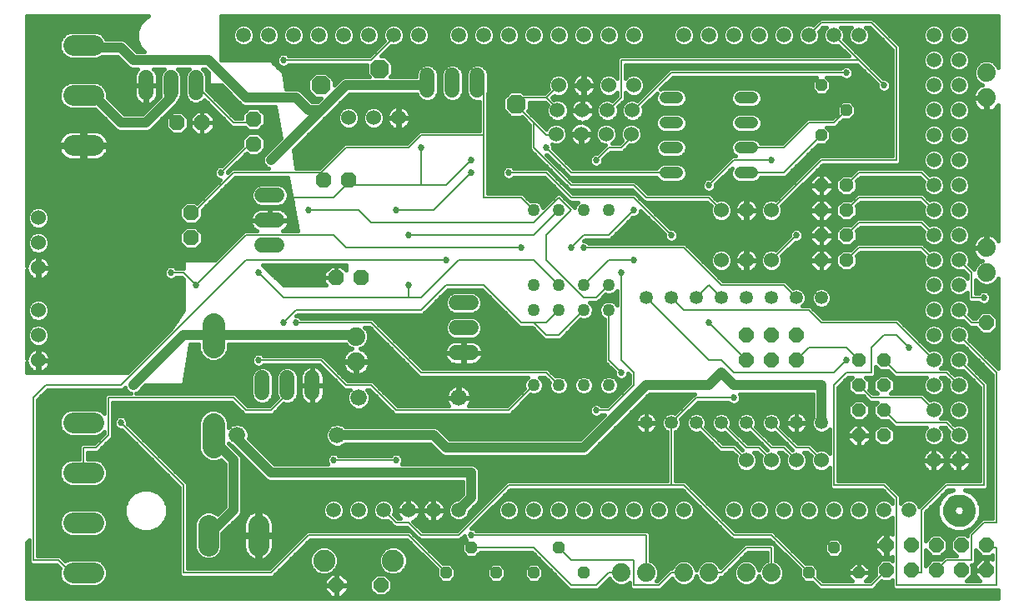
<source format=gbl>
G75*
G70*
%OFA0B0*%
%FSLAX24Y24*%
%IPPOS*%
%LPD*%
%AMOC8*
5,1,8,0,0,1.08239X$1,22.5*
%
%ADD10C,0.0512*%
%ADD11C,0.0600*%
%ADD12C,0.0600*%
%ADD13C,0.0660*%
%ADD14C,0.0591*%
%ADD15OC8,0.0760*%
%ADD16C,0.0906*%
%ADD17OC8,0.0600*%
%ADD18OC8,0.0560*%
%ADD19C,0.0531*%
%ADD20C,0.0885*%
%ADD21C,0.0740*%
%ADD22C,0.0825*%
%ADD23C,0.0480*%
%ADD24OC8,0.0480*%
%ADD25C,0.0500*%
%ADD26OC8,0.0630*%
%ADD27C,0.0160*%
%ADD28C,0.0060*%
%ADD29C,0.0270*%
%ADD30C,0.0400*%
D10*
X044539Y010650D02*
X044541Y010689D01*
X044547Y010728D01*
X044557Y010766D01*
X044570Y010803D01*
X044587Y010838D01*
X044607Y010872D01*
X044631Y010903D01*
X044658Y010932D01*
X044687Y010958D01*
X044719Y010981D01*
X044753Y011001D01*
X044789Y011017D01*
X044826Y011029D01*
X044865Y011038D01*
X044904Y011043D01*
X044943Y011044D01*
X044982Y011041D01*
X045021Y011034D01*
X045058Y011023D01*
X045095Y011009D01*
X045130Y010991D01*
X045163Y010970D01*
X045194Y010945D01*
X045222Y010918D01*
X045247Y010888D01*
X045269Y010855D01*
X045288Y010821D01*
X045303Y010785D01*
X045315Y010747D01*
X045323Y010709D01*
X045327Y010670D01*
X045327Y010630D01*
X045323Y010591D01*
X045315Y010553D01*
X045303Y010515D01*
X045288Y010479D01*
X045269Y010445D01*
X045247Y010412D01*
X045222Y010382D01*
X045194Y010355D01*
X045163Y010330D01*
X045130Y010309D01*
X045095Y010291D01*
X045058Y010277D01*
X045021Y010266D01*
X044982Y010259D01*
X044943Y010256D01*
X044904Y010257D01*
X044865Y010262D01*
X044826Y010271D01*
X044789Y010283D01*
X044753Y010299D01*
X044719Y010319D01*
X044687Y010342D01*
X044658Y010368D01*
X044631Y010397D01*
X044607Y010428D01*
X044587Y010462D01*
X044570Y010497D01*
X044557Y010534D01*
X044547Y010572D01*
X044541Y010611D01*
X044539Y010650D01*
D11*
X039433Y012650D03*
X038433Y012650D03*
X037433Y012650D03*
X036433Y012650D03*
X036433Y020650D03*
X035433Y020650D03*
X037433Y020650D03*
X037433Y022650D03*
X036433Y022650D03*
X035433Y022650D03*
X031833Y025700D03*
X031883Y026650D03*
X030883Y026650D03*
X030833Y025700D03*
X029833Y025700D03*
X029883Y026650D03*
X028883Y026650D03*
X028833Y025700D03*
X028933Y027650D03*
X029933Y027650D03*
X030933Y027650D03*
X031933Y027650D03*
X022533Y026350D03*
X021533Y026350D03*
X020533Y026350D03*
X008133Y022350D03*
X008133Y021350D03*
X008133Y020350D03*
X008133Y018650D03*
X008133Y017650D03*
X008133Y016650D03*
D12*
X017083Y015950D02*
X017083Y015350D01*
X018083Y015350D02*
X018083Y015950D01*
X019083Y015950D02*
X019083Y015350D01*
X024833Y016950D02*
X025433Y016950D01*
X025433Y017950D02*
X024833Y017950D01*
X024833Y018950D02*
X025433Y018950D01*
X017683Y021250D02*
X017083Y021250D01*
X017083Y022250D02*
X017683Y022250D01*
X017683Y023250D02*
X017083Y023250D01*
X014433Y027350D02*
X014433Y027950D01*
X013433Y027950D02*
X013433Y027350D01*
X012433Y027350D02*
X012433Y027950D01*
X023683Y028050D02*
X023683Y027450D01*
X024683Y027450D02*
X024683Y028050D01*
X025683Y028050D02*
X025683Y027450D01*
D13*
X024933Y015150D03*
X020933Y015150D03*
X020083Y013650D03*
X016083Y013650D03*
D14*
X019933Y010650D03*
X020933Y010650D03*
X021933Y010650D03*
X022933Y010650D03*
X023933Y010650D03*
X024933Y010650D03*
X026933Y010650D03*
X027933Y010650D03*
X028933Y010650D03*
X029933Y010650D03*
X030933Y010650D03*
X031933Y010650D03*
X032933Y010650D03*
X033933Y010650D03*
X035933Y010650D03*
X036933Y010650D03*
X037933Y010650D03*
X038933Y010650D03*
X039933Y010650D03*
X040933Y010650D03*
X041933Y010650D03*
X042933Y010650D03*
X043933Y012650D03*
X043933Y013650D03*
X044933Y013650D03*
X044933Y012650D03*
X044933Y014650D03*
X043933Y014650D03*
X043933Y015650D03*
X043933Y016650D03*
X044933Y016650D03*
X044933Y015650D03*
X044933Y017650D03*
X043933Y017650D03*
X043933Y018650D03*
X043933Y019650D03*
X044933Y019650D03*
X044933Y018650D03*
X044933Y020650D03*
X043933Y020650D03*
X043933Y021650D03*
X044933Y021650D03*
X044933Y022650D03*
X043933Y022650D03*
X043933Y023650D03*
X044933Y023650D03*
X044933Y024650D03*
X043933Y024650D03*
X043933Y025650D03*
X043933Y026650D03*
X044933Y026650D03*
X044933Y025650D03*
X044933Y027650D03*
X043933Y027650D03*
X043933Y028650D03*
X043933Y029650D03*
X044933Y029650D03*
X044933Y028650D03*
X040933Y029650D03*
X039933Y029650D03*
X038933Y029650D03*
X037933Y029650D03*
X036933Y029650D03*
X035933Y029650D03*
X034933Y029650D03*
X033933Y029650D03*
X031933Y029650D03*
X030933Y029650D03*
X029933Y029650D03*
X028933Y029650D03*
X027933Y029650D03*
X026933Y029650D03*
X025933Y029650D03*
X024933Y029650D03*
X023333Y029650D03*
X022333Y029650D03*
X021333Y029650D03*
X020333Y029650D03*
X019333Y029650D03*
X018333Y029650D03*
X017333Y029650D03*
X016333Y029650D03*
D15*
X019433Y027650D03*
X021783Y028300D03*
X027233Y026900D03*
D16*
X015133Y018103D02*
X015133Y017197D01*
X015133Y014103D02*
X015133Y013197D01*
D17*
X020043Y007660D03*
X021823Y007660D03*
X036433Y016650D03*
X037433Y016650D03*
X038433Y016650D03*
X038433Y017650D03*
X037433Y017650D03*
X036433Y017650D03*
X046033Y018150D03*
X046033Y009250D03*
X045033Y009250D03*
X044033Y009250D03*
X043033Y009250D03*
X042033Y009250D03*
X042033Y008250D03*
X043033Y008250D03*
X044033Y008250D03*
X045033Y008250D03*
X046033Y008250D03*
D18*
X041933Y013650D03*
X040933Y013650D03*
X040933Y014650D03*
X041933Y014650D03*
X041933Y015650D03*
X040933Y015650D03*
X040933Y016650D03*
X041933Y016650D03*
X040433Y020650D03*
X039433Y020650D03*
X039433Y021650D03*
X040433Y021650D03*
X040433Y022650D03*
X039433Y022650D03*
X039433Y023650D03*
X040433Y023650D03*
D19*
X039433Y019150D03*
X038433Y019150D03*
X037433Y019150D03*
X036433Y019150D03*
X035433Y019150D03*
X034433Y019150D03*
X033433Y019150D03*
X032433Y019150D03*
X032433Y014150D03*
X033433Y014150D03*
X034433Y014150D03*
X035433Y014150D03*
X036433Y014150D03*
X037433Y014150D03*
X038433Y014150D03*
X039433Y014150D03*
D20*
X022313Y008640D03*
X019553Y008640D03*
D21*
X020833Y016600D03*
X020833Y017600D03*
X031433Y008150D03*
X032433Y008150D03*
X033933Y008150D03*
X034933Y008150D03*
X036433Y008150D03*
X037433Y008150D03*
X046033Y020150D03*
X046033Y021150D03*
X046033Y027150D03*
X046033Y028150D03*
D22*
X016933Y010063D02*
X016933Y009238D01*
X014933Y009238D02*
X014933Y010063D01*
X010346Y010150D02*
X009521Y010150D01*
X009521Y012150D02*
X010346Y012150D01*
X010346Y014150D02*
X009521Y014150D01*
X009521Y008150D02*
X010346Y008150D01*
X010346Y025250D02*
X009521Y025250D01*
X009521Y027250D02*
X010346Y027250D01*
X010346Y029250D02*
X009521Y029250D01*
D23*
X033193Y027150D02*
X033673Y027150D01*
X033673Y026150D02*
X033193Y026150D01*
X033193Y025150D02*
X033673Y025150D01*
X033673Y024150D02*
X033193Y024150D01*
X036193Y024150D02*
X036673Y024150D01*
X036673Y025150D02*
X036193Y025150D01*
X036193Y026150D02*
X036673Y026150D01*
X036673Y027150D02*
X036193Y027150D01*
D24*
X039433Y027650D03*
X040433Y026650D03*
X039433Y025650D03*
X039933Y009150D03*
X038933Y008150D03*
X040933Y008150D03*
X029933Y008150D03*
X028933Y009150D03*
X027933Y008150D03*
X026433Y008150D03*
X025433Y009150D03*
X024433Y008150D03*
D25*
X027933Y015650D03*
X028933Y015650D03*
X029933Y015650D03*
X030933Y015650D03*
X030933Y018650D03*
X029933Y018650D03*
X028933Y018650D03*
X027933Y018650D03*
X027933Y019650D03*
X028933Y019650D03*
X029933Y019650D03*
X030933Y019650D03*
X030933Y022650D03*
X029933Y022650D03*
X028933Y022650D03*
X027933Y022650D03*
D26*
X021033Y019950D03*
X020033Y019950D03*
X019533Y023850D03*
X020533Y023850D03*
X016733Y025300D03*
X016733Y026300D03*
X014683Y026150D03*
X013683Y026150D03*
X014233Y022550D03*
X014233Y021550D03*
D27*
X007658Y009375D02*
X007658Y007130D01*
X046498Y007130D01*
X046498Y007480D01*
X042363Y007480D01*
X042263Y007580D01*
X042263Y007858D01*
X042216Y007810D01*
X041851Y007810D01*
X041842Y007819D01*
X041504Y007480D01*
X039363Y007480D01*
X039263Y007580D01*
X039073Y007770D01*
X038776Y007770D01*
X038553Y007993D01*
X038553Y008290D01*
X037363Y009480D01*
X035863Y009480D01*
X035763Y009580D01*
X033863Y011480D01*
X027004Y011480D01*
X025449Y009925D01*
X025488Y009925D01*
X025589Y009883D01*
X025652Y009820D01*
X032504Y009820D01*
X032603Y009720D01*
X032603Y008632D01*
X032722Y008582D01*
X032866Y008439D01*
X032943Y008251D01*
X032943Y008049D01*
X032866Y007861D01*
X032825Y007820D01*
X032863Y007820D01*
X033263Y008220D01*
X033363Y008320D01*
X033452Y008320D01*
X033501Y008439D01*
X033644Y008582D01*
X033832Y008660D01*
X034035Y008660D01*
X034222Y008582D01*
X034366Y008439D01*
X034433Y008276D01*
X034501Y008439D01*
X034644Y008582D01*
X034832Y008660D01*
X035035Y008660D01*
X035222Y008582D01*
X035366Y008439D01*
X035400Y008357D01*
X036363Y009320D01*
X037504Y009320D01*
X037603Y009220D01*
X037603Y008632D01*
X037722Y008582D01*
X037866Y008439D01*
X037943Y008251D01*
X037943Y008049D01*
X037866Y007861D01*
X037722Y007718D01*
X037535Y007640D01*
X037332Y007640D01*
X037144Y007718D01*
X037001Y007861D01*
X036933Y008024D01*
X036866Y007861D01*
X036722Y007718D01*
X036535Y007640D01*
X036332Y007640D01*
X036144Y007718D01*
X036001Y007861D01*
X035923Y008049D01*
X035923Y008251D01*
X036001Y008439D01*
X036144Y008582D01*
X036332Y008660D01*
X036535Y008660D01*
X036722Y008582D01*
X036866Y008439D01*
X036933Y008276D01*
X037001Y008439D01*
X037144Y008582D01*
X037263Y008632D01*
X037263Y008980D01*
X036504Y008980D01*
X035603Y008080D01*
X035504Y007980D01*
X035415Y007980D01*
X035366Y007861D01*
X035222Y007718D01*
X035035Y007640D01*
X034832Y007640D01*
X034644Y007718D01*
X034501Y007861D01*
X034433Y008024D01*
X034366Y007861D01*
X034222Y007718D01*
X034035Y007640D01*
X033832Y007640D01*
X033644Y007718D01*
X033501Y007861D01*
X033467Y007943D01*
X033004Y007480D01*
X031863Y007480D01*
X031763Y007580D01*
X031763Y007759D01*
X031722Y007718D01*
X031535Y007640D01*
X031332Y007640D01*
X031144Y007718D01*
X031001Y007861D01*
X030967Y007943D01*
X030504Y007480D01*
X029363Y007480D01*
X029263Y007580D01*
X027863Y008980D01*
X025801Y008980D01*
X025591Y008770D01*
X025276Y008770D01*
X025053Y008993D01*
X025053Y009307D01*
X025220Y009474D01*
X025200Y009494D01*
X025158Y009595D01*
X025158Y009635D01*
X025004Y009480D01*
X023363Y009480D01*
X023263Y009580D01*
X022863Y009980D01*
X022363Y009980D01*
X022263Y010080D01*
X022096Y010246D01*
X022020Y010215D01*
X021847Y010215D01*
X021687Y010281D01*
X021564Y010403D01*
X021498Y010563D01*
X021498Y010737D01*
X021564Y010897D01*
X021687Y011019D01*
X021847Y011085D01*
X022020Y011085D01*
X022180Y011019D01*
X022302Y010897D01*
X022369Y010737D01*
X022369Y010563D01*
X022337Y010487D01*
X022504Y010320D01*
X022591Y010320D01*
X022571Y010340D01*
X022527Y010401D01*
X022493Y010468D01*
X022470Y010539D01*
X022458Y010613D01*
X022458Y010632D01*
X022915Y010632D01*
X022915Y010668D01*
X022458Y010668D01*
X022458Y010687D01*
X022470Y010761D01*
X022493Y010832D01*
X022527Y010899D01*
X022571Y010960D01*
X022624Y011013D01*
X022684Y011056D01*
X022751Y011090D01*
X022822Y011114D01*
X022896Y011125D01*
X022915Y011125D01*
X022915Y010668D01*
X022952Y010668D01*
X023409Y010668D01*
X023409Y010687D01*
X023397Y010761D01*
X023374Y010832D01*
X023340Y010899D01*
X023296Y010960D01*
X023243Y011013D01*
X023182Y011056D01*
X023116Y011090D01*
X023045Y011114D01*
X022971Y011125D01*
X022952Y011125D01*
X022952Y010668D01*
X022952Y010632D01*
X023409Y010632D01*
X023409Y010613D01*
X023397Y010539D01*
X023374Y010468D01*
X023340Y010401D01*
X023296Y010340D01*
X023243Y010287D01*
X023182Y010244D01*
X023116Y010210D01*
X023115Y010209D01*
X023504Y009820D01*
X024863Y009820D01*
X026763Y011720D01*
X026863Y011820D01*
X033263Y011820D01*
X033263Y013781D01*
X033203Y013806D01*
X033089Y013920D01*
X033028Y014069D01*
X033028Y014231D01*
X033089Y014380D01*
X033203Y014494D01*
X033353Y014556D01*
X033514Y014556D01*
X033574Y014531D01*
X034263Y015220D01*
X034353Y015310D01*
X032574Y015310D01*
X030222Y012957D01*
X030126Y012862D01*
X030001Y012810D01*
X024366Y012810D01*
X024241Y012862D01*
X024145Y012957D01*
X024145Y012957D01*
X023793Y013310D01*
X020408Y013310D01*
X020350Y013252D01*
X020177Y013180D01*
X019990Y013180D01*
X019817Y013252D01*
X019685Y013384D01*
X019661Y013442D01*
X019645Y013457D01*
X019593Y013582D01*
X019593Y013718D01*
X019645Y013843D01*
X019661Y013858D01*
X019685Y013916D01*
X019817Y014048D01*
X019990Y014120D01*
X020177Y014120D01*
X020350Y014048D01*
X020408Y013990D01*
X024001Y013990D01*
X024126Y013938D01*
X024222Y013843D01*
X024574Y013490D01*
X029793Y013490D01*
X030783Y014480D01*
X030652Y014480D01*
X030589Y014417D01*
X030488Y014375D01*
X030379Y014375D01*
X030278Y014417D01*
X030200Y014494D01*
X030158Y014595D01*
X030158Y014705D01*
X030200Y014806D01*
X030278Y014883D01*
X030379Y014925D01*
X030488Y014925D01*
X030589Y014883D01*
X030652Y014820D01*
X030863Y014820D01*
X031763Y015720D01*
X031763Y016080D01*
X031708Y016135D01*
X031708Y016095D01*
X031666Y015994D01*
X031589Y015917D01*
X031488Y015875D01*
X031379Y015875D01*
X031278Y015917D01*
X031200Y015994D01*
X031158Y016095D01*
X031158Y016185D01*
X030763Y016580D01*
X030763Y018298D01*
X030712Y018319D01*
X030603Y018429D01*
X030543Y018572D01*
X030543Y018728D01*
X030603Y018871D01*
X030712Y018981D01*
X030856Y019040D01*
X031011Y019040D01*
X031154Y018981D01*
X031263Y018872D01*
X031263Y019428D01*
X031154Y019319D01*
X031011Y019260D01*
X030856Y019260D01*
X030805Y019281D01*
X030603Y019080D01*
X030504Y018980D01*
X030155Y018980D01*
X030264Y018871D01*
X030323Y018728D01*
X030323Y018572D01*
X030264Y018429D01*
X030154Y018319D01*
X030011Y018260D01*
X029856Y018260D01*
X029805Y018281D01*
X029103Y017580D01*
X029004Y017480D01*
X028504Y017480D01*
X028363Y017480D01*
X027863Y017980D01*
X027363Y017980D01*
X027263Y018080D01*
X025863Y019480D01*
X024504Y019480D01*
X023504Y018480D01*
X018504Y018480D01*
X018449Y018425D01*
X018488Y018425D01*
X018589Y018383D01*
X018652Y018320D01*
X021504Y018320D01*
X021603Y018220D01*
X023504Y016320D01*
X028504Y016320D01*
X028603Y016220D01*
X028603Y016220D01*
X028805Y016019D01*
X028856Y016040D01*
X029011Y016040D01*
X029154Y015981D01*
X029264Y015871D01*
X029323Y015728D01*
X029323Y015572D01*
X029264Y015429D01*
X029154Y015319D01*
X029011Y015260D01*
X028856Y015260D01*
X028712Y015319D01*
X028603Y015429D01*
X028543Y015572D01*
X028543Y015728D01*
X028564Y015778D01*
X028363Y015980D01*
X028155Y015980D01*
X028264Y015871D01*
X028323Y015728D01*
X028323Y015572D01*
X028264Y015429D01*
X028154Y015319D01*
X028011Y015260D01*
X027856Y015260D01*
X027805Y015281D01*
X027103Y014580D01*
X027004Y014480D01*
X022363Y014480D01*
X021363Y015480D01*
X021268Y015480D01*
X021332Y015416D01*
X021403Y015243D01*
X021403Y015057D01*
X021332Y014884D01*
X021200Y014752D01*
X021027Y014680D01*
X020840Y014680D01*
X020667Y014752D01*
X020535Y014884D01*
X020463Y015057D01*
X020463Y015243D01*
X020535Y015416D01*
X020599Y015480D01*
X020363Y015480D01*
X019363Y016480D01*
X017152Y016480D01*
X017089Y016417D01*
X017024Y016390D01*
X017171Y016390D01*
X017333Y016323D01*
X017456Y016199D01*
X017523Y016038D01*
X017523Y015262D01*
X017456Y015101D01*
X017333Y014977D01*
X017171Y014910D01*
X016996Y014910D01*
X016834Y014977D01*
X016710Y015101D01*
X016643Y015262D01*
X016643Y016038D01*
X016710Y016199D01*
X016834Y016323D01*
X016960Y016375D01*
X016879Y016375D01*
X016778Y016417D01*
X016700Y016494D01*
X016658Y016595D01*
X016658Y016705D01*
X016700Y016806D01*
X016778Y016883D01*
X016879Y016925D01*
X016988Y016925D01*
X017089Y016883D01*
X017152Y016820D01*
X019504Y016820D01*
X019603Y016720D01*
X020504Y015820D01*
X021504Y015820D01*
X021603Y015720D01*
X022504Y014820D01*
X024543Y014820D01*
X024497Y014883D01*
X024461Y014954D01*
X024436Y015031D01*
X024423Y015110D01*
X024423Y015120D01*
X024903Y015120D01*
X024903Y015180D01*
X024423Y015180D01*
X024423Y015190D01*
X024436Y015269D01*
X024461Y015346D01*
X024497Y015417D01*
X024544Y015482D01*
X024601Y015539D01*
X024666Y015586D01*
X024738Y015623D01*
X024814Y015647D01*
X024893Y015660D01*
X024903Y015660D01*
X024903Y015180D01*
X024963Y015180D01*
X024963Y015660D01*
X024973Y015660D01*
X025053Y015647D01*
X025129Y015623D01*
X025201Y015586D01*
X025266Y015539D01*
X025322Y015482D01*
X025370Y015417D01*
X025406Y015346D01*
X025431Y015269D01*
X025443Y015190D01*
X025443Y015180D01*
X024963Y015180D01*
X024963Y015120D01*
X025443Y015120D01*
X025443Y015110D01*
X025431Y015031D01*
X025406Y014954D01*
X025370Y014883D01*
X025324Y014820D01*
X026863Y014820D01*
X027564Y015522D01*
X027543Y015572D01*
X027543Y015728D01*
X027603Y015871D01*
X027712Y015980D01*
X023363Y015980D01*
X021363Y017980D01*
X021175Y017980D01*
X021266Y017889D01*
X021343Y017701D01*
X021343Y017499D01*
X021266Y017311D01*
X021122Y017168D01*
X021010Y017121D01*
X021044Y017110D01*
X021122Y017070D01*
X021192Y017020D01*
X021253Y016958D01*
X021304Y016888D01*
X021343Y016811D01*
X021370Y016729D01*
X021383Y016643D01*
X021383Y016620D01*
X020853Y016620D01*
X020853Y016580D01*
X020853Y016050D01*
X020877Y016050D01*
X020962Y016064D01*
X021044Y016090D01*
X021122Y016130D01*
X021192Y016180D01*
X021253Y016242D01*
X021304Y016312D01*
X021343Y016389D01*
X021370Y016471D01*
X021383Y016557D01*
X021383Y016580D01*
X020853Y016580D01*
X020813Y016580D01*
X020283Y016580D01*
X020283Y016557D01*
X020297Y016471D01*
X020324Y016389D01*
X020363Y016312D01*
X020414Y016242D01*
X020475Y016180D01*
X020545Y016130D01*
X020622Y016090D01*
X020705Y016064D01*
X020790Y016050D01*
X020813Y016050D01*
X020813Y016580D01*
X020813Y016620D01*
X020283Y016620D01*
X020283Y016643D01*
X020297Y016729D01*
X020324Y016811D01*
X020363Y016888D01*
X020414Y016958D01*
X020475Y017020D01*
X020545Y017070D01*
X020622Y017110D01*
X020657Y017121D01*
X020544Y017168D01*
X020402Y017310D01*
X015726Y017310D01*
X015726Y017079D01*
X015636Y016861D01*
X015469Y016695D01*
X015251Y016604D01*
X015015Y016604D01*
X014798Y016695D01*
X014631Y016861D01*
X014541Y017079D01*
X014541Y017310D01*
X014210Y017310D01*
X013933Y015650D01*
X012414Y015650D01*
X012126Y015362D01*
X012025Y015320D01*
X016004Y015320D01*
X016504Y014820D01*
X017363Y014820D01*
X017691Y015148D01*
X017643Y015262D01*
X017643Y016038D01*
X017710Y016199D01*
X017834Y016323D01*
X017996Y016390D01*
X018171Y016390D01*
X018333Y016323D01*
X018456Y016199D01*
X018523Y016038D01*
X018523Y015262D01*
X018456Y015101D01*
X018333Y014977D01*
X018171Y014910D01*
X017996Y014910D01*
X017952Y014928D01*
X017504Y014480D01*
X016363Y014480D01*
X016263Y014580D01*
X015863Y014980D01*
X011103Y014980D01*
X011103Y013580D01*
X011004Y013480D01*
X010504Y012980D01*
X010103Y012980D01*
X010103Y012702D01*
X010456Y012702D01*
X010659Y012618D01*
X010814Y012463D01*
X010898Y012260D01*
X010898Y012040D01*
X010814Y011837D01*
X010659Y011682D01*
X010456Y011598D01*
X009411Y011598D01*
X009208Y011682D01*
X009052Y011837D01*
X008968Y012040D01*
X008968Y012260D01*
X009052Y012463D01*
X009208Y012618D01*
X009411Y012702D01*
X009763Y012702D01*
X009763Y013220D01*
X009863Y013320D01*
X010363Y013320D01*
X010763Y013720D01*
X010763Y013786D01*
X010659Y013682D01*
X010456Y013598D01*
X009411Y013598D01*
X009208Y013682D01*
X009052Y013837D01*
X008968Y014040D01*
X008968Y014260D01*
X009052Y014463D01*
X009208Y014618D01*
X009411Y014702D01*
X010456Y014702D01*
X010659Y014618D01*
X010763Y014514D01*
X010763Y015220D01*
X010863Y015320D01*
X011842Y015320D01*
X011741Y015362D01*
X011645Y015457D01*
X011597Y015573D01*
X011504Y015480D01*
X008504Y015480D01*
X008103Y015080D01*
X008103Y008820D01*
X009004Y008820D01*
X009207Y008617D01*
X009208Y008618D01*
X009411Y008702D01*
X010456Y008702D01*
X010659Y008618D01*
X010814Y008463D01*
X010898Y008260D01*
X010898Y008040D01*
X010814Y007837D01*
X010659Y007682D01*
X010456Y007598D01*
X009411Y007598D01*
X009208Y007682D01*
X009052Y007837D01*
X008968Y008040D01*
X008968Y008260D01*
X009002Y008341D01*
X008863Y008480D01*
X007863Y008480D01*
X007763Y008580D01*
X007763Y009480D01*
X007658Y009375D01*
X007658Y009356D02*
X007763Y009356D01*
X007763Y009198D02*
X007658Y009198D01*
X007658Y009039D02*
X007763Y009039D01*
X007763Y008881D02*
X007658Y008881D01*
X007658Y008722D02*
X007763Y008722D01*
X007779Y008564D02*
X007658Y008564D01*
X007658Y008405D02*
X008938Y008405D01*
X008968Y008247D02*
X007658Y008247D01*
X007658Y008088D02*
X008968Y008088D01*
X009014Y007930D02*
X007658Y007930D01*
X007658Y007771D02*
X009118Y007771D01*
X009375Y007613D02*
X007658Y007613D01*
X007658Y007454D02*
X019571Y007454D01*
X019563Y007461D02*
X019845Y007180D01*
X020023Y007180D01*
X020023Y007640D01*
X019563Y007640D01*
X019563Y007461D01*
X019563Y007613D02*
X010492Y007613D01*
X010748Y007771D02*
X019563Y007771D01*
X019563Y007859D02*
X019563Y007680D01*
X020023Y007680D01*
X020023Y007640D01*
X020063Y007640D01*
X020063Y007180D01*
X020242Y007180D01*
X020523Y007461D01*
X020523Y007640D01*
X020063Y007640D01*
X020063Y007680D01*
X020023Y007680D01*
X020023Y008140D01*
X019868Y008140D01*
X019883Y008146D01*
X020047Y008310D01*
X020136Y008524D01*
X020136Y008756D01*
X020047Y008970D01*
X019883Y009134D01*
X019669Y009222D01*
X019437Y009222D01*
X019223Y009134D01*
X019060Y008970D01*
X018971Y008756D01*
X018971Y008524D01*
X019060Y008310D01*
X019223Y008146D01*
X019437Y008058D01*
X019669Y008058D01*
X019828Y008123D01*
X019563Y007859D01*
X019634Y007930D02*
X010853Y007930D01*
X010898Y008088D02*
X013763Y008088D01*
X013763Y008080D02*
X013863Y007980D01*
X017504Y007980D01*
X019004Y009480D01*
X022863Y009480D01*
X024053Y008290D01*
X024053Y007993D01*
X024276Y007770D01*
X024591Y007770D01*
X024813Y007993D01*
X024813Y008307D01*
X024591Y008530D01*
X024294Y008530D01*
X023004Y009820D01*
X018863Y009820D01*
X018763Y009720D01*
X017363Y008320D01*
X014103Y008320D01*
X014103Y011720D01*
X014004Y011820D01*
X011708Y014115D01*
X011708Y014205D01*
X011666Y014306D01*
X011589Y014383D01*
X011488Y014425D01*
X011379Y014425D01*
X011278Y014383D01*
X011200Y014306D01*
X011158Y014205D01*
X011158Y014095D01*
X011200Y013994D01*
X011278Y013917D01*
X011379Y013875D01*
X011468Y013875D01*
X013763Y011580D01*
X013763Y008080D01*
X013763Y008247D02*
X010898Y008247D01*
X010838Y008405D02*
X013763Y008405D01*
X013763Y008564D02*
X010714Y008564D01*
X010456Y009598D02*
X009411Y009598D01*
X009208Y009682D01*
X009052Y009837D01*
X008968Y010040D01*
X008968Y010260D01*
X009052Y010463D01*
X009208Y010618D01*
X009411Y010702D01*
X010456Y010702D01*
X010659Y010618D01*
X010814Y010463D01*
X010898Y010260D01*
X010898Y010040D01*
X010814Y009837D01*
X010659Y009682D01*
X010456Y009598D01*
X010638Y009673D02*
X013763Y009673D01*
X013763Y009515D02*
X008103Y009515D01*
X008103Y009673D02*
X009229Y009673D01*
X009058Y009832D02*
X008103Y009832D01*
X008103Y009990D02*
X008989Y009990D01*
X008968Y010149D02*
X008103Y010149D01*
X008103Y010307D02*
X008988Y010307D01*
X009055Y010466D02*
X008103Y010466D01*
X008103Y010624D02*
X009221Y010624D01*
X008103Y010783D02*
X011573Y010783D01*
X011573Y010821D02*
X011573Y010479D01*
X011704Y010163D01*
X011946Y009921D01*
X012262Y009790D01*
X012604Y009790D01*
X012920Y009921D01*
X013162Y010163D01*
X013293Y010479D01*
X013293Y010821D01*
X013162Y011137D01*
X012920Y011379D01*
X012604Y011510D01*
X012262Y011510D01*
X011946Y011379D01*
X011704Y011137D01*
X011573Y010821D01*
X011623Y010941D02*
X008103Y010941D01*
X008103Y011100D02*
X011689Y011100D01*
X011825Y011258D02*
X008103Y011258D01*
X008103Y011417D02*
X012037Y011417D01*
X012830Y011417D02*
X013763Y011417D01*
X013763Y011575D02*
X008103Y011575D01*
X008103Y011734D02*
X009156Y011734D01*
X009030Y011892D02*
X008103Y011892D01*
X008103Y012051D02*
X008968Y012051D01*
X008968Y012209D02*
X008103Y012209D01*
X008103Y012368D02*
X009013Y012368D01*
X009115Y012526D02*
X008103Y012526D01*
X008103Y012685D02*
X009368Y012685D01*
X009763Y012843D02*
X008103Y012843D01*
X008103Y013002D02*
X009763Y013002D01*
X009763Y013160D02*
X008103Y013160D01*
X008103Y013319D02*
X009861Y013319D01*
X010103Y012843D02*
X012500Y012843D01*
X012658Y012685D02*
X010499Y012685D01*
X010751Y012526D02*
X012817Y012526D01*
X012975Y012368D02*
X010854Y012368D01*
X010898Y012209D02*
X013134Y012209D01*
X013292Y012051D02*
X010898Y012051D01*
X010837Y011892D02*
X013451Y011892D01*
X013609Y011734D02*
X010711Y011734D01*
X010645Y010624D02*
X011573Y010624D01*
X011579Y010466D02*
X010812Y010466D01*
X010879Y010307D02*
X011645Y010307D01*
X011719Y010149D02*
X010898Y010149D01*
X010878Y009990D02*
X011877Y009990D01*
X012162Y009832D02*
X010809Y009832D01*
X009102Y008722D02*
X013763Y008722D01*
X013763Y008881D02*
X008103Y008881D01*
X008103Y009039D02*
X013763Y009039D01*
X013763Y009198D02*
X008103Y009198D01*
X008103Y009356D02*
X013763Y009356D01*
X014103Y009356D02*
X014381Y009356D01*
X014381Y009198D02*
X014103Y009198D01*
X014103Y009039D02*
X014418Y009039D01*
X014381Y009128D02*
X014465Y008925D01*
X014620Y008769D01*
X014823Y008685D01*
X015043Y008685D01*
X015246Y008769D01*
X015402Y008925D01*
X015486Y009128D01*
X015486Y009722D01*
X016126Y010362D01*
X016222Y010457D01*
X016273Y010582D01*
X016273Y012718D01*
X016222Y012843D01*
X015726Y013338D01*
X015726Y013343D01*
X015817Y013252D01*
X015875Y013228D01*
X017241Y011862D01*
X017366Y011810D01*
X025093Y011810D01*
X025093Y011291D01*
X024888Y011085D01*
X024847Y011085D01*
X024687Y011019D01*
X024564Y010897D01*
X024498Y010737D01*
X024498Y010563D01*
X024564Y010403D01*
X024687Y010281D01*
X024847Y010215D01*
X025020Y010215D01*
X025180Y010281D01*
X025302Y010403D01*
X025369Y010563D01*
X025369Y010604D01*
X025626Y010862D01*
X025722Y010957D01*
X025773Y011082D01*
X025773Y012218D01*
X025722Y012343D01*
X025626Y012438D01*
X025501Y012490D01*
X022662Y012490D01*
X022666Y012494D01*
X022708Y012595D01*
X022708Y012705D01*
X022666Y012806D01*
X022589Y012883D01*
X022488Y012925D01*
X022379Y012925D01*
X022278Y012883D01*
X022214Y012820D01*
X020152Y012820D01*
X020089Y012883D01*
X019988Y012925D01*
X019879Y012925D01*
X019778Y012883D01*
X019700Y012806D01*
X019658Y012705D01*
X019658Y012595D01*
X019700Y012494D01*
X019704Y012490D01*
X017574Y012490D01*
X016540Y013524D01*
X016553Y013557D01*
X016553Y013743D01*
X016482Y013916D01*
X016350Y014048D01*
X016177Y014120D01*
X015990Y014120D01*
X015817Y014048D01*
X015726Y013957D01*
X015726Y014221D01*
X015636Y014439D01*
X015469Y014605D01*
X015251Y014696D01*
X015015Y014696D01*
X014798Y014605D01*
X014631Y014439D01*
X014541Y014221D01*
X014541Y013079D01*
X014631Y012861D01*
X014798Y012695D01*
X015015Y012604D01*
X015251Y012604D01*
X015426Y012677D01*
X015593Y012509D01*
X015593Y010791D01*
X015290Y010487D01*
X015246Y010531D01*
X015043Y010615D01*
X014823Y010615D01*
X014620Y010531D01*
X014465Y010375D01*
X014381Y010172D01*
X014381Y009128D01*
X014509Y008881D02*
X014103Y008881D01*
X014103Y008722D02*
X014734Y008722D01*
X015133Y008722D02*
X016640Y008722D01*
X016623Y008731D02*
X016706Y008688D01*
X016795Y008660D01*
X016876Y008647D01*
X016876Y009592D01*
X016991Y009592D01*
X016991Y008647D01*
X017072Y008660D01*
X017161Y008688D01*
X017244Y008731D01*
X017319Y008786D01*
X017385Y008852D01*
X017440Y008927D01*
X017482Y009010D01*
X017511Y009099D01*
X017526Y009191D01*
X017526Y009592D01*
X016991Y009592D01*
X016991Y009708D01*
X016876Y009708D01*
X016876Y010653D01*
X016795Y010640D01*
X016706Y010612D01*
X016623Y010569D01*
X016547Y010514D01*
X016481Y010448D01*
X016427Y010373D01*
X016384Y010290D01*
X016355Y010201D01*
X016341Y010109D01*
X016341Y009708D01*
X016876Y009708D01*
X016876Y009592D01*
X016341Y009592D01*
X016341Y009191D01*
X016355Y009099D01*
X016384Y009010D01*
X016427Y008927D01*
X016481Y008852D01*
X016547Y008786D01*
X016623Y008731D01*
X016460Y008881D02*
X015358Y008881D01*
X015449Y009039D02*
X016375Y009039D01*
X016341Y009198D02*
X015486Y009198D01*
X015486Y009356D02*
X016341Y009356D01*
X016341Y009515D02*
X015486Y009515D01*
X015486Y009673D02*
X016876Y009673D01*
X016991Y009673D02*
X018716Y009673D01*
X018557Y009515D02*
X017526Y009515D01*
X017526Y009356D02*
X018399Y009356D01*
X018240Y009198D02*
X017526Y009198D01*
X017492Y009039D02*
X018082Y009039D01*
X017923Y008881D02*
X017406Y008881D01*
X017227Y008722D02*
X017765Y008722D01*
X017606Y008564D02*
X014103Y008564D01*
X014103Y008405D02*
X017448Y008405D01*
X017612Y008088D02*
X019364Y008088D01*
X019123Y008247D02*
X017770Y008247D01*
X017929Y008405D02*
X019020Y008405D01*
X018971Y008564D02*
X018087Y008564D01*
X018246Y008722D02*
X018971Y008722D01*
X019022Y008881D02*
X018404Y008881D01*
X018563Y009039D02*
X019129Y009039D01*
X019377Y009198D02*
X018721Y009198D01*
X018880Y009356D02*
X022987Y009356D01*
X023145Y009198D02*
X022490Y009198D01*
X022429Y009222D02*
X022197Y009222D01*
X021983Y009134D01*
X021820Y008970D01*
X021731Y008756D01*
X021731Y008524D01*
X021820Y008310D01*
X021983Y008146D01*
X022197Y008058D01*
X022429Y008058D01*
X022643Y008146D01*
X022807Y008310D01*
X022896Y008524D01*
X022896Y008756D01*
X022807Y008970D01*
X022643Y009134D01*
X022429Y009222D01*
X022137Y009198D02*
X019730Y009198D01*
X019978Y009039D02*
X021889Y009039D01*
X021782Y008881D02*
X020084Y008881D01*
X020136Y008722D02*
X021731Y008722D01*
X021731Y008564D02*
X020136Y008564D01*
X020086Y008405D02*
X021780Y008405D01*
X021883Y008247D02*
X019984Y008247D01*
X020063Y008140D02*
X020242Y008140D01*
X020523Y007859D01*
X020523Y007680D01*
X020063Y007680D01*
X020063Y008140D01*
X020063Y008088D02*
X020023Y008088D01*
X020023Y007930D02*
X020063Y007930D01*
X020063Y007771D02*
X020023Y007771D01*
X020023Y007613D02*
X020063Y007613D01*
X020063Y007454D02*
X020023Y007454D01*
X020023Y007296D02*
X020063Y007296D01*
X020358Y007296D02*
X021566Y007296D01*
X021641Y007220D02*
X022006Y007220D01*
X022263Y007478D01*
X022263Y007842D01*
X022006Y008100D01*
X021641Y008100D01*
X021383Y007842D01*
X021383Y007478D01*
X021641Y007220D01*
X021407Y007454D02*
X020516Y007454D01*
X020523Y007613D02*
X021383Y007613D01*
X021383Y007771D02*
X020523Y007771D01*
X020453Y007930D02*
X021471Y007930D01*
X021629Y008088D02*
X020294Y008088D01*
X019793Y008088D02*
X019743Y008088D01*
X019729Y007296D02*
X007658Y007296D01*
X007658Y007137D02*
X046498Y007137D01*
X046498Y007296D02*
X022081Y007296D01*
X022240Y007454D02*
X046498Y007454D01*
X045785Y007820D02*
X045226Y007820D01*
X045473Y008068D01*
X045473Y008432D01*
X045426Y008480D01*
X045504Y008480D01*
X045603Y008580D01*
X045603Y009058D01*
X045851Y008810D01*
X046216Y008810D01*
X046263Y008858D01*
X046263Y008699D01*
X046232Y008730D01*
X046053Y008730D01*
X046053Y008270D01*
X046013Y008270D01*
X046013Y008230D01*
X045553Y008230D01*
X045553Y008051D01*
X045785Y007820D01*
X045675Y007930D02*
X045335Y007930D01*
X045473Y008088D02*
X045553Y008088D01*
X045473Y008247D02*
X046013Y008247D01*
X046013Y008270D02*
X045553Y008270D01*
X045553Y008449D01*
X045835Y008730D01*
X046013Y008730D01*
X046013Y008270D01*
X046013Y008405D02*
X046053Y008405D01*
X046053Y008564D02*
X046013Y008564D01*
X046013Y008722D02*
X046053Y008722D01*
X046240Y008722D02*
X046263Y008722D01*
X045827Y008722D02*
X045603Y008722D01*
X045603Y008881D02*
X045781Y008881D01*
X045622Y009039D02*
X045603Y009039D01*
X045587Y008564D02*
X045668Y008564D01*
X045553Y008405D02*
X045473Y008405D01*
X044841Y008820D02*
X044363Y008820D01*
X044224Y008681D01*
X044216Y008690D01*
X043851Y008690D01*
X043603Y008442D01*
X043603Y009058D01*
X043851Y008810D01*
X044216Y008810D01*
X044473Y009068D01*
X044473Y009432D01*
X044216Y009690D01*
X043851Y009690D01*
X043603Y009442D01*
X043603Y010580D01*
X044504Y011480D01*
X044690Y011480D01*
X044446Y011379D01*
X044204Y011137D01*
X044073Y010821D01*
X044073Y010479D01*
X044204Y010163D01*
X044446Y009921D01*
X044762Y009790D01*
X045104Y009790D01*
X045420Y009921D01*
X045662Y010163D01*
X045793Y010479D01*
X045793Y010821D01*
X045662Y011137D01*
X045420Y011379D01*
X045177Y011480D01*
X046004Y011480D01*
X046103Y011580D01*
X046103Y015720D01*
X046004Y015820D01*
X045337Y016487D01*
X045369Y016563D01*
X045369Y016737D01*
X045302Y016897D01*
X045180Y017019D01*
X045020Y017085D01*
X044847Y017085D01*
X044687Y017019D01*
X044564Y016897D01*
X044498Y016737D01*
X044498Y016563D01*
X044564Y016403D01*
X044687Y016281D01*
X044847Y016215D01*
X045020Y016215D01*
X045096Y016246D01*
X045763Y015580D01*
X045763Y011820D01*
X044363Y011820D01*
X043363Y010820D01*
X043343Y010800D01*
X043302Y010897D01*
X043180Y011019D01*
X043020Y011085D01*
X042847Y011085D01*
X042687Y011019D01*
X042603Y010936D01*
X042603Y011220D01*
X042504Y011320D01*
X042504Y011320D01*
X042103Y011720D01*
X042103Y011720D01*
X042004Y011820D01*
X040103Y011820D01*
X040103Y015580D01*
X040504Y015980D01*
X040669Y015980D01*
X040513Y015824D01*
X040513Y015476D01*
X040759Y015230D01*
X041107Y015230D01*
X041110Y015233D01*
X041263Y015080D01*
X041363Y014980D01*
X041669Y014980D01*
X041513Y014824D01*
X041513Y014476D01*
X041759Y014230D01*
X042107Y014230D01*
X042110Y014233D01*
X042263Y014080D01*
X042363Y013980D01*
X043648Y013980D01*
X043564Y013897D01*
X043498Y013737D01*
X043498Y013563D01*
X043564Y013403D01*
X043687Y013281D01*
X043847Y013215D01*
X044020Y013215D01*
X044180Y013281D01*
X044302Y013403D01*
X044369Y013563D01*
X044369Y013737D01*
X044302Y013897D01*
X044219Y013980D01*
X044363Y013980D01*
X044530Y013813D01*
X044498Y013737D01*
X044498Y013563D01*
X044564Y013403D01*
X044687Y013281D01*
X044847Y013215D01*
X045020Y013215D01*
X045180Y013281D01*
X045302Y013403D01*
X045369Y013563D01*
X045369Y013737D01*
X045302Y013897D01*
X045180Y014019D01*
X045020Y014085D01*
X044847Y014085D01*
X044770Y014054D01*
X044504Y014320D01*
X044219Y014320D01*
X044302Y014403D01*
X044369Y014563D01*
X044369Y014737D01*
X044302Y014897D01*
X044180Y015019D01*
X044020Y015085D01*
X043847Y015085D01*
X043770Y015054D01*
X043504Y015320D01*
X042197Y015320D01*
X042353Y015476D01*
X042353Y015824D01*
X042107Y016070D01*
X041759Y016070D01*
X041513Y015824D01*
X041513Y015476D01*
X041669Y015320D01*
X041504Y015320D01*
X041351Y015473D01*
X041353Y015476D01*
X041353Y015824D01*
X041197Y015980D01*
X041504Y015980D01*
X041603Y016080D01*
X041603Y016386D01*
X041759Y016230D01*
X042107Y016230D01*
X042110Y016233D01*
X042263Y016080D01*
X042363Y015980D01*
X043648Y015980D01*
X043564Y015897D01*
X043498Y015737D01*
X043498Y015563D01*
X043564Y015403D01*
X043687Y015281D01*
X043847Y015215D01*
X044020Y015215D01*
X044180Y015281D01*
X044302Y015403D01*
X044369Y015563D01*
X044369Y015737D01*
X044302Y015897D01*
X044219Y015980D01*
X044363Y015980D01*
X044530Y015813D01*
X044498Y015737D01*
X044498Y015563D01*
X044564Y015403D01*
X044687Y015281D01*
X044847Y015215D01*
X045020Y015215D01*
X045180Y015281D01*
X045302Y015403D01*
X045369Y015563D01*
X045369Y015737D01*
X045302Y015897D01*
X045180Y016019D01*
X045020Y016085D01*
X044847Y016085D01*
X044770Y016054D01*
X044504Y016320D01*
X044219Y016320D01*
X044302Y016403D01*
X044369Y016563D01*
X044369Y016737D01*
X044302Y016897D01*
X044180Y017019D01*
X044020Y017085D01*
X043847Y017085D01*
X043770Y017054D01*
X042504Y018320D01*
X039504Y018320D01*
X039004Y018820D01*
X038677Y018820D01*
X038777Y018920D01*
X038839Y019069D01*
X038839Y019231D01*
X038777Y019380D01*
X038663Y019494D01*
X038514Y019556D01*
X038353Y019556D01*
X038293Y019531D01*
X038004Y019820D01*
X035504Y019820D01*
X034004Y021320D01*
X030152Y021320D01*
X030089Y021383D01*
X029988Y021425D01*
X029949Y021425D01*
X030004Y021480D01*
X031004Y021480D01*
X031899Y022375D01*
X031988Y022375D01*
X032089Y022417D01*
X032166Y022494D01*
X032208Y022595D01*
X032208Y022635D01*
X033158Y021685D01*
X033158Y021595D01*
X033200Y021494D01*
X033278Y021417D01*
X033379Y021375D01*
X033488Y021375D01*
X033589Y021417D01*
X033666Y021494D01*
X033708Y021595D01*
X033708Y021705D01*
X033666Y021806D01*
X033589Y021883D01*
X033488Y021925D01*
X033399Y021925D01*
X032103Y023220D01*
X032004Y023320D01*
X029504Y023320D01*
X028603Y024220D01*
X028504Y024320D01*
X027152Y024320D01*
X027089Y024383D01*
X026988Y024425D01*
X026879Y024425D01*
X026778Y024383D01*
X026700Y024306D01*
X026658Y024205D01*
X026658Y024095D01*
X026700Y023994D01*
X026778Y023917D01*
X026879Y023875D01*
X026988Y023875D01*
X027089Y023917D01*
X027152Y023980D01*
X028363Y023980D01*
X029363Y022980D01*
X029712Y022980D01*
X029603Y022871D01*
X029559Y022765D01*
X029103Y023220D01*
X029004Y023320D01*
X028863Y023320D01*
X028308Y022765D01*
X028264Y022871D01*
X028154Y022981D01*
X028011Y023040D01*
X027856Y023040D01*
X027805Y023019D01*
X027504Y023320D01*
X026103Y023320D01*
X026103Y027314D01*
X026123Y027362D01*
X026123Y028138D01*
X026056Y028299D01*
X025933Y028423D01*
X025771Y028490D01*
X025596Y028490D01*
X025434Y028423D01*
X025310Y028299D01*
X025243Y028138D01*
X025243Y027362D01*
X025310Y027201D01*
X025434Y027077D01*
X025596Y027010D01*
X025763Y027010D01*
X025763Y025820D01*
X023363Y025820D01*
X023263Y025720D01*
X022863Y025320D01*
X020363Y025320D01*
X020263Y025220D01*
X019363Y024320D01*
X018444Y024320D01*
X018343Y025079D01*
X019626Y026362D01*
X019722Y026457D01*
X019722Y026457D01*
X020574Y027310D01*
X023265Y027310D01*
X023310Y027201D01*
X023434Y027077D01*
X023596Y027010D01*
X023771Y027010D01*
X023933Y027077D01*
X024056Y027201D01*
X024123Y027362D01*
X024123Y028138D01*
X024056Y028299D01*
X023933Y028423D01*
X023771Y028490D01*
X023596Y028490D01*
X023434Y028423D01*
X023310Y028299D01*
X023243Y028138D01*
X023243Y027990D01*
X022209Y027990D01*
X022303Y028085D01*
X022303Y028515D01*
X021999Y028820D01*
X021844Y028820D01*
X022241Y029217D01*
X022247Y029215D01*
X022420Y029215D01*
X022580Y029281D01*
X022702Y029403D01*
X022769Y029563D01*
X022769Y029737D01*
X022702Y029897D01*
X022580Y030019D01*
X022420Y030085D01*
X022247Y030085D01*
X022087Y030019D01*
X021964Y029897D01*
X021898Y029737D01*
X021898Y029563D01*
X021959Y029416D01*
X021363Y028820D01*
X018152Y028820D01*
X018089Y028883D01*
X017988Y028925D01*
X017879Y028925D01*
X017778Y028883D01*
X017700Y028806D01*
X017658Y028705D01*
X017658Y028595D01*
X017700Y028494D01*
X017778Y028417D01*
X017879Y028375D01*
X017988Y028375D01*
X018089Y028417D01*
X018152Y028480D01*
X021263Y028480D01*
X021263Y028085D01*
X021358Y027990D01*
X020366Y027990D01*
X020241Y027938D01*
X020145Y027843D01*
X019953Y027651D01*
X019953Y027865D01*
X019649Y028170D01*
X019218Y028170D01*
X018913Y027865D01*
X018913Y027435D01*
X019218Y027130D01*
X019433Y027130D01*
X019293Y026990D01*
X019074Y026990D01*
X018626Y027438D01*
X018501Y027490D01*
X018021Y027490D01*
X017933Y028150D01*
X017433Y028650D01*
X015433Y028650D01*
X015433Y030420D01*
X046498Y030420D01*
X046498Y028360D01*
X046466Y028439D01*
X046322Y028582D01*
X046135Y028660D01*
X045932Y028660D01*
X045744Y028582D01*
X045601Y028439D01*
X045523Y028251D01*
X045523Y028049D01*
X045601Y027861D01*
X045744Y027718D01*
X045857Y027671D01*
X045822Y027660D01*
X045745Y027620D01*
X045675Y027570D01*
X045614Y027508D01*
X045563Y027438D01*
X045524Y027361D01*
X045497Y027279D01*
X045483Y027193D01*
X045483Y027170D01*
X046013Y027170D01*
X046013Y027130D01*
X045483Y027130D01*
X045483Y027107D01*
X045497Y027021D01*
X045524Y026939D01*
X045563Y026862D01*
X045614Y026792D01*
X045675Y026730D01*
X045745Y026680D01*
X045822Y026640D01*
X045905Y026614D01*
X045990Y026600D01*
X046013Y026600D01*
X046013Y027130D01*
X046053Y027130D01*
X046053Y026600D01*
X046077Y026600D01*
X046162Y026614D01*
X046244Y026640D01*
X046322Y026680D01*
X046392Y026730D01*
X046453Y026792D01*
X046498Y026854D01*
X046498Y021446D01*
X046453Y021508D01*
X046392Y021570D01*
X046322Y021620D01*
X046244Y021660D01*
X046162Y021686D01*
X046077Y021700D01*
X046053Y021700D01*
X046053Y021170D01*
X046013Y021170D01*
X046013Y021130D01*
X045483Y021130D01*
X045483Y021107D01*
X045497Y021021D01*
X045524Y020939D01*
X045563Y020862D01*
X045614Y020792D01*
X045675Y020730D01*
X045745Y020680D01*
X045822Y020640D01*
X045857Y020629D01*
X045744Y020582D01*
X045601Y020439D01*
X045538Y020286D01*
X045504Y020320D01*
X045337Y020487D01*
X045369Y020563D01*
X045369Y020737D01*
X045302Y020897D01*
X045180Y021019D01*
X045020Y021085D01*
X044847Y021085D01*
X044687Y021019D01*
X044564Y020897D01*
X044498Y020737D01*
X044498Y020563D01*
X044564Y020403D01*
X044687Y020281D01*
X044847Y020215D01*
X045020Y020215D01*
X045096Y020246D01*
X045263Y020080D01*
X045263Y019936D01*
X045180Y020019D01*
X045020Y020085D01*
X044847Y020085D01*
X044687Y020019D01*
X044564Y019897D01*
X044498Y019737D01*
X044498Y019563D01*
X044564Y019403D01*
X044687Y019281D01*
X044847Y019215D01*
X045020Y019215D01*
X045180Y019281D01*
X045263Y019364D01*
X045263Y019080D01*
X045363Y018980D01*
X045714Y018980D01*
X045778Y018917D01*
X045879Y018875D01*
X045988Y018875D01*
X046089Y018917D01*
X046166Y018994D01*
X046208Y019095D01*
X046208Y019205D01*
X046166Y019306D01*
X046089Y019383D01*
X045988Y019425D01*
X045879Y019425D01*
X045778Y019383D01*
X045714Y019320D01*
X045603Y019320D01*
X045603Y019859D01*
X045744Y019718D01*
X045932Y019640D01*
X046135Y019640D01*
X046322Y019718D01*
X046466Y019861D01*
X046498Y019940D01*
X046498Y016325D01*
X045337Y017487D01*
X045369Y017563D01*
X045369Y017737D01*
X045302Y017897D01*
X045180Y018019D01*
X045020Y018085D01*
X044847Y018085D01*
X044687Y018019D01*
X044564Y017897D01*
X044498Y017737D01*
X044498Y017563D01*
X044564Y017403D01*
X044687Y017281D01*
X044847Y017215D01*
X045020Y017215D01*
X045096Y017246D01*
X046263Y016080D01*
X046263Y010320D01*
X045863Y010320D01*
X045363Y009820D01*
X045263Y009720D01*
X045263Y009642D01*
X045216Y009690D01*
X044851Y009690D01*
X044593Y009432D01*
X044593Y009068D01*
X044841Y008820D01*
X044781Y008881D02*
X044286Y008881D01*
X044265Y008722D02*
X043603Y008722D01*
X043603Y008564D02*
X043725Y008564D01*
X043781Y008881D02*
X043603Y008881D01*
X043603Y009039D02*
X043622Y009039D01*
X043603Y009515D02*
X043676Y009515D01*
X043603Y009673D02*
X043834Y009673D01*
X043603Y009832D02*
X044662Y009832D01*
X044834Y009673D02*
X044233Y009673D01*
X044391Y009515D02*
X044676Y009515D01*
X044593Y009356D02*
X044473Y009356D01*
X044473Y009198D02*
X044593Y009198D01*
X044622Y009039D02*
X044445Y009039D01*
X044377Y009990D02*
X043603Y009990D01*
X043603Y010149D02*
X044219Y010149D01*
X044145Y010307D02*
X043603Y010307D01*
X043603Y010466D02*
X044079Y010466D01*
X044073Y010624D02*
X043648Y010624D01*
X043806Y010783D02*
X044073Y010783D01*
X044123Y010941D02*
X043965Y010941D01*
X044123Y011100D02*
X044189Y011100D01*
X044282Y011258D02*
X044325Y011258D01*
X044440Y011417D02*
X044537Y011417D01*
X044276Y011734D02*
X042090Y011734D01*
X042249Y011575D02*
X044118Y011575D01*
X043959Y011417D02*
X042407Y011417D01*
X042566Y011258D02*
X043801Y011258D01*
X043642Y011100D02*
X042603Y011100D01*
X042603Y010941D02*
X042609Y010941D01*
X042263Y010941D02*
X042258Y010941D01*
X042263Y010936D02*
X042180Y011019D01*
X042020Y011085D01*
X041847Y011085D01*
X041687Y011019D01*
X041564Y010897D01*
X041498Y010737D01*
X041498Y010563D01*
X041564Y010403D01*
X041687Y010281D01*
X041847Y010215D01*
X042020Y010215D01*
X042180Y010281D01*
X042263Y010364D01*
X042263Y009699D01*
X042232Y009730D01*
X042053Y009730D01*
X042053Y009270D01*
X042013Y009270D01*
X042013Y009230D01*
X041553Y009230D01*
X041553Y009051D01*
X041835Y008770D01*
X042013Y008770D01*
X042013Y009230D01*
X042053Y009230D01*
X042053Y008770D01*
X042232Y008770D01*
X042263Y008801D01*
X042263Y008642D01*
X042216Y008690D01*
X041851Y008690D01*
X041593Y008432D01*
X041593Y008068D01*
X041602Y008059D01*
X041363Y007820D01*
X041197Y007820D01*
X041353Y007976D01*
X041353Y008150D01*
X041353Y008324D01*
X041107Y008570D01*
X040933Y008570D01*
X040759Y008570D01*
X040513Y008324D01*
X040513Y008150D01*
X040513Y007976D01*
X040669Y007820D01*
X039504Y007820D01*
X039313Y008010D01*
X039313Y008307D01*
X039091Y008530D01*
X038794Y008530D01*
X037504Y009820D01*
X036004Y009820D01*
X034004Y011820D01*
X033603Y011820D01*
X033603Y013781D01*
X033663Y013806D01*
X033777Y013920D01*
X033839Y014069D01*
X033839Y014231D01*
X033814Y014291D01*
X034504Y014980D01*
X035714Y014980D01*
X035778Y014917D01*
X035879Y014875D01*
X035988Y014875D01*
X036089Y014917D01*
X036166Y014994D01*
X036208Y015095D01*
X036208Y015205D01*
X036166Y015306D01*
X036162Y015310D01*
X039093Y015310D01*
X039093Y014384D01*
X039089Y014380D01*
X039028Y014231D01*
X039028Y014069D01*
X039089Y013920D01*
X039203Y013806D01*
X039353Y013744D01*
X039514Y013744D01*
X039663Y013806D01*
X039763Y013906D01*
X039763Y012942D01*
X039683Y013023D01*
X039521Y013090D01*
X039346Y013090D01*
X039267Y013057D01*
X039004Y013320D01*
X038504Y013320D01*
X037814Y014009D01*
X037839Y014069D01*
X037839Y014231D01*
X037777Y014380D01*
X037663Y014494D01*
X037514Y014556D01*
X037353Y014556D01*
X037203Y014494D01*
X037089Y014380D01*
X037028Y014231D01*
X037028Y014069D01*
X037089Y013920D01*
X037203Y013806D01*
X037353Y013744D01*
X037514Y013744D01*
X037574Y013769D01*
X038263Y013080D01*
X038280Y013063D01*
X038267Y013057D01*
X038004Y013320D01*
X037504Y013320D01*
X036814Y014009D01*
X036839Y014069D01*
X036839Y014231D01*
X036777Y014380D01*
X036663Y014494D01*
X036514Y014556D01*
X036353Y014556D01*
X036203Y014494D01*
X036089Y014380D01*
X036028Y014231D01*
X036028Y014069D01*
X036089Y013920D01*
X036203Y013806D01*
X036353Y013744D01*
X036514Y013744D01*
X036574Y013769D01*
X037263Y013080D01*
X037280Y013063D01*
X037267Y013057D01*
X037004Y013320D01*
X036504Y013320D01*
X035814Y014009D01*
X035839Y014069D01*
X035839Y014231D01*
X035777Y014380D01*
X035663Y014494D01*
X035514Y014556D01*
X035353Y014556D01*
X035203Y014494D01*
X035089Y014380D01*
X035028Y014231D01*
X035028Y014069D01*
X035089Y013920D01*
X035203Y013806D01*
X035353Y013744D01*
X035514Y013744D01*
X035574Y013769D01*
X036280Y013063D01*
X036267Y013057D01*
X036004Y013320D01*
X035504Y013320D01*
X034814Y014009D01*
X034839Y014069D01*
X034839Y014231D01*
X034777Y014380D01*
X034663Y014494D01*
X034514Y014556D01*
X034353Y014556D01*
X034203Y014494D01*
X034089Y014380D01*
X034028Y014231D01*
X034028Y014069D01*
X034089Y013920D01*
X034203Y013806D01*
X034353Y013744D01*
X034514Y013744D01*
X034574Y013769D01*
X035263Y013080D01*
X035363Y012980D01*
X035863Y012980D01*
X036026Y012817D01*
X035993Y012738D01*
X035993Y012562D01*
X036060Y012401D01*
X036184Y012277D01*
X036346Y012210D01*
X036521Y012210D01*
X036683Y012277D01*
X036806Y012401D01*
X036873Y012562D01*
X036873Y012738D01*
X036806Y012899D01*
X036726Y012980D01*
X036863Y012980D01*
X037026Y012817D01*
X036993Y012738D01*
X036993Y012562D01*
X037060Y012401D01*
X037184Y012277D01*
X037346Y012210D01*
X037521Y012210D01*
X037683Y012277D01*
X037806Y012401D01*
X037873Y012562D01*
X037873Y012738D01*
X037806Y012899D01*
X037726Y012980D01*
X037863Y012980D01*
X038026Y012817D01*
X037993Y012738D01*
X037993Y012562D01*
X038060Y012401D01*
X038184Y012277D01*
X038346Y012210D01*
X038521Y012210D01*
X038683Y012277D01*
X038806Y012401D01*
X038873Y012562D01*
X038873Y012738D01*
X038806Y012899D01*
X038726Y012980D01*
X038863Y012980D01*
X039026Y012817D01*
X038993Y012738D01*
X038993Y012562D01*
X039060Y012401D01*
X039184Y012277D01*
X039346Y012210D01*
X039521Y012210D01*
X039683Y012277D01*
X039763Y012358D01*
X039763Y011580D01*
X039863Y011480D01*
X041863Y011480D01*
X042263Y011080D01*
X042263Y010936D01*
X042243Y011100D02*
X034724Y011100D01*
X034566Y011258D02*
X042085Y011258D01*
X041926Y011417D02*
X034407Y011417D01*
X034249Y011575D02*
X039768Y011575D01*
X039763Y011734D02*
X034090Y011734D01*
X033926Y011417D02*
X026940Y011417D01*
X026782Y011258D02*
X034085Y011258D01*
X034020Y011085D02*
X033847Y011085D01*
X033687Y011019D01*
X033564Y010897D01*
X033498Y010737D01*
X033498Y010563D01*
X033564Y010403D01*
X033687Y010281D01*
X033847Y010215D01*
X034020Y010215D01*
X034180Y010281D01*
X034302Y010403D01*
X034369Y010563D01*
X034369Y010737D01*
X034302Y010897D01*
X034180Y011019D01*
X034020Y011085D01*
X034243Y011100D02*
X026623Y011100D01*
X026687Y011019D02*
X026564Y010897D01*
X026498Y010737D01*
X026498Y010563D01*
X026564Y010403D01*
X026687Y010281D01*
X026847Y010215D01*
X027020Y010215D01*
X027180Y010281D01*
X027302Y010403D01*
X027369Y010563D01*
X027369Y010737D01*
X027302Y010897D01*
X027180Y011019D01*
X027020Y011085D01*
X026847Y011085D01*
X026687Y011019D01*
X026609Y010941D02*
X026465Y010941D01*
X026517Y010783D02*
X026306Y010783D01*
X026148Y010624D02*
X026498Y010624D01*
X026539Y010466D02*
X025989Y010466D01*
X025831Y010307D02*
X026661Y010307D01*
X027206Y010307D02*
X027661Y010307D01*
X027687Y010281D02*
X027847Y010215D01*
X028020Y010215D01*
X028180Y010281D01*
X028302Y010403D01*
X028369Y010563D01*
X028369Y010737D01*
X028302Y010897D01*
X028180Y011019D01*
X028020Y011085D01*
X027847Y011085D01*
X027687Y011019D01*
X027564Y010897D01*
X027498Y010737D01*
X027498Y010563D01*
X027564Y010403D01*
X027687Y010281D01*
X027539Y010466D02*
X027328Y010466D01*
X027369Y010624D02*
X027498Y010624D01*
X027517Y010783D02*
X027350Y010783D01*
X027258Y010941D02*
X027609Y010941D01*
X028258Y010941D02*
X028609Y010941D01*
X028564Y010897D02*
X028498Y010737D01*
X028498Y010563D01*
X028564Y010403D01*
X028687Y010281D01*
X028847Y010215D01*
X029020Y010215D01*
X029180Y010281D01*
X029302Y010403D01*
X029369Y010563D01*
X029369Y010737D01*
X029302Y010897D01*
X029180Y011019D01*
X029020Y011085D01*
X028847Y011085D01*
X028687Y011019D01*
X028564Y010897D01*
X028517Y010783D02*
X028350Y010783D01*
X028369Y010624D02*
X028498Y010624D01*
X028539Y010466D02*
X028328Y010466D01*
X028206Y010307D02*
X028661Y010307D01*
X029206Y010307D02*
X029661Y010307D01*
X029687Y010281D02*
X029847Y010215D01*
X030020Y010215D01*
X030180Y010281D01*
X030302Y010403D01*
X030369Y010563D01*
X030369Y010737D01*
X030302Y010897D01*
X030180Y011019D01*
X030020Y011085D01*
X029847Y011085D01*
X029687Y011019D01*
X029564Y010897D01*
X029498Y010737D01*
X029498Y010563D01*
X029564Y010403D01*
X029687Y010281D01*
X029539Y010466D02*
X029328Y010466D01*
X029369Y010624D02*
X029498Y010624D01*
X029517Y010783D02*
X029350Y010783D01*
X029258Y010941D02*
X029609Y010941D01*
X030258Y010941D02*
X030609Y010941D01*
X030564Y010897D02*
X030687Y011019D01*
X030847Y011085D01*
X031020Y011085D01*
X031180Y011019D01*
X031302Y010897D01*
X031369Y010737D01*
X031369Y010563D01*
X031302Y010403D01*
X031180Y010281D01*
X031020Y010215D01*
X030847Y010215D01*
X030687Y010281D01*
X030564Y010403D01*
X030498Y010563D01*
X030498Y010737D01*
X030564Y010897D01*
X030517Y010783D02*
X030350Y010783D01*
X030369Y010624D02*
X030498Y010624D01*
X030539Y010466D02*
X030328Y010466D01*
X030206Y010307D02*
X030661Y010307D01*
X031206Y010307D02*
X031661Y010307D01*
X031687Y010281D02*
X031847Y010215D01*
X032020Y010215D01*
X032180Y010281D01*
X032302Y010403D01*
X032369Y010563D01*
X032369Y010737D01*
X032302Y010897D01*
X032180Y011019D01*
X032020Y011085D01*
X031847Y011085D01*
X031687Y011019D01*
X031564Y010897D01*
X031498Y010737D01*
X031498Y010563D01*
X031564Y010403D01*
X031687Y010281D01*
X031539Y010466D02*
X031328Y010466D01*
X031369Y010624D02*
X031498Y010624D01*
X031517Y010783D02*
X031350Y010783D01*
X031258Y010941D02*
X031609Y010941D01*
X032258Y010941D02*
X032609Y010941D01*
X032564Y010897D02*
X032498Y010737D01*
X032498Y010563D01*
X032564Y010403D01*
X032687Y010281D01*
X032847Y010215D01*
X033020Y010215D01*
X033180Y010281D01*
X033302Y010403D01*
X033369Y010563D01*
X033369Y010737D01*
X033302Y010897D01*
X033180Y011019D01*
X033020Y011085D01*
X032847Y011085D01*
X032687Y011019D01*
X032564Y010897D01*
X032517Y010783D02*
X032350Y010783D01*
X032369Y010624D02*
X032498Y010624D01*
X032539Y010466D02*
X032328Y010466D01*
X032206Y010307D02*
X032661Y010307D01*
X033206Y010307D02*
X033661Y010307D01*
X033539Y010466D02*
X033328Y010466D01*
X033369Y010624D02*
X033498Y010624D01*
X033517Y010783D02*
X033350Y010783D01*
X033258Y010941D02*
X033609Y010941D01*
X034258Y010941D02*
X034402Y010941D01*
X034350Y010783D02*
X034560Y010783D01*
X034719Y010624D02*
X034369Y010624D01*
X034328Y010466D02*
X034877Y010466D01*
X035036Y010307D02*
X034206Y010307D01*
X034883Y010941D02*
X035609Y010941D01*
X035564Y010897D02*
X035498Y010737D01*
X035498Y010563D01*
X035564Y010403D01*
X035687Y010281D01*
X035847Y010215D01*
X036020Y010215D01*
X036180Y010281D01*
X036302Y010403D01*
X036369Y010563D01*
X036369Y010737D01*
X036302Y010897D01*
X036180Y011019D01*
X036020Y011085D01*
X035847Y011085D01*
X035687Y011019D01*
X035564Y010897D01*
X035517Y010783D02*
X035041Y010783D01*
X035200Y010624D02*
X035498Y010624D01*
X035539Y010466D02*
X035358Y010466D01*
X035517Y010307D02*
X035661Y010307D01*
X035675Y010149D02*
X042263Y010149D01*
X042263Y010307D02*
X042206Y010307D01*
X042263Y009990D02*
X035834Y009990D01*
X035992Y009832D02*
X042263Y009832D01*
X042053Y009673D02*
X042013Y009673D01*
X042013Y009730D02*
X041835Y009730D01*
X041553Y009449D01*
X041553Y009270D01*
X042013Y009270D01*
X042013Y009730D01*
X042013Y009515D02*
X042053Y009515D01*
X042053Y009356D02*
X042013Y009356D01*
X042013Y009198D02*
X042053Y009198D01*
X042053Y009039D02*
X042013Y009039D01*
X042013Y008881D02*
X042053Y008881D01*
X042263Y008722D02*
X038602Y008722D01*
X038760Y008564D02*
X040753Y008564D01*
X040933Y008564D02*
X040933Y008564D01*
X040933Y008570D02*
X040933Y008150D01*
X040513Y008150D01*
X040933Y008150D01*
X040933Y008150D01*
X040933Y008570D01*
X040933Y008405D02*
X040933Y008405D01*
X040933Y008247D02*
X040933Y008247D01*
X040933Y008150D02*
X040933Y008150D01*
X041353Y008150D01*
X040933Y008150D01*
X040933Y008150D01*
X040594Y008405D02*
X039216Y008405D01*
X039313Y008247D02*
X040513Y008247D01*
X040513Y008088D02*
X039313Y008088D01*
X039394Y007930D02*
X040560Y007930D01*
X041307Y007930D02*
X041472Y007930D01*
X041353Y008088D02*
X041593Y008088D01*
X041593Y008247D02*
X041353Y008247D01*
X041272Y008405D02*
X041593Y008405D01*
X041725Y008564D02*
X041114Y008564D01*
X041566Y009039D02*
X040313Y009039D01*
X040313Y008993D02*
X040091Y008770D01*
X039776Y008770D01*
X039553Y008993D01*
X039553Y009307D01*
X039776Y009530D01*
X040091Y009530D01*
X040313Y009307D01*
X040313Y008993D01*
X040201Y008881D02*
X041724Y008881D01*
X041553Y009198D02*
X040313Y009198D01*
X040265Y009356D02*
X041553Y009356D01*
X041619Y009515D02*
X040106Y009515D01*
X039760Y009515D02*
X037809Y009515D01*
X037651Y009673D02*
X041778Y009673D01*
X041661Y010307D02*
X041206Y010307D01*
X041180Y010281D02*
X041302Y010403D01*
X041369Y010563D01*
X041369Y010737D01*
X041302Y010897D01*
X041180Y011019D01*
X041020Y011085D01*
X040847Y011085D01*
X040687Y011019D01*
X040564Y010897D01*
X040498Y010737D01*
X040498Y010563D01*
X040564Y010403D01*
X040687Y010281D01*
X040847Y010215D01*
X041020Y010215D01*
X041180Y010281D01*
X041328Y010466D02*
X041539Y010466D01*
X041498Y010624D02*
X041369Y010624D01*
X041350Y010783D02*
X041517Y010783D01*
X041609Y010941D02*
X041258Y010941D01*
X040609Y010941D02*
X040258Y010941D01*
X040302Y010897D02*
X040180Y011019D01*
X040020Y011085D01*
X039847Y011085D01*
X039687Y011019D01*
X039564Y010897D01*
X039498Y010737D01*
X039498Y010563D01*
X039564Y010403D01*
X039687Y010281D01*
X039847Y010215D01*
X040020Y010215D01*
X040180Y010281D01*
X040302Y010403D01*
X040369Y010563D01*
X040369Y010737D01*
X040302Y010897D01*
X040350Y010783D02*
X040517Y010783D01*
X040498Y010624D02*
X040369Y010624D01*
X040328Y010466D02*
X040539Y010466D01*
X040661Y010307D02*
X040206Y010307D01*
X039661Y010307D02*
X039206Y010307D01*
X039180Y010281D02*
X039302Y010403D01*
X039369Y010563D01*
X039369Y010737D01*
X039302Y010897D01*
X039180Y011019D01*
X039020Y011085D01*
X038847Y011085D01*
X038687Y011019D01*
X038564Y010897D01*
X038498Y010737D01*
X038498Y010563D01*
X038564Y010403D01*
X038687Y010281D01*
X038847Y010215D01*
X039020Y010215D01*
X039180Y010281D01*
X039328Y010466D02*
X039539Y010466D01*
X039498Y010624D02*
X039369Y010624D01*
X039350Y010783D02*
X039517Y010783D01*
X039609Y010941D02*
X039258Y010941D01*
X038609Y010941D02*
X038258Y010941D01*
X038302Y010897D02*
X038180Y011019D01*
X038020Y011085D01*
X037847Y011085D01*
X037687Y011019D01*
X037564Y010897D01*
X037498Y010737D01*
X037498Y010563D01*
X037564Y010403D01*
X037687Y010281D01*
X037847Y010215D01*
X038020Y010215D01*
X038180Y010281D01*
X038302Y010403D01*
X038369Y010563D01*
X038369Y010737D01*
X038302Y010897D01*
X038350Y010783D02*
X038517Y010783D01*
X038498Y010624D02*
X038369Y010624D01*
X038328Y010466D02*
X038539Y010466D01*
X038661Y010307D02*
X038206Y010307D01*
X037661Y010307D02*
X037206Y010307D01*
X037180Y010281D02*
X037302Y010403D01*
X037369Y010563D01*
X037369Y010737D01*
X037302Y010897D01*
X037180Y011019D01*
X037020Y011085D01*
X036847Y011085D01*
X036687Y011019D01*
X036564Y010897D01*
X036498Y010737D01*
X036498Y010563D01*
X036564Y010403D01*
X036687Y010281D01*
X036847Y010215D01*
X037020Y010215D01*
X037180Y010281D01*
X037328Y010466D02*
X037539Y010466D01*
X037498Y010624D02*
X037369Y010624D01*
X037350Y010783D02*
X037517Y010783D01*
X037609Y010941D02*
X037258Y010941D01*
X036609Y010941D02*
X036258Y010941D01*
X036350Y010783D02*
X036517Y010783D01*
X036498Y010624D02*
X036369Y010624D01*
X036328Y010466D02*
X036539Y010466D01*
X036661Y010307D02*
X036206Y010307D01*
X035670Y009673D02*
X032603Y009673D01*
X032603Y009515D02*
X035828Y009515D01*
X035511Y009832D02*
X025641Y009832D01*
X025514Y009990D02*
X035353Y009990D01*
X035194Y010149D02*
X025672Y010149D01*
X025508Y010466D02*
X025328Y010466D01*
X025350Y010307D02*
X025206Y010307D01*
X025191Y010149D02*
X023175Y010149D01*
X023262Y010307D02*
X023604Y010307D01*
X023624Y010287D02*
X023684Y010244D01*
X023751Y010210D01*
X023822Y010186D01*
X023896Y010175D01*
X023915Y010175D01*
X023915Y010632D01*
X023458Y010632D01*
X023458Y010613D01*
X023470Y010539D01*
X023493Y010468D01*
X023527Y010401D01*
X023571Y010340D01*
X023624Y010287D01*
X023494Y010466D02*
X023373Y010466D01*
X023409Y010624D02*
X023458Y010624D01*
X023458Y010668D02*
X023915Y010668D01*
X023915Y010632D01*
X023952Y010632D01*
X023952Y010668D01*
X024409Y010668D01*
X024409Y010687D01*
X024397Y010761D01*
X024374Y010832D01*
X024340Y010899D01*
X024296Y010960D01*
X024243Y011013D01*
X024182Y011056D01*
X024116Y011090D01*
X024045Y011114D01*
X023971Y011125D01*
X023952Y011125D01*
X023952Y010668D01*
X023915Y010668D01*
X023915Y011125D01*
X023896Y011125D01*
X023822Y011114D01*
X023751Y011090D01*
X023684Y011056D01*
X023624Y011013D01*
X023571Y010960D01*
X023527Y010899D01*
X023493Y010832D01*
X023470Y010761D01*
X023458Y010687D01*
X023458Y010668D01*
X023477Y010783D02*
X023390Y010783D01*
X023309Y010941D02*
X023557Y010941D01*
X023779Y011100D02*
X023088Y011100D01*
X022952Y011100D02*
X022915Y011100D01*
X022779Y011100D02*
X016273Y011100D01*
X016273Y011258D02*
X025061Y011258D01*
X025093Y011417D02*
X016273Y011417D01*
X016273Y011575D02*
X025093Y011575D01*
X025093Y011734D02*
X016273Y011734D01*
X016273Y011892D02*
X017210Y011892D01*
X017052Y012051D02*
X016273Y012051D01*
X016273Y012209D02*
X016893Y012209D01*
X016735Y012368D02*
X016273Y012368D01*
X016273Y012526D02*
X016576Y012526D01*
X016418Y012685D02*
X016273Y012685D01*
X016259Y012843D02*
X016221Y012843D01*
X016101Y013002D02*
X016063Y013002D01*
X015942Y013160D02*
X015904Y013160D01*
X015750Y013319D02*
X015746Y013319D01*
X016553Y013636D02*
X019593Y013636D01*
X019625Y013794D02*
X016532Y013794D01*
X016445Y013953D02*
X019721Y013953D01*
X019968Y014111D02*
X016199Y014111D01*
X015968Y014111D02*
X015726Y014111D01*
X015706Y014270D02*
X030572Y014270D01*
X030600Y014428D02*
X030731Y014428D01*
X030414Y014111D02*
X020199Y014111D01*
X020683Y014745D02*
X017769Y014745D01*
X017927Y014904D02*
X018904Y014904D01*
X018899Y014905D02*
X018971Y014882D01*
X019046Y014870D01*
X019063Y014870D01*
X019063Y015630D01*
X018603Y015630D01*
X018603Y015312D01*
X018615Y015238D01*
X018638Y015166D01*
X018673Y015098D01*
X018717Y015037D01*
X018771Y014984D01*
X018832Y014939D01*
X018899Y014905D01*
X019063Y014904D02*
X019103Y014904D01*
X019103Y014870D02*
X019121Y014870D01*
X019196Y014882D01*
X019268Y014905D01*
X019335Y014939D01*
X019396Y014984D01*
X019449Y015037D01*
X019494Y015098D01*
X019528Y015166D01*
X019552Y015238D01*
X019563Y015312D01*
X019563Y015630D01*
X019103Y015630D01*
X019103Y014870D01*
X019263Y014904D02*
X020527Y014904D01*
X020463Y015062D02*
X019467Y015062D01*
X019546Y015221D02*
X020463Y015221D01*
X020519Y015379D02*
X019563Y015379D01*
X019563Y015538D02*
X020305Y015538D01*
X020147Y015696D02*
X019563Y015696D01*
X019563Y015670D02*
X019563Y015988D01*
X019552Y016062D01*
X019528Y016134D01*
X019494Y016202D01*
X019449Y016263D01*
X019396Y016316D01*
X019335Y016361D01*
X019268Y016395D01*
X019196Y016418D01*
X019121Y016430D01*
X019103Y016430D01*
X019103Y015670D01*
X019063Y015670D01*
X019063Y015630D01*
X019103Y015630D01*
X019103Y015670D01*
X019563Y015670D01*
X019563Y015855D02*
X019988Y015855D01*
X019830Y016013D02*
X019559Y016013D01*
X019509Y016172D02*
X019671Y016172D01*
X019513Y016330D02*
X019377Y016330D01*
X019103Y016330D02*
X019063Y016330D01*
X019063Y016430D02*
X019046Y016430D01*
X018971Y016418D01*
X018899Y016395D01*
X018832Y016361D01*
X018771Y016316D01*
X018717Y016263D01*
X018673Y016202D01*
X018638Y016134D01*
X018615Y016062D01*
X018603Y015988D01*
X018603Y015670D01*
X019063Y015670D01*
X019063Y016430D01*
X019063Y016172D02*
X019103Y016172D01*
X019103Y016013D02*
X019063Y016013D01*
X019063Y015855D02*
X019103Y015855D01*
X019103Y015696D02*
X019063Y015696D01*
X019063Y015538D02*
X019103Y015538D01*
X019103Y015379D02*
X019063Y015379D01*
X019063Y015221D02*
X019103Y015221D01*
X019103Y015062D02*
X019063Y015062D01*
X018699Y015062D02*
X018418Y015062D01*
X018506Y015221D02*
X018621Y015221D01*
X018603Y015379D02*
X018523Y015379D01*
X018523Y015538D02*
X018603Y015538D01*
X018603Y015696D02*
X018523Y015696D01*
X018523Y015855D02*
X018603Y015855D01*
X018607Y016013D02*
X018523Y016013D01*
X018468Y016172D02*
X018657Y016172D01*
X018790Y016330D02*
X018316Y016330D01*
X017851Y016330D02*
X017316Y016330D01*
X017468Y016172D02*
X017699Y016172D01*
X017643Y016013D02*
X017523Y016013D01*
X017523Y015855D02*
X017643Y015855D01*
X017643Y015696D02*
X017523Y015696D01*
X017523Y015538D02*
X017643Y015538D01*
X017643Y015379D02*
X017523Y015379D01*
X017506Y015221D02*
X017661Y015221D01*
X017605Y015062D02*
X017418Y015062D01*
X017446Y014904D02*
X016420Y014904D01*
X016262Y015062D02*
X016749Y015062D01*
X016661Y015221D02*
X016103Y015221D01*
X015939Y014904D02*
X011103Y014904D01*
X011103Y014745D02*
X016098Y014745D01*
X016256Y014587D02*
X015488Y014587D01*
X015640Y014428D02*
X030266Y014428D01*
X030162Y014587D02*
X027110Y014587D01*
X027269Y014745D02*
X030175Y014745D01*
X030327Y014904D02*
X027427Y014904D01*
X027586Y015062D02*
X031105Y015062D01*
X031011Y015260D02*
X031154Y015319D01*
X031264Y015429D01*
X031323Y015572D01*
X031323Y015728D01*
X031264Y015871D01*
X031154Y015981D01*
X031011Y016040D01*
X030856Y016040D01*
X030712Y015981D01*
X030603Y015871D01*
X030543Y015728D01*
X030543Y015572D01*
X030603Y015429D01*
X030712Y015319D01*
X030856Y015260D01*
X031011Y015260D01*
X031214Y015379D02*
X031422Y015379D01*
X031309Y015538D02*
X031580Y015538D01*
X031739Y015696D02*
X031323Y015696D01*
X031271Y015855D02*
X031763Y015855D01*
X031763Y016013D02*
X031674Y016013D01*
X031192Y016013D02*
X031076Y016013D01*
X031158Y016172D02*
X028652Y016172D01*
X028488Y015855D02*
X028271Y015855D01*
X028323Y015696D02*
X028543Y015696D01*
X028558Y015538D02*
X028309Y015538D01*
X028214Y015379D02*
X028653Y015379D01*
X029214Y015379D02*
X029653Y015379D01*
X029603Y015429D02*
X029712Y015319D01*
X029856Y015260D01*
X030011Y015260D01*
X030154Y015319D01*
X030264Y015429D01*
X030323Y015572D01*
X030323Y015728D01*
X030264Y015871D01*
X030154Y015981D01*
X030011Y016040D01*
X029856Y016040D01*
X029712Y015981D01*
X029603Y015871D01*
X029543Y015728D01*
X029543Y015572D01*
X029603Y015429D01*
X029558Y015538D02*
X029309Y015538D01*
X029323Y015696D02*
X029543Y015696D01*
X029596Y015855D02*
X029271Y015855D01*
X029076Y016013D02*
X029791Y016013D01*
X030076Y016013D02*
X030791Y016013D01*
X030596Y015855D02*
X030271Y015855D01*
X030323Y015696D02*
X030543Y015696D01*
X030558Y015538D02*
X030309Y015538D01*
X030214Y015379D02*
X030653Y015379D01*
X030540Y014904D02*
X030946Y014904D01*
X031263Y015221D02*
X027744Y015221D01*
X027422Y015379D02*
X025389Y015379D01*
X025439Y015221D02*
X027263Y015221D01*
X027105Y015062D02*
X025436Y015062D01*
X025380Y014904D02*
X026946Y014904D01*
X027558Y015538D02*
X025267Y015538D01*
X024963Y015538D02*
X024903Y015538D01*
X024903Y015379D02*
X024963Y015379D01*
X024963Y015221D02*
X024903Y015221D01*
X024600Y015538D02*
X021786Y015538D01*
X021628Y015696D02*
X027543Y015696D01*
X027596Y015855D02*
X020469Y015855D01*
X020311Y016013D02*
X023330Y016013D01*
X023171Y016172D02*
X021179Y016172D01*
X021313Y016330D02*
X023013Y016330D01*
X022854Y016489D02*
X021373Y016489D01*
X021383Y016647D02*
X022696Y016647D01*
X022537Y016806D02*
X021345Y016806D01*
X021247Y016964D02*
X022379Y016964D01*
X022220Y017123D02*
X021013Y017123D01*
X021236Y017281D02*
X022062Y017281D01*
X021903Y017440D02*
X021319Y017440D01*
X021343Y017598D02*
X021745Y017598D01*
X021586Y017757D02*
X021321Y017757D01*
X021240Y017915D02*
X021428Y017915D01*
X021592Y018232D02*
X024493Y018232D01*
X024460Y018199D02*
X024393Y018038D01*
X024393Y017862D01*
X024460Y017701D01*
X024584Y017577D01*
X024746Y017510D01*
X025521Y017510D01*
X025683Y017577D01*
X025806Y017701D01*
X025873Y017862D01*
X025873Y018038D01*
X025806Y018199D01*
X025683Y018323D01*
X025521Y018390D01*
X024746Y018390D01*
X024584Y018323D01*
X024460Y018199D01*
X024408Y018074D02*
X021750Y018074D01*
X021909Y017915D02*
X024393Y017915D01*
X024437Y017757D02*
X022067Y017757D01*
X022226Y017598D02*
X024563Y017598D01*
X024649Y017395D02*
X024582Y017361D01*
X024521Y017316D01*
X024467Y017263D01*
X024423Y017202D01*
X024388Y017134D01*
X024365Y017062D01*
X024353Y016988D01*
X024353Y016970D01*
X025113Y016970D01*
X025113Y016930D01*
X024353Y016930D01*
X024353Y016912D01*
X024365Y016838D01*
X024388Y016766D01*
X024423Y016698D01*
X024467Y016637D01*
X024521Y016584D01*
X024582Y016539D01*
X024649Y016505D01*
X024721Y016482D01*
X024796Y016470D01*
X025113Y016470D01*
X025113Y016930D01*
X025153Y016930D01*
X025153Y016470D01*
X025471Y016470D01*
X025546Y016482D01*
X025618Y016505D01*
X025685Y016539D01*
X025746Y016584D01*
X025799Y016637D01*
X025844Y016698D01*
X025878Y016766D01*
X025902Y016838D01*
X025913Y016912D01*
X025913Y016930D01*
X025153Y016930D01*
X025153Y016970D01*
X025113Y016970D01*
X025113Y017430D01*
X024796Y017430D01*
X024721Y017418D01*
X024649Y017395D01*
X024486Y017281D02*
X022543Y017281D01*
X022701Y017123D02*
X024385Y017123D01*
X024376Y016806D02*
X023018Y016806D01*
X022860Y016964D02*
X025113Y016964D01*
X025153Y016964D02*
X030763Y016964D01*
X030763Y016806D02*
X025891Y016806D01*
X025913Y016970D02*
X025913Y016988D01*
X025902Y017062D01*
X025878Y017134D01*
X025844Y017202D01*
X025799Y017263D01*
X025746Y017316D01*
X025685Y017361D01*
X025618Y017395D01*
X025546Y017418D01*
X025471Y017430D01*
X025153Y017430D01*
X025153Y016970D01*
X025913Y016970D01*
X025882Y017123D02*
X030763Y017123D01*
X030763Y017281D02*
X025781Y017281D01*
X025704Y017598D02*
X028245Y017598D01*
X028086Y017757D02*
X025829Y017757D01*
X025873Y017915D02*
X027928Y017915D01*
X027269Y018074D02*
X025858Y018074D01*
X025774Y018232D02*
X027111Y018232D01*
X026952Y018391D02*
X018571Y018391D01*
X017933Y019650D02*
X017103Y020480D01*
X020433Y020480D01*
X020433Y020250D01*
X020238Y020445D01*
X020033Y020445D01*
X019828Y020445D01*
X019538Y020155D01*
X019538Y019950D01*
X019538Y019745D01*
X019633Y019650D01*
X017933Y019650D01*
X017925Y019659D02*
X019625Y019659D01*
X019538Y019817D02*
X017766Y019817D01*
X017608Y019976D02*
X019538Y019976D01*
X019538Y019950D02*
X020033Y019950D01*
X019538Y019950D01*
X019538Y020134D02*
X017449Y020134D01*
X017291Y020293D02*
X019676Y020293D01*
X020033Y020293D02*
X020033Y020293D01*
X020033Y020445D02*
X020033Y019950D01*
X020033Y019950D01*
X020033Y020445D01*
X020033Y020134D02*
X020033Y020134D01*
X020033Y019976D02*
X020033Y019976D01*
X020033Y019950D02*
X020033Y019950D01*
X020391Y020293D02*
X020433Y020293D01*
X020433Y020451D02*
X017132Y020451D01*
X016870Y021820D02*
X016363Y021820D01*
X015193Y020650D01*
X013933Y020650D01*
X013933Y020320D01*
X013652Y020320D01*
X013589Y020383D01*
X013488Y020425D01*
X013379Y020425D01*
X013278Y020383D01*
X013200Y020306D01*
X013158Y020205D01*
X013158Y020095D01*
X013200Y019994D01*
X013278Y019917D01*
X013379Y019875D01*
X013488Y019875D01*
X013589Y019917D01*
X013652Y019980D01*
X013863Y019980D01*
X013933Y019910D01*
X013933Y018650D01*
X013414Y017871D01*
X011693Y016150D01*
X007658Y016150D01*
X007658Y016580D01*
X007665Y016538D01*
X007688Y016466D01*
X007723Y016398D01*
X007767Y016337D01*
X007821Y016284D01*
X007882Y016239D01*
X007949Y016205D01*
X008021Y016182D01*
X008096Y016170D01*
X008113Y016170D01*
X008113Y016630D01*
X008153Y016630D01*
X008153Y016170D01*
X008171Y016170D01*
X008246Y016182D01*
X008318Y016205D01*
X008385Y016239D01*
X008446Y016284D01*
X008499Y016337D01*
X008544Y016398D01*
X008578Y016466D01*
X008602Y016538D01*
X008613Y016612D01*
X008613Y016630D01*
X008153Y016630D01*
X008153Y016670D01*
X008113Y016670D01*
X008113Y017130D01*
X008096Y017130D01*
X008021Y017118D01*
X007949Y017095D01*
X007882Y017061D01*
X007821Y017016D01*
X007767Y016963D01*
X007723Y016902D01*
X007688Y016834D01*
X007665Y016762D01*
X007658Y016720D01*
X007658Y020280D01*
X007665Y020238D01*
X007688Y020166D01*
X007723Y020098D01*
X007767Y020037D01*
X007821Y019984D01*
X007882Y019939D01*
X007949Y019905D01*
X008021Y019882D01*
X008096Y019870D01*
X008113Y019870D01*
X008113Y020330D01*
X008153Y020330D01*
X008153Y019870D01*
X008171Y019870D01*
X008246Y019882D01*
X008318Y019905D01*
X008385Y019939D01*
X008446Y019984D01*
X008499Y020037D01*
X008544Y020098D01*
X008578Y020166D01*
X008602Y020238D01*
X008613Y020312D01*
X008613Y020330D01*
X008153Y020330D01*
X008153Y020370D01*
X008113Y020370D01*
X008113Y020830D01*
X008096Y020830D01*
X008021Y020818D01*
X007949Y020795D01*
X007882Y020761D01*
X007821Y020716D01*
X007767Y020663D01*
X007723Y020602D01*
X007688Y020534D01*
X007665Y020462D01*
X007658Y020420D01*
X007658Y030420D01*
X012545Y030420D01*
X012446Y030379D01*
X012204Y030137D01*
X012073Y029821D01*
X012073Y029479D01*
X012204Y029163D01*
X012377Y028990D01*
X012074Y028990D01*
X011626Y029438D01*
X011501Y029490D01*
X010844Y029490D01*
X010814Y029563D01*
X010659Y029718D01*
X010456Y029802D01*
X009411Y029802D01*
X009208Y029718D01*
X009052Y029563D01*
X008968Y029360D01*
X008968Y029140D01*
X009052Y028937D01*
X009208Y028782D01*
X009411Y028698D01*
X010456Y028698D01*
X010659Y028782D01*
X010687Y028810D01*
X011293Y028810D01*
X011645Y028457D01*
X011741Y028362D01*
X011866Y028310D01*
X012115Y028310D01*
X012067Y028263D01*
X012023Y028202D01*
X011988Y028134D01*
X011965Y028062D01*
X011953Y027988D01*
X011953Y027670D01*
X012413Y027670D01*
X012413Y027630D01*
X011953Y027630D01*
X011953Y027312D01*
X011965Y027238D01*
X011988Y027166D01*
X012023Y027098D01*
X012067Y027037D01*
X012121Y026984D01*
X012182Y026939D01*
X012249Y026905D01*
X012321Y026882D01*
X012396Y026870D01*
X012413Y026870D01*
X012413Y027630D01*
X012453Y027630D01*
X012453Y026870D01*
X012471Y026870D01*
X012546Y026882D01*
X012618Y026905D01*
X012685Y026939D01*
X012746Y026984D01*
X012799Y027037D01*
X012844Y027098D01*
X012878Y027166D01*
X012902Y027238D01*
X012913Y027312D01*
X012913Y027630D01*
X012453Y027630D01*
X012453Y027670D01*
X012913Y027670D01*
X012913Y027988D01*
X012902Y028062D01*
X012878Y028134D01*
X012844Y028202D01*
X012799Y028263D01*
X012752Y028310D01*
X013171Y028310D01*
X013060Y028199D01*
X012993Y028038D01*
X012993Y027262D01*
X013014Y027212D01*
X012293Y026490D01*
X011574Y026490D01*
X010898Y027166D01*
X010898Y027360D01*
X010814Y027563D01*
X010659Y027718D01*
X010456Y027802D01*
X009411Y027802D01*
X009208Y027718D01*
X009052Y027563D01*
X008968Y027360D01*
X008968Y027140D01*
X009052Y026937D01*
X009208Y026782D01*
X009411Y026698D01*
X010405Y026698D01*
X011241Y025862D01*
X011366Y025810D01*
X012501Y025810D01*
X012626Y025862D01*
X012722Y025957D01*
X013722Y026957D01*
X013763Y027057D01*
X013806Y027101D01*
X013873Y027262D01*
X013873Y028038D01*
X013806Y028199D01*
X013696Y028310D01*
X014171Y028310D01*
X014060Y028199D01*
X013993Y028038D01*
X013993Y027262D01*
X014060Y027101D01*
X014184Y026977D01*
X014346Y026910D01*
X014521Y026910D01*
X014683Y026977D01*
X014774Y027069D01*
X015863Y025980D01*
X016410Y025980D01*
X016545Y025845D01*
X016922Y025845D01*
X017188Y026112D01*
X017188Y026488D01*
X016922Y026755D01*
X016545Y026755D01*
X016278Y026488D01*
X016278Y026320D01*
X016004Y026320D01*
X014873Y027450D01*
X014873Y028038D01*
X014806Y028199D01*
X014696Y028310D01*
X014793Y028310D01*
X014933Y028169D01*
X014933Y027650D01*
X015453Y027650D01*
X016145Y026957D01*
X016241Y026862D01*
X016366Y026810D01*
X017587Y026810D01*
X017824Y025521D01*
X017145Y024843D01*
X017093Y024718D01*
X017093Y024582D01*
X017145Y024457D01*
X017241Y024362D01*
X017342Y024320D01*
X015863Y024320D01*
X015708Y024165D01*
X015708Y024185D01*
X016457Y024933D01*
X016545Y024845D01*
X016922Y024845D01*
X017188Y025112D01*
X017188Y025488D01*
X016922Y025755D01*
X016545Y025755D01*
X016278Y025488D01*
X016278Y025235D01*
X016263Y025220D01*
X015468Y024425D01*
X015379Y024425D01*
X015278Y024383D01*
X015200Y024306D01*
X015158Y024205D01*
X015158Y024095D01*
X015200Y023994D01*
X015278Y023917D01*
X015379Y023875D01*
X015418Y023875D01*
X014485Y022942D01*
X014422Y023005D01*
X014045Y023005D01*
X013778Y022738D01*
X013778Y022362D01*
X014045Y022095D01*
X014422Y022095D01*
X014688Y022362D01*
X014688Y022665D01*
X016004Y023980D01*
X018106Y023980D01*
X018502Y021820D01*
X017897Y021820D01*
X017935Y021839D01*
X017996Y021884D01*
X018049Y021937D01*
X018094Y021998D01*
X018128Y022066D01*
X018152Y022138D01*
X018163Y022212D01*
X018163Y022230D01*
X017403Y022230D01*
X017403Y022270D01*
X017363Y022270D01*
X017363Y022230D01*
X016603Y022230D01*
X016603Y022212D01*
X016615Y022138D01*
X016638Y022066D01*
X016673Y021998D01*
X016717Y021937D01*
X016771Y021884D01*
X016832Y021839D01*
X016870Y021820D01*
X016779Y021878D02*
X014549Y021878D01*
X014422Y022005D02*
X014688Y021738D01*
X014688Y021362D01*
X014422Y021095D01*
X014045Y021095D01*
X013778Y021362D01*
X013778Y021738D01*
X014045Y022005D01*
X014422Y022005D01*
X014521Y022195D02*
X016606Y022195D01*
X016603Y022270D02*
X017363Y022270D01*
X017363Y022730D01*
X017046Y022730D01*
X016971Y022718D01*
X016899Y022695D01*
X016832Y022661D01*
X016771Y022616D01*
X016717Y022563D01*
X016673Y022502D01*
X016638Y022434D01*
X016615Y022362D01*
X016603Y022288D01*
X016603Y022270D01*
X016614Y022353D02*
X014680Y022353D01*
X014688Y022512D02*
X016680Y022512D01*
X016850Y022670D02*
X014694Y022670D01*
X014852Y022829D02*
X016951Y022829D01*
X016996Y022810D02*
X017771Y022810D01*
X017933Y022877D01*
X018056Y023001D01*
X018123Y023162D01*
X018123Y023338D01*
X018056Y023499D01*
X017933Y023623D01*
X017771Y023690D01*
X016996Y023690D01*
X016834Y023623D01*
X016710Y023499D01*
X016643Y023338D01*
X016643Y023162D01*
X016710Y023001D01*
X016834Y022877D01*
X016996Y022810D01*
X016724Y022987D02*
X015011Y022987D01*
X015169Y023146D02*
X016650Y023146D01*
X016643Y023304D02*
X015328Y023304D01*
X015486Y023463D02*
X016695Y023463D01*
X016832Y023621D02*
X015645Y023621D01*
X015803Y023780D02*
X018143Y023780D01*
X018114Y023938D02*
X015962Y023938D01*
X015798Y024255D02*
X015779Y024255D01*
X015937Y024414D02*
X017189Y024414D01*
X017098Y024572D02*
X016096Y024572D01*
X016254Y024731D02*
X017099Y024731D01*
X017192Y024889D02*
X016966Y024889D01*
X017124Y025048D02*
X017350Y025048D01*
X017509Y025206D02*
X017188Y025206D01*
X017188Y025365D02*
X017667Y025365D01*
X017823Y025523D02*
X017154Y025523D01*
X016995Y025682D02*
X017794Y025682D01*
X017765Y025840D02*
X015073Y025840D01*
X015178Y025945D02*
X015178Y026150D01*
X015178Y026355D01*
X014888Y026645D01*
X014683Y026645D01*
X014478Y026645D01*
X014188Y026355D01*
X014188Y026150D01*
X014188Y025945D01*
X014478Y025655D01*
X014683Y025655D01*
X014683Y026150D01*
X014188Y026150D01*
X014683Y026150D01*
X014683Y026150D01*
X014683Y026150D01*
X014683Y026645D01*
X014683Y026150D01*
X014683Y026150D01*
X014683Y025655D01*
X014888Y025655D01*
X015178Y025945D01*
X015178Y025999D02*
X015844Y025999D01*
X015686Y026157D02*
X015178Y026157D01*
X015178Y026150D02*
X014683Y026150D01*
X014683Y026150D01*
X015178Y026150D01*
X015178Y026316D02*
X015527Y026316D01*
X015369Y026474D02*
X015059Y026474D01*
X015210Y026633D02*
X014901Y026633D01*
X014683Y026633D02*
X014683Y026633D01*
X014683Y026474D02*
X014683Y026474D01*
X014683Y026316D02*
X014683Y026316D01*
X014683Y026157D02*
X014683Y026157D01*
X014683Y025999D02*
X014683Y025999D01*
X014683Y025840D02*
X014683Y025840D01*
X014683Y025682D02*
X014683Y025682D01*
X014452Y025682D02*
X010752Y025682D01*
X010732Y025702D02*
X010656Y025757D01*
X010573Y025799D01*
X010485Y025828D01*
X010392Y025842D01*
X009991Y025842D01*
X009991Y025308D01*
X009876Y025308D01*
X009876Y025842D01*
X009474Y025842D01*
X009382Y025828D01*
X009293Y025799D01*
X009210Y025757D01*
X009135Y025702D01*
X009069Y025636D01*
X009014Y025561D01*
X008972Y025477D01*
X008943Y025389D01*
X008930Y025308D01*
X009876Y025308D01*
X009876Y025192D01*
X009991Y025192D01*
X009991Y024658D01*
X010392Y024658D01*
X010485Y024672D01*
X010573Y024701D01*
X010656Y024743D01*
X010732Y024798D01*
X010798Y024864D01*
X010853Y024939D01*
X010895Y025023D01*
X010924Y025111D01*
X010937Y025192D01*
X009991Y025192D01*
X009991Y025308D01*
X010937Y025308D01*
X010924Y025389D01*
X010895Y025477D01*
X010853Y025561D01*
X010798Y025636D01*
X010732Y025702D01*
X010872Y025523D02*
X016313Y025523D01*
X016278Y025365D02*
X010928Y025365D01*
X010903Y025048D02*
X016090Y025048D01*
X016249Y025206D02*
X009991Y025206D01*
X009876Y025206D02*
X007658Y025206D01*
X007658Y025048D02*
X008964Y025048D01*
X008972Y025023D02*
X009014Y024939D01*
X009069Y024864D01*
X009135Y024798D01*
X009210Y024743D01*
X009293Y024701D01*
X009382Y024672D01*
X009474Y024658D01*
X009876Y024658D01*
X009876Y025192D01*
X008930Y025192D01*
X008943Y025111D01*
X008972Y025023D01*
X009051Y024889D02*
X007658Y024889D01*
X007658Y024731D02*
X009235Y024731D01*
X009876Y024731D02*
X009991Y024731D01*
X009991Y024889D02*
X009876Y024889D01*
X009876Y025048D02*
X009991Y025048D01*
X009991Y025365D02*
X009876Y025365D01*
X009876Y025523D02*
X009991Y025523D01*
X009991Y025682D02*
X009876Y025682D01*
X009876Y025840D02*
X009991Y025840D01*
X010408Y025840D02*
X011293Y025840D01*
X011104Y025999D02*
X007658Y025999D01*
X007658Y026157D02*
X010945Y026157D01*
X010787Y026316D02*
X007658Y026316D01*
X007658Y026474D02*
X010628Y026474D01*
X010470Y026633D02*
X007658Y026633D01*
X007658Y026791D02*
X009198Y026791D01*
X009047Y026950D02*
X007658Y026950D01*
X007658Y027108D02*
X008982Y027108D01*
X008968Y027267D02*
X007658Y027267D01*
X007658Y027425D02*
X008995Y027425D01*
X009073Y027584D02*
X007658Y027584D01*
X007658Y027742D02*
X009265Y027742D01*
X009138Y028852D02*
X007658Y028852D01*
X007658Y029010D02*
X009022Y029010D01*
X008968Y029169D02*
X007658Y029169D01*
X007658Y029327D02*
X008968Y029327D01*
X009020Y029486D02*
X007658Y029486D01*
X007658Y029644D02*
X009134Y029644D01*
X007658Y029803D02*
X012073Y029803D01*
X012073Y029644D02*
X010733Y029644D01*
X011512Y029486D02*
X012073Y029486D01*
X012136Y029327D02*
X011737Y029327D01*
X011896Y029169D02*
X012202Y029169D01*
X012054Y029010D02*
X012357Y029010D01*
X011409Y028693D02*
X007658Y028693D01*
X007658Y028535D02*
X011568Y028535D01*
X011726Y028376D02*
X007658Y028376D01*
X007658Y028218D02*
X012034Y028218D01*
X011965Y028059D02*
X007658Y028059D01*
X007658Y027901D02*
X011953Y027901D01*
X011953Y027742D02*
X010602Y027742D01*
X010794Y027584D02*
X011953Y027584D01*
X011953Y027425D02*
X010871Y027425D01*
X010898Y027267D02*
X011961Y027267D01*
X012018Y027108D02*
X010956Y027108D01*
X011115Y026950D02*
X012168Y026950D01*
X012413Y026950D02*
X012453Y026950D01*
X012453Y027108D02*
X012413Y027108D01*
X012413Y027267D02*
X012453Y027267D01*
X012453Y027425D02*
X012413Y027425D01*
X012413Y027584D02*
X012453Y027584D01*
X012913Y027584D02*
X012993Y027584D01*
X012993Y027742D02*
X012913Y027742D01*
X012913Y027901D02*
X012993Y027901D01*
X013002Y028059D02*
X012902Y028059D01*
X012832Y028218D02*
X013079Y028218D01*
X013788Y028218D02*
X014079Y028218D01*
X014002Y028059D02*
X013864Y028059D01*
X013873Y027901D02*
X013993Y027901D01*
X013993Y027742D02*
X013873Y027742D01*
X013873Y027584D02*
X013993Y027584D01*
X013993Y027425D02*
X013873Y027425D01*
X013873Y027267D02*
X013993Y027267D01*
X014057Y027108D02*
X013809Y027108D01*
X013714Y026950D02*
X014250Y026950D01*
X014616Y026950D02*
X014893Y026950D01*
X015052Y026791D02*
X013555Y026791D01*
X013495Y026605D02*
X013228Y026338D01*
X013228Y025962D01*
X013495Y025695D01*
X013872Y025695D01*
X014138Y025962D01*
X014138Y026338D01*
X013872Y026605D01*
X013495Y026605D01*
X013397Y026633D02*
X014466Y026633D01*
X014307Y026474D02*
X014003Y026474D01*
X014138Y026316D02*
X014188Y026316D01*
X014188Y026157D02*
X014138Y026157D01*
X014138Y025999D02*
X014188Y025999D01*
X014293Y025840D02*
X014017Y025840D01*
X014915Y025682D02*
X016471Y025682D01*
X017075Y025999D02*
X017736Y025999D01*
X017707Y026157D02*
X017188Y026157D01*
X017188Y026316D02*
X017678Y026316D01*
X017649Y026474D02*
X017188Y026474D01*
X017044Y026633D02*
X017620Y026633D01*
X017591Y026791D02*
X015533Y026791D01*
X015691Y026633D02*
X016422Y026633D01*
X016278Y026474D02*
X015850Y026474D01*
X016153Y026950D02*
X015374Y026950D01*
X015216Y027108D02*
X015994Y027108D01*
X015836Y027267D02*
X015057Y027267D01*
X014899Y027425D02*
X015677Y027425D01*
X015519Y027584D02*
X014873Y027584D01*
X014873Y027742D02*
X014933Y027742D01*
X014933Y027901D02*
X014873Y027901D01*
X014864Y028059D02*
X014933Y028059D01*
X014885Y028218D02*
X014788Y028218D01*
X015433Y028693D02*
X017658Y028693D01*
X017684Y028535D02*
X017549Y028535D01*
X017707Y028376D02*
X017876Y028376D01*
X017991Y028376D02*
X021263Y028376D01*
X021263Y028218D02*
X017866Y028218D01*
X017945Y028059D02*
X019107Y028059D01*
X018948Y027901D02*
X017967Y027901D01*
X017988Y027742D02*
X018913Y027742D01*
X018913Y027584D02*
X018009Y027584D01*
X018639Y027425D02*
X018923Y027425D01*
X018798Y027267D02*
X019081Y027267D01*
X018956Y027108D02*
X019411Y027108D01*
X020055Y026791D02*
X022342Y026791D01*
X022349Y026795D02*
X022282Y026761D01*
X022221Y026716D01*
X022167Y026663D01*
X022123Y026602D01*
X022088Y026534D01*
X022065Y026462D01*
X022053Y026388D01*
X022053Y026370D01*
X022513Y026370D01*
X022513Y026330D01*
X022053Y026330D01*
X022053Y026312D01*
X022065Y026238D01*
X022088Y026166D01*
X022123Y026098D01*
X022167Y026037D01*
X022221Y025984D01*
X022282Y025939D01*
X022349Y025905D01*
X022421Y025882D01*
X022496Y025870D01*
X022513Y025870D01*
X022513Y026330D01*
X022553Y026330D01*
X022553Y025870D01*
X022571Y025870D01*
X022646Y025882D01*
X022718Y025905D01*
X022785Y025939D01*
X022846Y025984D01*
X022899Y026037D01*
X022944Y026098D01*
X022978Y026166D01*
X023002Y026238D01*
X023013Y026312D01*
X023013Y026330D01*
X022553Y026330D01*
X022553Y026370D01*
X022513Y026370D01*
X022513Y026830D01*
X022496Y026830D01*
X022421Y026818D01*
X022349Y026795D01*
X022513Y026791D02*
X022553Y026791D01*
X022553Y026830D02*
X022553Y026370D01*
X023013Y026370D01*
X023013Y026388D01*
X023002Y026462D01*
X022978Y026534D01*
X022944Y026602D01*
X022899Y026663D01*
X022846Y026716D01*
X022785Y026761D01*
X022718Y026795D01*
X022646Y026818D01*
X022571Y026830D01*
X022553Y026830D01*
X022725Y026791D02*
X025763Y026791D01*
X025763Y026633D02*
X022921Y026633D01*
X022998Y026474D02*
X025763Y026474D01*
X025763Y026316D02*
X023013Y026316D01*
X022974Y026157D02*
X025763Y026157D01*
X025763Y025999D02*
X022861Y025999D01*
X022553Y025999D02*
X022513Y025999D01*
X022513Y026157D02*
X022553Y026157D01*
X022553Y026316D02*
X022513Y026316D01*
X022513Y026474D02*
X022553Y026474D01*
X022553Y026633D02*
X022513Y026633D01*
X022145Y026633D02*
X021873Y026633D01*
X021906Y026599D02*
X021783Y026723D01*
X021621Y026790D01*
X021446Y026790D01*
X021284Y026723D01*
X021160Y026599D01*
X021093Y026438D01*
X021093Y026262D01*
X021160Y026101D01*
X021284Y025977D01*
X021446Y025910D01*
X021621Y025910D01*
X021783Y025977D01*
X021906Y026101D01*
X021973Y026262D01*
X021973Y026438D01*
X021906Y026599D01*
X021958Y026474D02*
X022069Y026474D01*
X022053Y026316D02*
X021973Y026316D01*
X021930Y026157D02*
X022093Y026157D01*
X022206Y025999D02*
X021804Y025999D01*
X021263Y025999D02*
X020804Y025999D01*
X020783Y025977D02*
X020906Y026101D01*
X020973Y026262D01*
X020973Y026438D01*
X020906Y026599D01*
X020783Y026723D01*
X020621Y026790D01*
X020446Y026790D01*
X020284Y026723D01*
X020160Y026599D01*
X020093Y026438D01*
X020093Y026262D01*
X020160Y026101D01*
X020284Y025977D01*
X020446Y025910D01*
X020621Y025910D01*
X020783Y025977D01*
X020930Y026157D02*
X021137Y026157D01*
X021093Y026316D02*
X020973Y026316D01*
X020958Y026474D02*
X021108Y026474D01*
X021194Y026633D02*
X020873Y026633D01*
X020263Y025999D02*
X019263Y025999D01*
X019421Y026157D02*
X020137Y026157D01*
X020093Y026316D02*
X019580Y026316D01*
X019626Y026362D02*
X019626Y026362D01*
X019738Y026474D02*
X020108Y026474D01*
X020194Y026633D02*
X019897Y026633D01*
X020214Y026950D02*
X025763Y026950D01*
X026103Y026950D02*
X026713Y026950D01*
X026713Y027108D02*
X026103Y027108D01*
X026103Y027267D02*
X026864Y027267D01*
X026713Y027115D02*
X026713Y026685D01*
X027018Y026380D01*
X027449Y026380D01*
X027456Y026387D01*
X027763Y026080D01*
X027763Y025080D01*
X027863Y024980D01*
X029363Y023480D01*
X031863Y023480D01*
X032363Y022980D01*
X034863Y022980D01*
X035026Y022817D01*
X034993Y022738D01*
X034993Y022562D01*
X035060Y022401D01*
X035184Y022277D01*
X035346Y022210D01*
X035521Y022210D01*
X035683Y022277D01*
X035806Y022401D01*
X035873Y022562D01*
X035873Y022738D01*
X035806Y022899D01*
X035683Y023023D01*
X035521Y023090D01*
X035346Y023090D01*
X035267Y023057D01*
X035103Y023220D01*
X035004Y023320D01*
X032504Y023320D01*
X032103Y023720D01*
X032004Y023820D01*
X029504Y023820D01*
X028449Y024875D01*
X028468Y024875D01*
X029263Y024080D01*
X029363Y023980D01*
X032852Y023980D01*
X032871Y023935D01*
X032978Y023828D01*
X033118Y023770D01*
X033749Y023770D01*
X033889Y023828D01*
X033995Y023935D01*
X034053Y024074D01*
X034053Y024226D01*
X033995Y024365D01*
X033889Y024472D01*
X033749Y024530D01*
X033118Y024530D01*
X032978Y024472D01*
X032871Y024365D01*
X032852Y024320D01*
X029504Y024320D01*
X028708Y025115D01*
X028708Y025205D01*
X028673Y025290D01*
X028746Y025260D01*
X028921Y025260D01*
X029083Y025327D01*
X029206Y025451D01*
X029273Y025612D01*
X029273Y025788D01*
X029206Y025949D01*
X029083Y026073D01*
X028921Y026140D01*
X028746Y026140D01*
X028584Y026073D01*
X028460Y025949D01*
X028435Y025889D01*
X028004Y026320D01*
X027696Y026628D01*
X027753Y026685D01*
X027753Y026980D01*
X028363Y026980D01*
X028491Y026852D01*
X028443Y026738D01*
X028443Y026562D01*
X028510Y026401D01*
X028634Y026277D01*
X028796Y026210D01*
X028971Y026210D01*
X029133Y026277D01*
X029256Y026401D01*
X029323Y026562D01*
X029323Y026738D01*
X029256Y026899D01*
X029133Y027023D01*
X028971Y027090D01*
X028796Y027090D01*
X028752Y027072D01*
X028674Y027150D01*
X028767Y027243D01*
X028846Y027210D01*
X029021Y027210D01*
X029183Y027277D01*
X029306Y027401D01*
X029373Y027562D01*
X029373Y027738D01*
X029306Y027899D01*
X029183Y028023D01*
X029021Y028090D01*
X028846Y028090D01*
X028684Y028023D01*
X028560Y027899D01*
X028493Y027738D01*
X028493Y027562D01*
X028526Y027483D01*
X028363Y027320D01*
X027549Y027320D01*
X027449Y027420D01*
X027018Y027420D01*
X026713Y027115D01*
X026713Y026791D02*
X026103Y026791D01*
X026103Y026633D02*
X026765Y026633D01*
X026924Y026474D02*
X026103Y026474D01*
X026103Y026316D02*
X027527Y026316D01*
X027686Y026157D02*
X026103Y026157D01*
X026103Y025999D02*
X027763Y025999D01*
X027763Y025840D02*
X026103Y025840D01*
X026103Y025682D02*
X027763Y025682D01*
X027763Y025523D02*
X026103Y025523D01*
X026103Y025365D02*
X027763Y025365D01*
X027763Y025206D02*
X026103Y025206D01*
X026103Y025048D02*
X027795Y025048D01*
X027954Y024889D02*
X026103Y024889D01*
X026103Y024731D02*
X028112Y024731D01*
X028271Y024572D02*
X026103Y024572D01*
X026103Y024414D02*
X026851Y024414D01*
X027016Y024414D02*
X028429Y024414D01*
X028569Y024255D02*
X028588Y024255D01*
X028727Y024097D02*
X028746Y024097D01*
X028886Y023938D02*
X028905Y023938D01*
X029044Y023780D02*
X029063Y023780D01*
X029203Y023621D02*
X029222Y023621D01*
X029361Y023463D02*
X031880Y023463D01*
X032020Y023304D02*
X032039Y023304D01*
X032178Y023146D02*
X032197Y023146D01*
X032337Y022987D02*
X032356Y022987D01*
X032495Y022829D02*
X035014Y022829D01*
X034993Y022670D02*
X032654Y022670D01*
X032812Y022512D02*
X035014Y022512D01*
X035108Y022353D02*
X032971Y022353D01*
X033129Y022195D02*
X036282Y022195D01*
X036249Y022205D02*
X036321Y022182D01*
X036396Y022170D01*
X036413Y022170D01*
X036413Y022630D01*
X035953Y022630D01*
X035953Y022612D01*
X035965Y022538D01*
X035988Y022466D01*
X036023Y022398D01*
X036067Y022337D01*
X036121Y022284D01*
X036182Y022239D01*
X036249Y022205D01*
X036413Y022195D02*
X036453Y022195D01*
X036453Y022170D02*
X036471Y022170D01*
X036546Y022182D01*
X036618Y022205D01*
X036685Y022239D01*
X036746Y022284D01*
X036799Y022337D01*
X036844Y022398D01*
X036878Y022466D01*
X036902Y022538D01*
X036913Y022612D01*
X036913Y022630D01*
X036453Y022630D01*
X036453Y022170D01*
X036585Y022195D02*
X039238Y022195D01*
X039243Y022190D02*
X038973Y022459D01*
X038973Y022641D01*
X039425Y022641D01*
X039442Y022641D01*
X039442Y022190D01*
X039624Y022190D01*
X039893Y022459D01*
X039893Y022641D01*
X039442Y022641D01*
X039442Y022659D01*
X039425Y022659D01*
X039425Y023110D01*
X039243Y023110D01*
X038973Y022841D01*
X038973Y022659D01*
X039425Y022659D01*
X039425Y022641D01*
X039425Y022190D01*
X039243Y022190D01*
X039243Y022110D02*
X038973Y021841D01*
X038973Y021659D01*
X039425Y021659D01*
X039425Y022110D01*
X039243Y022110D01*
X039169Y022036D02*
X033288Y022036D01*
X033595Y021878D02*
X038272Y021878D01*
X038278Y021883D02*
X038200Y021806D01*
X038158Y021705D01*
X038158Y021615D01*
X037600Y021057D01*
X037521Y021090D01*
X037346Y021090D01*
X037184Y021023D01*
X037060Y020899D01*
X036993Y020738D01*
X036993Y020562D01*
X037060Y020401D01*
X037184Y020277D01*
X037346Y020210D01*
X037521Y020210D01*
X037683Y020277D01*
X037806Y020401D01*
X037873Y020562D01*
X037873Y020738D01*
X037841Y020817D01*
X038399Y021375D01*
X038488Y021375D01*
X038589Y021417D01*
X038666Y021494D01*
X038708Y021595D01*
X038708Y021705D01*
X038666Y021806D01*
X038589Y021883D01*
X038488Y021925D01*
X038379Y021925D01*
X038278Y021883D01*
X038164Y021719D02*
X033702Y021719D01*
X033694Y021561D02*
X038103Y021561D01*
X037945Y021402D02*
X033553Y021402D01*
X033313Y021402D02*
X030043Y021402D01*
X031084Y021561D02*
X033173Y021561D01*
X033124Y021719D02*
X031243Y021719D01*
X031401Y021878D02*
X032965Y021878D01*
X032807Y022036D02*
X031560Y022036D01*
X031718Y022195D02*
X032648Y022195D01*
X032490Y022353D02*
X031877Y022353D01*
X032174Y022512D02*
X032331Y022512D01*
X032361Y023463D02*
X034732Y023463D01*
X034700Y023494D02*
X034778Y023417D01*
X034879Y023375D01*
X034988Y023375D01*
X035089Y023417D01*
X035166Y023494D01*
X035208Y023595D01*
X035208Y023685D01*
X035859Y024335D01*
X035813Y024226D01*
X035813Y024074D01*
X035871Y023935D01*
X035978Y023828D01*
X036118Y023770D01*
X036749Y023770D01*
X036889Y023828D01*
X036995Y023935D01*
X037014Y023980D01*
X038004Y023980D01*
X038103Y024080D01*
X039294Y025270D01*
X039591Y025270D01*
X039813Y025493D01*
X039813Y025807D01*
X039641Y025980D01*
X040004Y025980D01*
X040103Y026080D01*
X040294Y026270D01*
X040591Y026270D01*
X040813Y026493D01*
X040813Y026807D01*
X040591Y027030D01*
X040276Y027030D01*
X040053Y026807D01*
X040053Y026510D01*
X039863Y026320D01*
X038863Y026320D01*
X038763Y026220D01*
X037863Y025320D01*
X037014Y025320D01*
X036995Y025365D01*
X036889Y025472D01*
X036749Y025530D01*
X036118Y025530D01*
X035978Y025472D01*
X035871Y025365D01*
X035813Y025226D01*
X035813Y025074D01*
X035871Y024935D01*
X035978Y024828D01*
X035997Y024820D01*
X035863Y024820D01*
X034968Y023925D01*
X034879Y023925D01*
X034778Y023883D01*
X034700Y023806D01*
X034658Y023705D01*
X034658Y023595D01*
X034700Y023494D01*
X034658Y023621D02*
X032203Y023621D01*
X032044Y023780D02*
X033095Y023780D01*
X032870Y023938D02*
X029386Y023938D01*
X029246Y024097D02*
X029227Y024097D01*
X029088Y024255D02*
X029069Y024255D01*
X028929Y024414D02*
X028910Y024414D01*
X028771Y024572D02*
X028752Y024572D01*
X028612Y024731D02*
X028593Y024731D01*
X028776Y025048D02*
X030590Y025048D01*
X030468Y024925D02*
X030763Y025220D01*
X030803Y025260D01*
X030746Y025260D01*
X030584Y025327D01*
X030460Y025451D01*
X030393Y025612D01*
X030393Y025788D01*
X030460Y025949D01*
X030584Y026073D01*
X030746Y026140D01*
X030921Y026140D01*
X031083Y026073D01*
X031206Y025949D01*
X031273Y025788D01*
X031273Y025612D01*
X031206Y025451D01*
X031083Y025327D01*
X031066Y025320D01*
X031363Y025320D01*
X031477Y025434D01*
X031460Y025451D01*
X031393Y025612D01*
X031393Y025788D01*
X031460Y025949D01*
X031584Y026073D01*
X031746Y026140D01*
X031921Y026140D01*
X032083Y026073D01*
X032206Y025949D01*
X032273Y025788D01*
X032273Y025612D01*
X032206Y025451D01*
X032083Y025327D01*
X031921Y025260D01*
X031784Y025260D01*
X031603Y025080D01*
X031603Y025080D01*
X031504Y024980D01*
X031004Y024980D01*
X030708Y024685D01*
X030708Y024595D01*
X030666Y024494D01*
X030589Y024417D01*
X030488Y024375D01*
X030379Y024375D01*
X030278Y024417D01*
X030200Y024494D01*
X030158Y024595D01*
X030158Y024705D01*
X030200Y024806D01*
X030278Y024883D01*
X030379Y024925D01*
X030468Y024925D01*
X030292Y024889D02*
X028935Y024889D01*
X029093Y024731D02*
X030169Y024731D01*
X030168Y024572D02*
X029252Y024572D01*
X029410Y024414D02*
X030286Y024414D01*
X030581Y024414D02*
X032919Y024414D01*
X033118Y024770D02*
X033749Y024770D01*
X033889Y024828D01*
X033995Y024935D01*
X034053Y025074D01*
X034053Y025226D01*
X033995Y025365D01*
X033889Y025472D01*
X033749Y025530D01*
X033118Y025530D01*
X032978Y025472D01*
X032871Y025365D01*
X032813Y025226D01*
X032813Y025074D01*
X032871Y024935D01*
X032978Y024828D01*
X033118Y024770D01*
X032917Y024889D02*
X030913Y024889D01*
X030754Y024731D02*
X035773Y024731D01*
X035917Y024889D02*
X033950Y024889D01*
X034042Y025048D02*
X035824Y025048D01*
X035813Y025206D02*
X034053Y025206D01*
X033996Y025365D02*
X035871Y025365D01*
X036101Y025523D02*
X033766Y025523D01*
X033749Y025770D02*
X033889Y025828D01*
X033995Y025935D01*
X034053Y026074D01*
X034053Y026226D01*
X033995Y026365D01*
X033889Y026472D01*
X033749Y026530D01*
X033118Y026530D01*
X032978Y026472D01*
X032871Y026365D01*
X032813Y026226D01*
X032813Y026074D01*
X032871Y025935D01*
X032978Y025828D01*
X033118Y025770D01*
X033749Y025770D01*
X033901Y025840D02*
X035966Y025840D01*
X035978Y025828D02*
X036118Y025770D01*
X036749Y025770D01*
X036889Y025828D01*
X036995Y025935D01*
X037053Y026074D01*
X037053Y026226D01*
X036995Y026365D01*
X036889Y026472D01*
X036749Y026530D01*
X036118Y026530D01*
X035978Y026472D01*
X035871Y026365D01*
X035813Y026226D01*
X035813Y026074D01*
X035871Y025935D01*
X035978Y025828D01*
X035845Y025999D02*
X034022Y025999D01*
X034053Y026157D02*
X035813Y026157D01*
X035851Y026316D02*
X034016Y026316D01*
X033884Y026474D02*
X035983Y026474D01*
X036118Y026770D02*
X036749Y026770D01*
X036889Y026828D01*
X036995Y026935D01*
X037053Y027074D01*
X037053Y027226D01*
X036995Y027365D01*
X036889Y027472D01*
X036749Y027530D01*
X036118Y027530D01*
X035978Y027472D01*
X035871Y027365D01*
X035813Y027226D01*
X035813Y027074D01*
X035871Y026935D01*
X035978Y026828D01*
X036118Y026770D01*
X036067Y026791D02*
X033800Y026791D01*
X033749Y026770D02*
X033889Y026828D01*
X033995Y026935D01*
X034053Y027074D01*
X034053Y027226D01*
X033995Y027365D01*
X033889Y027472D01*
X033749Y027530D01*
X033118Y027530D01*
X033008Y027485D01*
X033504Y027980D01*
X039226Y027980D01*
X039053Y027807D01*
X039053Y027493D01*
X039276Y027270D01*
X039591Y027270D01*
X039813Y027493D01*
X039813Y027807D01*
X039641Y027980D01*
X040214Y027980D01*
X040278Y027917D01*
X040379Y027875D01*
X040488Y027875D01*
X040589Y027917D01*
X040666Y027994D01*
X040708Y028095D01*
X040708Y028205D01*
X040666Y028306D01*
X040589Y028383D01*
X040488Y028425D01*
X040379Y028425D01*
X040278Y028383D01*
X040214Y028320D01*
X033363Y028320D01*
X033263Y028220D01*
X032085Y027043D01*
X031971Y027090D01*
X031796Y027090D01*
X031634Y027023D01*
X031510Y026899D01*
X031443Y026738D01*
X031443Y026562D01*
X031510Y026401D01*
X031634Y026277D01*
X031796Y026210D01*
X031971Y026210D01*
X032133Y026277D01*
X032256Y026401D01*
X032323Y026562D01*
X032323Y026738D01*
X032305Y026781D01*
X032859Y027335D01*
X032813Y027226D01*
X032813Y027074D01*
X032871Y026935D01*
X032978Y026828D01*
X033118Y026770D01*
X033749Y026770D01*
X034002Y026950D02*
X035865Y026950D01*
X035813Y027108D02*
X034053Y027108D01*
X034036Y027267D02*
X035830Y027267D01*
X035931Y027425D02*
X033936Y027425D01*
X033266Y027742D02*
X039053Y027742D01*
X039053Y027584D02*
X033107Y027584D01*
X032943Y027901D02*
X032305Y027901D01*
X032306Y027899D02*
X032183Y028023D01*
X032021Y028090D01*
X031846Y028090D01*
X031684Y028023D01*
X031603Y027942D01*
X031603Y028480D01*
X040863Y028480D01*
X041658Y027685D01*
X041658Y027595D01*
X041700Y027494D01*
X041778Y027417D01*
X041879Y027375D01*
X041988Y027375D01*
X042089Y027417D01*
X042166Y027494D01*
X042208Y027595D01*
X042208Y027705D01*
X042166Y027806D01*
X042089Y027883D01*
X041988Y027925D01*
X041899Y027925D01*
X041103Y028720D01*
X041004Y028820D01*
X040337Y029487D01*
X040369Y029563D01*
X040369Y029737D01*
X040302Y029897D01*
X040219Y029980D01*
X040648Y029980D01*
X040564Y029897D01*
X040498Y029737D01*
X040498Y029563D01*
X040564Y029403D01*
X040687Y029281D01*
X040847Y029215D01*
X041020Y029215D01*
X041180Y029281D01*
X041302Y029403D01*
X041369Y029563D01*
X041369Y029737D01*
X041302Y029897D01*
X041219Y029980D01*
X041363Y029980D01*
X042263Y029080D01*
X042263Y024820D01*
X039363Y024820D01*
X037600Y023057D01*
X037521Y023090D01*
X037346Y023090D01*
X037184Y023023D01*
X037060Y022899D01*
X036993Y022738D01*
X036993Y022562D01*
X037060Y022401D01*
X037184Y022277D01*
X037346Y022210D01*
X037521Y022210D01*
X037683Y022277D01*
X037806Y022401D01*
X037873Y022562D01*
X037873Y022738D01*
X037841Y022817D01*
X039504Y024480D01*
X042504Y024480D01*
X042603Y024580D01*
X042603Y029220D01*
X042504Y029320D01*
X041504Y030320D01*
X039363Y030320D01*
X039263Y030220D01*
X039096Y030054D01*
X039020Y030085D01*
X038847Y030085D01*
X038687Y030019D01*
X038564Y029897D01*
X038498Y029737D01*
X038498Y029563D01*
X038564Y029403D01*
X038687Y029281D01*
X038847Y029215D01*
X039020Y029215D01*
X039180Y029281D01*
X039302Y029403D01*
X039369Y029563D01*
X039369Y029737D01*
X039337Y029813D01*
X039504Y029980D01*
X039648Y029980D01*
X039564Y029897D01*
X039498Y029737D01*
X039498Y029563D01*
X039564Y029403D01*
X039687Y029281D01*
X039847Y029215D01*
X040020Y029215D01*
X040096Y029246D01*
X040523Y028820D01*
X031363Y028820D01*
X031263Y028720D01*
X031263Y027942D01*
X031183Y028023D01*
X031021Y028090D01*
X030846Y028090D01*
X030684Y028023D01*
X030560Y027899D01*
X030493Y027738D01*
X030493Y027562D01*
X030560Y027401D01*
X030684Y027277D01*
X030846Y027210D01*
X031021Y027210D01*
X031183Y027277D01*
X031263Y027358D01*
X031263Y027220D01*
X031085Y027043D01*
X030971Y027090D01*
X030796Y027090D01*
X030634Y027023D01*
X030510Y026899D01*
X030443Y026738D01*
X030443Y026562D01*
X030510Y026401D01*
X030634Y026277D01*
X030796Y026210D01*
X030971Y026210D01*
X031133Y026277D01*
X031256Y026401D01*
X031323Y026562D01*
X031323Y026738D01*
X031305Y026781D01*
X031504Y026980D01*
X031603Y027080D01*
X031603Y027358D01*
X031684Y027277D01*
X031846Y027210D01*
X032021Y027210D01*
X032183Y027277D01*
X032306Y027401D01*
X032373Y027562D01*
X032373Y027738D01*
X032306Y027899D01*
X032371Y027742D02*
X032785Y027742D01*
X032626Y027584D02*
X032373Y027584D01*
X032316Y027425D02*
X032468Y027425D01*
X032309Y027267D02*
X032157Y027267D01*
X032151Y027108D02*
X031603Y027108D01*
X031603Y027267D02*
X031709Y027267D01*
X031561Y026950D02*
X031473Y026950D01*
X031465Y026791D02*
X031315Y026791D01*
X031323Y026633D02*
X031443Y026633D01*
X031480Y026474D02*
X031287Y026474D01*
X031171Y026316D02*
X031596Y026316D01*
X031510Y025999D02*
X031157Y025999D01*
X031252Y025840D02*
X031415Y025840D01*
X031393Y025682D02*
X031273Y025682D01*
X031236Y025523D02*
X031430Y025523D01*
X031407Y025365D02*
X031120Y025365D01*
X030749Y025206D02*
X028708Y025206D01*
X029120Y025365D02*
X029490Y025365D01*
X029467Y025387D02*
X029521Y025334D01*
X029582Y025289D01*
X029649Y025255D01*
X029721Y025232D01*
X029796Y025220D01*
X029813Y025220D01*
X029813Y025680D01*
X029353Y025680D01*
X029353Y025662D01*
X029365Y025588D01*
X029388Y025516D01*
X029423Y025448D01*
X029467Y025387D01*
X029386Y025523D02*
X029236Y025523D01*
X029273Y025682D02*
X029813Y025682D01*
X029813Y025680D02*
X029813Y025720D01*
X029353Y025720D01*
X029353Y025738D01*
X029365Y025812D01*
X029388Y025884D01*
X029423Y025952D01*
X029467Y026013D01*
X029521Y026066D01*
X029582Y026111D01*
X029649Y026145D01*
X029721Y026168D01*
X029789Y026179D01*
X029771Y026182D01*
X029699Y026205D01*
X029632Y026239D01*
X029571Y026284D01*
X029517Y026337D01*
X029473Y026398D01*
X029438Y026466D01*
X029415Y026538D01*
X029403Y026612D01*
X029403Y026630D01*
X029863Y026630D01*
X029863Y026670D01*
X029403Y026670D01*
X029403Y026688D01*
X029415Y026762D01*
X029438Y026834D01*
X029473Y026902D01*
X029517Y026963D01*
X029571Y027016D01*
X029632Y027061D01*
X029699Y027095D01*
X029771Y027118D01*
X029846Y027130D01*
X029863Y027130D01*
X029863Y026670D01*
X029903Y026670D01*
X029903Y027130D01*
X029921Y027130D01*
X029996Y027118D01*
X030068Y027095D01*
X030135Y027061D01*
X030196Y027016D01*
X030249Y026963D01*
X030294Y026902D01*
X030328Y026834D01*
X030352Y026762D01*
X030363Y026688D01*
X030363Y026670D01*
X029903Y026670D01*
X029903Y026630D01*
X030363Y026630D01*
X030363Y026612D01*
X030352Y026538D01*
X030328Y026466D01*
X030294Y026398D01*
X030249Y026337D01*
X030196Y026284D01*
X030135Y026239D01*
X030068Y026205D01*
X029996Y026182D01*
X029928Y026171D01*
X029946Y026168D01*
X030018Y026145D01*
X030085Y026111D01*
X030146Y026066D01*
X030199Y026013D01*
X030244Y025952D01*
X030278Y025884D01*
X030302Y025812D01*
X030313Y025738D01*
X030313Y025720D01*
X029853Y025720D01*
X029853Y025680D01*
X029853Y025220D01*
X029871Y025220D01*
X029946Y025232D01*
X030018Y025255D01*
X030085Y025289D01*
X030146Y025334D01*
X030199Y025387D01*
X030244Y025448D01*
X030278Y025516D01*
X030302Y025588D01*
X030313Y025662D01*
X030313Y025680D01*
X029853Y025680D01*
X029813Y025680D01*
X029853Y025682D02*
X030393Y025682D01*
X030415Y025840D02*
X030293Y025840D01*
X030210Y025999D02*
X030510Y025999D01*
X030596Y026316D02*
X030228Y026316D01*
X030331Y026474D02*
X030480Y026474D01*
X030443Y026633D02*
X029903Y026633D01*
X029863Y026633D02*
X029323Y026633D01*
X029301Y026791D02*
X029424Y026791D01*
X029508Y026950D02*
X029206Y026950D01*
X029157Y027267D02*
X029644Y027267D01*
X029621Y027284D02*
X029682Y027239D01*
X029749Y027205D01*
X029821Y027182D01*
X029896Y027170D01*
X029913Y027170D01*
X029913Y027630D01*
X029453Y027630D01*
X029453Y027612D01*
X029465Y027538D01*
X029488Y027466D01*
X029523Y027398D01*
X029567Y027337D01*
X029621Y027284D01*
X029509Y027425D02*
X029316Y027425D01*
X029373Y027584D02*
X029458Y027584D01*
X029453Y027670D02*
X029913Y027670D01*
X029913Y027630D01*
X029953Y027630D01*
X029953Y027170D01*
X029971Y027170D01*
X030046Y027182D01*
X030118Y027205D01*
X030185Y027239D01*
X030246Y027284D01*
X030299Y027337D01*
X030344Y027398D01*
X030378Y027466D01*
X030402Y027538D01*
X030413Y027612D01*
X030413Y027630D01*
X029953Y027630D01*
X029953Y027670D01*
X029913Y027670D01*
X029913Y028130D01*
X029896Y028130D01*
X029821Y028118D01*
X029749Y028095D01*
X029682Y028061D01*
X029621Y028016D01*
X029567Y027963D01*
X029523Y027902D01*
X029488Y027834D01*
X029465Y027762D01*
X029453Y027688D01*
X029453Y027670D01*
X029462Y027742D02*
X029371Y027742D01*
X029305Y027901D02*
X029522Y027901D01*
X029680Y028059D02*
X029096Y028059D01*
X028771Y028059D02*
X026123Y028059D01*
X026123Y027901D02*
X028562Y027901D01*
X028495Y027742D02*
X026123Y027742D01*
X026123Y027584D02*
X028493Y027584D01*
X028468Y027425D02*
X026123Y027425D01*
X025403Y027108D02*
X024964Y027108D01*
X024933Y027077D02*
X025056Y027201D01*
X025123Y027362D01*
X025123Y028138D01*
X025056Y028299D01*
X024933Y028423D01*
X024771Y028490D01*
X024596Y028490D01*
X024434Y028423D01*
X024310Y028299D01*
X024243Y028138D01*
X024243Y027362D01*
X024310Y027201D01*
X024434Y027077D01*
X024596Y027010D01*
X024771Y027010D01*
X024933Y027077D01*
X025084Y027267D02*
X025283Y027267D01*
X025243Y027425D02*
X025123Y027425D01*
X025123Y027584D02*
X025243Y027584D01*
X025243Y027742D02*
X025123Y027742D01*
X025123Y027901D02*
X025243Y027901D01*
X025243Y028059D02*
X025123Y028059D01*
X025090Y028218D02*
X025276Y028218D01*
X025387Y028376D02*
X024980Y028376D01*
X024387Y028376D02*
X023980Y028376D01*
X024090Y028218D02*
X024276Y028218D01*
X024243Y028059D02*
X024123Y028059D01*
X024123Y027901D02*
X024243Y027901D01*
X024243Y027742D02*
X024123Y027742D01*
X024123Y027584D02*
X024243Y027584D01*
X024243Y027425D02*
X024123Y027425D01*
X024084Y027267D02*
X024283Y027267D01*
X024403Y027108D02*
X023964Y027108D01*
X023403Y027108D02*
X020372Y027108D01*
X020531Y027267D02*
X023283Y027267D01*
X023243Y028059D02*
X022278Y028059D01*
X022303Y028218D02*
X023276Y028218D01*
X023387Y028376D02*
X022303Y028376D01*
X022284Y028535D02*
X031263Y028535D01*
X031263Y028693D02*
X022126Y028693D01*
X021875Y028852D02*
X040491Y028852D01*
X040333Y029010D02*
X022034Y029010D01*
X022192Y029169D02*
X040174Y029169D01*
X040338Y029486D02*
X040530Y029486D01*
X040498Y029644D02*
X040369Y029644D01*
X040341Y029803D02*
X040525Y029803D01*
X040629Y029961D02*
X040238Y029961D01*
X039629Y029961D02*
X039485Y029961D01*
X039525Y029803D02*
X039341Y029803D01*
X039369Y029644D02*
X039498Y029644D01*
X039530Y029486D02*
X039336Y029486D01*
X039226Y029327D02*
X039641Y029327D01*
X040497Y029327D02*
X040641Y029327D01*
X040655Y029169D02*
X042174Y029169D01*
X042263Y029010D02*
X040814Y029010D01*
X040972Y028852D02*
X042263Y028852D01*
X042263Y028693D02*
X041131Y028693D01*
X041289Y028535D02*
X042263Y028535D01*
X042263Y028376D02*
X041448Y028376D01*
X041606Y028218D02*
X042263Y028218D01*
X042263Y028059D02*
X041765Y028059D01*
X042047Y027901D02*
X042263Y027901D01*
X042263Y027742D02*
X042193Y027742D01*
X042203Y027584D02*
X042263Y027584D01*
X042263Y027425D02*
X042097Y027425D01*
X042263Y027267D02*
X037036Y027267D01*
X037053Y027108D02*
X042263Y027108D01*
X042263Y026950D02*
X040671Y026950D01*
X040813Y026791D02*
X042263Y026791D01*
X042263Y026633D02*
X040813Y026633D01*
X040795Y026474D02*
X042263Y026474D01*
X042263Y026316D02*
X040636Y026316D01*
X040181Y026157D02*
X042263Y026157D01*
X042263Y025999D02*
X040022Y025999D01*
X040103Y026080D02*
X040103Y026080D01*
X039781Y025840D02*
X042263Y025840D01*
X042263Y025682D02*
X039813Y025682D01*
X039813Y025523D02*
X042263Y025523D01*
X042263Y025365D02*
X039685Y025365D01*
X039230Y025206D02*
X042263Y025206D01*
X042263Y025048D02*
X039071Y025048D01*
X038913Y024889D02*
X042263Y024889D01*
X042603Y024889D02*
X043561Y024889D01*
X043564Y024897D02*
X043498Y024737D01*
X043498Y024563D01*
X043564Y024403D01*
X043687Y024281D01*
X043847Y024215D01*
X044020Y024215D01*
X044180Y024281D01*
X044302Y024403D01*
X044369Y024563D01*
X044369Y024737D01*
X044302Y024897D01*
X044180Y025019D01*
X044020Y025085D01*
X043847Y025085D01*
X043687Y025019D01*
X043564Y024897D01*
X043498Y024731D02*
X042603Y024731D01*
X042596Y024572D02*
X043498Y024572D01*
X043560Y024414D02*
X039437Y024414D01*
X039279Y024255D02*
X040798Y024255D01*
X040763Y024220D02*
X040610Y024067D01*
X040607Y024070D01*
X040259Y024070D01*
X040013Y023824D01*
X040013Y023476D01*
X040259Y023230D01*
X040607Y023230D01*
X040853Y023476D01*
X040853Y023824D01*
X040851Y023827D01*
X041004Y023980D01*
X043363Y023980D01*
X043530Y023813D01*
X043498Y023737D01*
X043498Y023563D01*
X043564Y023403D01*
X043687Y023281D01*
X043847Y023215D01*
X044020Y023215D01*
X044180Y023281D01*
X044302Y023403D01*
X044369Y023563D01*
X044369Y023737D01*
X044302Y023897D01*
X044180Y024019D01*
X044020Y024085D01*
X043847Y024085D01*
X043770Y024054D01*
X043504Y024320D01*
X040863Y024320D01*
X040763Y024220D01*
X040639Y024097D02*
X039637Y024097D01*
X039624Y024110D02*
X039893Y023841D01*
X039893Y023659D01*
X039442Y023659D01*
X039425Y023659D01*
X039425Y024110D01*
X039243Y024110D01*
X038973Y023841D01*
X038973Y023659D01*
X039425Y023659D01*
X039425Y023641D01*
X039442Y023641D01*
X039442Y023190D01*
X039624Y023190D01*
X039893Y023459D01*
X039893Y023641D01*
X039442Y023641D01*
X039442Y023659D01*
X039442Y024110D01*
X039624Y024110D01*
X039442Y024097D02*
X039425Y024097D01*
X039425Y023938D02*
X039442Y023938D01*
X039425Y023780D02*
X039442Y023780D01*
X039425Y023641D02*
X038973Y023641D01*
X038973Y023459D01*
X039243Y023190D01*
X039425Y023190D01*
X039425Y023641D01*
X039425Y023621D02*
X039442Y023621D01*
X039425Y023463D02*
X039442Y023463D01*
X039425Y023304D02*
X039442Y023304D01*
X039442Y023110D02*
X039442Y022659D01*
X039893Y022659D01*
X039893Y022841D01*
X039624Y023110D01*
X039442Y023110D01*
X039442Y022987D02*
X039425Y022987D01*
X039425Y022829D02*
X039442Y022829D01*
X039425Y022670D02*
X039442Y022670D01*
X039425Y022512D02*
X039442Y022512D01*
X039425Y022353D02*
X039442Y022353D01*
X039425Y022195D02*
X039442Y022195D01*
X039442Y022110D02*
X039442Y021659D01*
X039425Y021659D01*
X039425Y021641D01*
X039442Y021641D01*
X039442Y021190D01*
X039624Y021190D01*
X039893Y021459D01*
X039893Y021641D01*
X039442Y021641D01*
X039442Y021659D01*
X039893Y021659D01*
X039893Y021841D01*
X039624Y022110D01*
X039442Y022110D01*
X039442Y022036D02*
X039425Y022036D01*
X039425Y021878D02*
X039442Y021878D01*
X039425Y021719D02*
X039442Y021719D01*
X039425Y021641D02*
X038973Y021641D01*
X038973Y021459D01*
X039243Y021190D01*
X039425Y021190D01*
X039425Y021641D01*
X039425Y021561D02*
X039442Y021561D01*
X039425Y021402D02*
X039442Y021402D01*
X039425Y021244D02*
X039442Y021244D01*
X039442Y021110D02*
X039442Y020659D01*
X039425Y020659D01*
X039425Y021110D01*
X039243Y021110D01*
X038973Y020841D01*
X038973Y020659D01*
X039425Y020659D01*
X039425Y020641D01*
X039442Y020641D01*
X039442Y020190D01*
X039624Y020190D01*
X039893Y020459D01*
X039893Y020641D01*
X039442Y020641D01*
X039442Y020659D01*
X039893Y020659D01*
X039893Y020841D01*
X039624Y021110D01*
X039442Y021110D01*
X039442Y021085D02*
X039425Y021085D01*
X039425Y020927D02*
X039442Y020927D01*
X039425Y020768D02*
X039442Y020768D01*
X039425Y020641D02*
X038973Y020641D01*
X038973Y020459D01*
X039243Y020190D01*
X039425Y020190D01*
X039425Y020641D01*
X039425Y020610D02*
X039442Y020610D01*
X039425Y020451D02*
X039442Y020451D01*
X039425Y020293D02*
X039442Y020293D01*
X039726Y020293D02*
X040197Y020293D01*
X040259Y020230D02*
X040607Y020230D01*
X040853Y020476D01*
X040853Y020824D01*
X040851Y020827D01*
X041004Y020980D01*
X043363Y020980D01*
X043530Y020813D01*
X043498Y020737D01*
X043498Y020563D01*
X043564Y020403D01*
X043687Y020281D01*
X043847Y020215D01*
X044020Y020215D01*
X044180Y020281D01*
X044302Y020403D01*
X044369Y020563D01*
X044369Y020737D01*
X044302Y020897D01*
X044180Y021019D01*
X044020Y021085D01*
X043847Y021085D01*
X043770Y021054D01*
X043504Y021320D01*
X040863Y021320D01*
X040610Y021067D01*
X040607Y021070D01*
X040259Y021070D01*
X040013Y020824D01*
X040013Y020476D01*
X040259Y020230D01*
X040038Y020451D02*
X039885Y020451D01*
X039893Y020610D02*
X040013Y020610D01*
X040013Y020768D02*
X039893Y020768D01*
X039807Y020927D02*
X040116Y020927D01*
X040259Y021230D02*
X040607Y021230D01*
X040853Y021476D01*
X040853Y021824D01*
X040851Y021827D01*
X041004Y021980D01*
X043363Y021980D01*
X043530Y021813D01*
X043498Y021737D01*
X043498Y021563D01*
X043564Y021403D01*
X043687Y021281D01*
X043847Y021215D01*
X044020Y021215D01*
X044180Y021281D01*
X044302Y021403D01*
X044369Y021563D01*
X044369Y021737D01*
X044302Y021897D01*
X044180Y022019D01*
X044020Y022085D01*
X043847Y022085D01*
X043770Y022054D01*
X043504Y022320D01*
X040863Y022320D01*
X040763Y022220D01*
X040610Y022067D01*
X040607Y022070D01*
X040259Y022070D01*
X040013Y021824D01*
X040013Y021476D01*
X040259Y021230D01*
X040246Y021244D02*
X039677Y021244D01*
X039649Y021085D02*
X040628Y021085D01*
X040621Y021244D02*
X040786Y021244D01*
X040779Y021402D02*
X043566Y021402D01*
X043580Y021244D02*
X043777Y021244D01*
X043739Y021085D02*
X043846Y021085D01*
X044021Y021085D02*
X044846Y021085D01*
X044847Y021215D02*
X045020Y021215D01*
X045180Y021281D01*
X045302Y021403D01*
X045369Y021563D01*
X045369Y021737D01*
X045302Y021897D01*
X045180Y022019D01*
X045020Y022085D01*
X044847Y022085D01*
X044687Y022019D01*
X044564Y021897D01*
X044498Y021737D01*
X044498Y021563D01*
X044564Y021403D01*
X044687Y021281D01*
X044847Y021215D01*
X044777Y021244D02*
X044089Y021244D01*
X044301Y021402D02*
X044566Y021402D01*
X044499Y021561D02*
X044367Y021561D01*
X044369Y021719D02*
X044498Y021719D01*
X044556Y021878D02*
X044310Y021878D01*
X044139Y022036D02*
X044728Y022036D01*
X044847Y022215D02*
X045020Y022215D01*
X045180Y022281D01*
X045302Y022403D01*
X045369Y022563D01*
X045369Y022737D01*
X045302Y022897D01*
X045180Y023019D01*
X045020Y023085D01*
X044847Y023085D01*
X044687Y023019D01*
X044564Y022897D01*
X044498Y022737D01*
X044498Y022563D01*
X044564Y022403D01*
X044687Y022281D01*
X044847Y022215D01*
X044615Y022353D02*
X044252Y022353D01*
X044302Y022403D02*
X044369Y022563D01*
X044369Y022737D01*
X044302Y022897D01*
X044180Y023019D01*
X044020Y023085D01*
X043847Y023085D01*
X043770Y023054D01*
X043504Y023320D01*
X040863Y023320D01*
X040763Y023220D01*
X040610Y023067D01*
X040607Y023070D01*
X040259Y023070D01*
X040013Y022824D01*
X040013Y022476D01*
X040259Y022230D01*
X040607Y022230D01*
X040853Y022476D01*
X040853Y022824D01*
X040851Y022827D01*
X041004Y022980D01*
X043363Y022980D01*
X043530Y022813D01*
X043498Y022737D01*
X043498Y022563D01*
X043564Y022403D01*
X043687Y022281D01*
X043847Y022215D01*
X044020Y022215D01*
X044180Y022281D01*
X044302Y022403D01*
X044347Y022512D02*
X044520Y022512D01*
X044498Y022670D02*
X044369Y022670D01*
X044331Y022829D02*
X044536Y022829D01*
X044655Y022987D02*
X044212Y022987D01*
X044203Y023304D02*
X044664Y023304D01*
X044687Y023281D02*
X044847Y023215D01*
X045020Y023215D01*
X045180Y023281D01*
X045302Y023403D01*
X045369Y023563D01*
X045369Y023737D01*
X045302Y023897D01*
X045180Y024019D01*
X045020Y024085D01*
X044847Y024085D01*
X044687Y024019D01*
X044564Y023897D01*
X044498Y023737D01*
X044498Y023563D01*
X044564Y023403D01*
X044687Y023281D01*
X044540Y023463D02*
X044327Y023463D01*
X044369Y023621D02*
X044498Y023621D01*
X044516Y023780D02*
X044351Y023780D01*
X044261Y023938D02*
X044606Y023938D01*
X044749Y024255D02*
X044117Y024255D01*
X044307Y024414D02*
X044560Y024414D01*
X044564Y024403D02*
X044687Y024281D01*
X044847Y024215D01*
X045020Y024215D01*
X045180Y024281D01*
X045302Y024403D01*
X045369Y024563D01*
X045369Y024737D01*
X045302Y024897D01*
X045180Y025019D01*
X045020Y025085D01*
X044847Y025085D01*
X044687Y025019D01*
X044564Y024897D01*
X044498Y024737D01*
X044498Y024563D01*
X044564Y024403D01*
X044498Y024572D02*
X044369Y024572D01*
X044369Y024731D02*
X044498Y024731D01*
X044561Y024889D02*
X044305Y024889D01*
X044111Y025048D02*
X044756Y025048D01*
X044847Y025215D02*
X045020Y025215D01*
X045180Y025281D01*
X045302Y025403D01*
X045369Y025563D01*
X045369Y025737D01*
X045302Y025897D01*
X045180Y026019D01*
X045020Y026085D01*
X044847Y026085D01*
X044687Y026019D01*
X044564Y025897D01*
X044498Y025737D01*
X044498Y025563D01*
X044564Y025403D01*
X044687Y025281D01*
X044847Y025215D01*
X044603Y025365D02*
X044263Y025365D01*
X044302Y025403D02*
X044369Y025563D01*
X044369Y025737D01*
X044302Y025897D01*
X044180Y026019D01*
X044020Y026085D01*
X043847Y026085D01*
X043687Y026019D01*
X043564Y025897D01*
X043498Y025737D01*
X043498Y025563D01*
X043564Y025403D01*
X043687Y025281D01*
X043847Y025215D01*
X044020Y025215D01*
X044180Y025281D01*
X044302Y025403D01*
X044352Y025523D02*
X044515Y025523D01*
X044498Y025682D02*
X044369Y025682D01*
X044326Y025840D02*
X044541Y025840D01*
X044666Y025999D02*
X044200Y025999D01*
X044020Y026215D02*
X044180Y026281D01*
X044302Y026403D01*
X044369Y026563D01*
X044369Y026737D01*
X044302Y026897D01*
X044180Y027019D01*
X044020Y027085D01*
X043847Y027085D01*
X043687Y027019D01*
X043564Y026897D01*
X043498Y026737D01*
X043498Y026563D01*
X043564Y026403D01*
X043687Y026281D01*
X043847Y026215D01*
X044020Y026215D01*
X044214Y026316D02*
X044652Y026316D01*
X044687Y026281D02*
X044847Y026215D01*
X045020Y026215D01*
X045180Y026281D01*
X045302Y026403D01*
X045369Y026563D01*
X045369Y026737D01*
X045302Y026897D01*
X045180Y027019D01*
X045020Y027085D01*
X044847Y027085D01*
X044687Y027019D01*
X044564Y026897D01*
X044498Y026737D01*
X044498Y026563D01*
X044564Y026403D01*
X044687Y026281D01*
X044535Y026474D02*
X044332Y026474D01*
X044369Y026633D02*
X044498Y026633D01*
X044521Y026791D02*
X044346Y026791D01*
X044249Y026950D02*
X044617Y026950D01*
X044722Y027267D02*
X044145Y027267D01*
X044180Y027281D02*
X044302Y027403D01*
X044369Y027563D01*
X044369Y027737D01*
X044302Y027897D01*
X044180Y028019D01*
X044020Y028085D01*
X043847Y028085D01*
X043687Y028019D01*
X043564Y027897D01*
X043498Y027737D01*
X043498Y027563D01*
X043564Y027403D01*
X043687Y027281D01*
X043847Y027215D01*
X044020Y027215D01*
X044180Y027281D01*
X044311Y027425D02*
X044555Y027425D01*
X044564Y027403D02*
X044687Y027281D01*
X044847Y027215D01*
X045020Y027215D01*
X045180Y027281D01*
X045302Y027403D01*
X045369Y027563D01*
X045369Y027737D01*
X045302Y027897D01*
X045180Y028019D01*
X045020Y028085D01*
X044847Y028085D01*
X044687Y028019D01*
X044564Y027897D01*
X044498Y027737D01*
X044498Y027563D01*
X044564Y027403D01*
X044498Y027584D02*
X044369Y027584D01*
X044366Y027742D02*
X044500Y027742D01*
X044568Y027901D02*
X044298Y027901D01*
X044083Y028059D02*
X044783Y028059D01*
X044847Y028215D02*
X045020Y028215D01*
X045180Y028281D01*
X045302Y028403D01*
X045369Y028563D01*
X045369Y028737D01*
X045302Y028897D01*
X045180Y029019D01*
X045020Y029085D01*
X044847Y029085D01*
X044687Y029019D01*
X044564Y028897D01*
X044498Y028737D01*
X044498Y028563D01*
X044564Y028403D01*
X044687Y028281D01*
X044847Y028215D01*
X044840Y028218D02*
X044027Y028218D01*
X044020Y028215D02*
X044180Y028281D01*
X044302Y028403D01*
X044369Y028563D01*
X044369Y028737D01*
X044302Y028897D01*
X044180Y029019D01*
X044020Y029085D01*
X043847Y029085D01*
X043687Y029019D01*
X043564Y028897D01*
X043498Y028737D01*
X043498Y028563D01*
X043564Y028403D01*
X043687Y028281D01*
X043847Y028215D01*
X044020Y028215D01*
X043840Y028218D02*
X042603Y028218D01*
X042603Y028376D02*
X043592Y028376D01*
X043510Y028535D02*
X042603Y028535D01*
X042603Y028693D02*
X043498Y028693D01*
X043546Y028852D02*
X042603Y028852D01*
X042603Y029010D02*
X043678Y029010D01*
X043847Y029215D02*
X044020Y029215D01*
X044180Y029281D01*
X044302Y029403D01*
X044369Y029563D01*
X044369Y029737D01*
X044302Y029897D01*
X044180Y030019D01*
X044020Y030085D01*
X043847Y030085D01*
X043687Y030019D01*
X043564Y029897D01*
X043498Y029737D01*
X043498Y029563D01*
X043564Y029403D01*
X043687Y029281D01*
X043847Y029215D01*
X043641Y029327D02*
X042497Y029327D01*
X042603Y029169D02*
X046498Y029169D01*
X046498Y029327D02*
X045226Y029327D01*
X045180Y029281D02*
X045302Y029403D01*
X045369Y029563D01*
X045369Y029737D01*
X045302Y029897D01*
X045180Y030019D01*
X045020Y030085D01*
X044847Y030085D01*
X044687Y030019D01*
X044564Y029897D01*
X044498Y029737D01*
X044498Y029563D01*
X044564Y029403D01*
X044687Y029281D01*
X044847Y029215D01*
X045020Y029215D01*
X045180Y029281D01*
X045336Y029486D02*
X046498Y029486D01*
X046498Y029644D02*
X045369Y029644D01*
X045341Y029803D02*
X046498Y029803D01*
X046498Y029961D02*
X045238Y029961D01*
X044629Y029961D02*
X044238Y029961D01*
X044341Y029803D02*
X044525Y029803D01*
X044498Y029644D02*
X044369Y029644D01*
X044336Y029486D02*
X044530Y029486D01*
X044641Y029327D02*
X044226Y029327D01*
X044189Y029010D02*
X044678Y029010D01*
X044546Y028852D02*
X044321Y028852D01*
X044369Y028693D02*
X044498Y028693D01*
X044510Y028535D02*
X044357Y028535D01*
X044275Y028376D02*
X044592Y028376D01*
X045027Y028218D02*
X045523Y028218D01*
X045523Y028059D02*
X045083Y028059D01*
X045298Y027901D02*
X045585Y027901D01*
X045720Y027742D02*
X045366Y027742D01*
X045369Y027584D02*
X045694Y027584D01*
X045556Y027425D02*
X045311Y027425D01*
X045145Y027267D02*
X045495Y027267D01*
X045483Y027108D02*
X042603Y027108D01*
X042603Y026950D02*
X043617Y026950D01*
X043521Y026791D02*
X042603Y026791D01*
X042603Y026633D02*
X043498Y026633D01*
X043535Y026474D02*
X042603Y026474D01*
X042603Y026316D02*
X043652Y026316D01*
X043666Y025999D02*
X042603Y025999D01*
X042603Y026157D02*
X046498Y026157D01*
X046498Y025999D02*
X045200Y025999D01*
X045326Y025840D02*
X046498Y025840D01*
X046498Y025682D02*
X045369Y025682D01*
X045352Y025523D02*
X046498Y025523D01*
X046498Y025365D02*
X045263Y025365D01*
X045111Y025048D02*
X046498Y025048D01*
X046498Y025206D02*
X042603Y025206D01*
X042603Y025048D02*
X043756Y025048D01*
X043603Y025365D02*
X042603Y025365D01*
X042603Y025523D02*
X043515Y025523D01*
X043498Y025682D02*
X042603Y025682D01*
X042603Y025840D02*
X043541Y025840D01*
X045214Y026316D02*
X046498Y026316D01*
X046498Y026474D02*
X045332Y026474D01*
X045369Y026633D02*
X045846Y026633D01*
X046013Y026633D02*
X046053Y026633D01*
X046053Y026791D02*
X046013Y026791D01*
X046013Y026950D02*
X046053Y026950D01*
X046053Y027108D02*
X046013Y027108D01*
X045614Y026791D02*
X045346Y026791D01*
X045249Y026950D02*
X045520Y026950D01*
X046221Y026633D02*
X046498Y026633D01*
X046498Y026791D02*
X046452Y026791D01*
X046492Y028376D02*
X046498Y028376D01*
X046498Y028535D02*
X046370Y028535D01*
X046498Y028693D02*
X045369Y028693D01*
X045357Y028535D02*
X045697Y028535D01*
X045575Y028376D02*
X045275Y028376D01*
X045321Y028852D02*
X046498Y028852D01*
X046498Y029010D02*
X045189Y029010D01*
X043783Y028059D02*
X042603Y028059D01*
X042603Y027901D02*
X043568Y027901D01*
X043500Y027742D02*
X042603Y027742D01*
X042603Y027584D02*
X043498Y027584D01*
X043555Y027425D02*
X042603Y027425D01*
X042603Y027267D02*
X043722Y027267D01*
X041769Y027425D02*
X039746Y027425D01*
X039813Y027584D02*
X041663Y027584D01*
X041601Y027742D02*
X039813Y027742D01*
X039720Y027901D02*
X040317Y027901D01*
X040550Y027901D02*
X041442Y027901D01*
X041284Y028059D02*
X040693Y028059D01*
X040703Y028218D02*
X041125Y028218D01*
X040967Y028376D02*
X040596Y028376D01*
X040270Y028376D02*
X031603Y028376D01*
X031603Y028218D02*
X033260Y028218D01*
X033102Y028059D02*
X032096Y028059D01*
X031771Y028059D02*
X031603Y028059D01*
X031263Y028059D02*
X031096Y028059D01*
X031263Y028218D02*
X026090Y028218D01*
X025980Y028376D02*
X031263Y028376D01*
X030771Y028059D02*
X030187Y028059D01*
X030185Y028061D02*
X030118Y028095D01*
X030046Y028118D01*
X029971Y028130D01*
X029953Y028130D01*
X029953Y027670D01*
X030413Y027670D01*
X030413Y027688D01*
X030402Y027762D01*
X030378Y027834D01*
X030344Y027902D01*
X030299Y027963D01*
X030246Y028016D01*
X030185Y028061D01*
X030344Y027901D02*
X030562Y027901D01*
X030495Y027742D02*
X030405Y027742D01*
X030409Y027584D02*
X030493Y027584D01*
X030550Y027425D02*
X030357Y027425D01*
X030222Y027267D02*
X030709Y027267D01*
X030561Y026950D02*
X030259Y026950D01*
X030342Y026791D02*
X030465Y026791D01*
X030027Y027108D02*
X031151Y027108D01*
X031157Y027267D02*
X031263Y027267D01*
X032315Y026791D02*
X033067Y026791D01*
X032865Y026950D02*
X032473Y026950D01*
X032632Y027108D02*
X032813Y027108D01*
X032830Y027267D02*
X032790Y027267D01*
X032323Y026633D02*
X040053Y026633D01*
X040053Y026791D02*
X036800Y026791D01*
X037002Y026950D02*
X040195Y026950D01*
X040017Y026474D02*
X036884Y026474D01*
X037016Y026316D02*
X038858Y026316D01*
X038700Y026157D02*
X037053Y026157D01*
X037022Y025999D02*
X038541Y025999D01*
X038383Y025840D02*
X036901Y025840D01*
X036766Y025523D02*
X038066Y025523D01*
X038224Y025682D02*
X032273Y025682D01*
X032252Y025840D02*
X032966Y025840D01*
X032845Y025999D02*
X032157Y025999D01*
X032171Y026316D02*
X032851Y026316D01*
X032813Y026157D02*
X029980Y026157D01*
X029687Y026157D02*
X028167Y026157D01*
X028325Y025999D02*
X028510Y025999D01*
X028596Y026316D02*
X028008Y026316D01*
X027850Y026474D02*
X028480Y026474D01*
X028443Y026633D02*
X027701Y026633D01*
X027753Y026791D02*
X028466Y026791D01*
X028393Y026950D02*
X027753Y026950D01*
X028716Y027108D02*
X029740Y027108D01*
X029863Y027108D02*
X029903Y027108D01*
X029903Y026950D02*
X029863Y026950D01*
X029863Y026791D02*
X029903Y026791D01*
X029913Y027267D02*
X029953Y027267D01*
X029953Y027425D02*
X029913Y027425D01*
X029913Y027584D02*
X029953Y027584D01*
X029953Y027742D02*
X029913Y027742D01*
X029913Y027901D02*
X029953Y027901D01*
X029953Y028059D02*
X029913Y028059D01*
X029847Y029215D02*
X030020Y029215D01*
X030180Y029281D01*
X030302Y029403D01*
X030369Y029563D01*
X030369Y029737D01*
X030302Y029897D01*
X030180Y030019D01*
X030020Y030085D01*
X029847Y030085D01*
X029687Y030019D01*
X029564Y029897D01*
X029498Y029737D01*
X029498Y029563D01*
X029564Y029403D01*
X029687Y029281D01*
X029847Y029215D01*
X029641Y029327D02*
X029226Y029327D01*
X029180Y029281D02*
X029302Y029403D01*
X029369Y029563D01*
X029369Y029737D01*
X029302Y029897D01*
X029180Y030019D01*
X029020Y030085D01*
X028847Y030085D01*
X028687Y030019D01*
X028564Y029897D01*
X028498Y029737D01*
X028498Y029563D01*
X028564Y029403D01*
X028687Y029281D01*
X028847Y029215D01*
X029020Y029215D01*
X029180Y029281D01*
X029336Y029486D02*
X029530Y029486D01*
X029498Y029644D02*
X029369Y029644D01*
X029341Y029803D02*
X029525Y029803D01*
X029629Y029961D02*
X029238Y029961D01*
X028629Y029961D02*
X028238Y029961D01*
X028180Y030019D02*
X028020Y030085D01*
X027847Y030085D01*
X027687Y030019D01*
X027564Y029897D01*
X027498Y029737D01*
X027498Y029563D01*
X027564Y029403D01*
X027687Y029281D01*
X027847Y029215D01*
X028020Y029215D01*
X028180Y029281D01*
X028302Y029403D01*
X028369Y029563D01*
X028369Y029737D01*
X028302Y029897D01*
X028180Y030019D01*
X028341Y029803D02*
X028525Y029803D01*
X028498Y029644D02*
X028369Y029644D01*
X028336Y029486D02*
X028530Y029486D01*
X028641Y029327D02*
X028226Y029327D01*
X027641Y029327D02*
X027226Y029327D01*
X027180Y029281D02*
X027302Y029403D01*
X027369Y029563D01*
X027369Y029737D01*
X027302Y029897D01*
X027180Y030019D01*
X027020Y030085D01*
X026847Y030085D01*
X026687Y030019D01*
X026564Y029897D01*
X026498Y029737D01*
X026498Y029563D01*
X026564Y029403D01*
X026687Y029281D01*
X026847Y029215D01*
X027020Y029215D01*
X027180Y029281D01*
X027336Y029486D02*
X027530Y029486D01*
X027498Y029644D02*
X027369Y029644D01*
X027341Y029803D02*
X027525Y029803D01*
X027629Y029961D02*
X027238Y029961D01*
X026629Y029961D02*
X026238Y029961D01*
X026180Y030019D02*
X026020Y030085D01*
X025847Y030085D01*
X025687Y030019D01*
X025564Y029897D01*
X025498Y029737D01*
X025498Y029563D01*
X025564Y029403D01*
X025687Y029281D01*
X025847Y029215D01*
X026020Y029215D01*
X026180Y029281D01*
X026302Y029403D01*
X026369Y029563D01*
X026369Y029737D01*
X026302Y029897D01*
X026180Y030019D01*
X026341Y029803D02*
X026525Y029803D01*
X026498Y029644D02*
X026369Y029644D01*
X026336Y029486D02*
X026530Y029486D01*
X026641Y029327D02*
X026226Y029327D01*
X025641Y029327D02*
X025226Y029327D01*
X025180Y029281D02*
X025302Y029403D01*
X025369Y029563D01*
X025369Y029737D01*
X025302Y029897D01*
X025180Y030019D01*
X025020Y030085D01*
X024847Y030085D01*
X024687Y030019D01*
X024564Y029897D01*
X024498Y029737D01*
X024498Y029563D01*
X024564Y029403D01*
X024687Y029281D01*
X024847Y029215D01*
X025020Y029215D01*
X025180Y029281D01*
X025336Y029486D02*
X025530Y029486D01*
X025498Y029644D02*
X025369Y029644D01*
X025341Y029803D02*
X025525Y029803D01*
X025629Y029961D02*
X025238Y029961D01*
X024629Y029961D02*
X023638Y029961D01*
X023580Y030019D02*
X023420Y030085D01*
X023247Y030085D01*
X023087Y030019D01*
X022964Y029897D01*
X022898Y029737D01*
X022898Y029563D01*
X022964Y029403D01*
X023087Y029281D01*
X023247Y029215D01*
X023420Y029215D01*
X023580Y029281D01*
X023702Y029403D01*
X023769Y029563D01*
X023769Y029737D01*
X023702Y029897D01*
X023580Y030019D01*
X023741Y029803D02*
X024525Y029803D01*
X024498Y029644D02*
X023769Y029644D01*
X023736Y029486D02*
X024530Y029486D01*
X024641Y029327D02*
X023626Y029327D01*
X023041Y029327D02*
X022626Y029327D01*
X022736Y029486D02*
X022930Y029486D01*
X022898Y029644D02*
X022769Y029644D01*
X022741Y029803D02*
X022925Y029803D01*
X023029Y029961D02*
X022638Y029961D01*
X022029Y029961D02*
X021638Y029961D01*
X021580Y030019D02*
X021420Y030085D01*
X021247Y030085D01*
X021087Y030019D01*
X020964Y029897D01*
X020898Y029737D01*
X020898Y029563D01*
X020964Y029403D01*
X021087Y029281D01*
X021247Y029215D01*
X021420Y029215D01*
X021580Y029281D01*
X021702Y029403D01*
X021769Y029563D01*
X021769Y029737D01*
X021702Y029897D01*
X021580Y030019D01*
X021741Y029803D02*
X021925Y029803D01*
X021898Y029644D02*
X021769Y029644D01*
X021736Y029486D02*
X021930Y029486D01*
X021870Y029327D02*
X021626Y029327D01*
X021711Y029169D02*
X015433Y029169D01*
X015433Y029327D02*
X016041Y029327D01*
X016087Y029281D02*
X015964Y029403D01*
X015898Y029563D01*
X015898Y029737D01*
X015964Y029897D01*
X016087Y030019D01*
X016247Y030085D01*
X016420Y030085D01*
X016580Y030019D01*
X016702Y029897D01*
X016769Y029737D01*
X016769Y029563D01*
X016702Y029403D01*
X016580Y029281D01*
X016420Y029215D01*
X016247Y029215D01*
X016087Y029281D01*
X015930Y029486D02*
X015433Y029486D01*
X015433Y029644D02*
X015898Y029644D01*
X015925Y029803D02*
X015433Y029803D01*
X015433Y029961D02*
X016029Y029961D01*
X015433Y030120D02*
X039162Y030120D01*
X039321Y030278D02*
X015433Y030278D01*
X016638Y029961D02*
X017029Y029961D01*
X017087Y030019D02*
X016964Y029897D01*
X016898Y029737D01*
X016898Y029563D01*
X016964Y029403D01*
X017087Y029281D01*
X017247Y029215D01*
X017420Y029215D01*
X017580Y029281D01*
X017702Y029403D01*
X017769Y029563D01*
X017769Y029737D01*
X017702Y029897D01*
X017580Y030019D01*
X017420Y030085D01*
X017247Y030085D01*
X017087Y030019D01*
X016925Y029803D02*
X016741Y029803D01*
X016769Y029644D02*
X016898Y029644D01*
X016930Y029486D02*
X016736Y029486D01*
X016626Y029327D02*
X017041Y029327D01*
X017626Y029327D02*
X018041Y029327D01*
X018087Y029281D02*
X017964Y029403D01*
X017898Y029563D01*
X017898Y029737D01*
X017964Y029897D01*
X018087Y030019D01*
X018247Y030085D01*
X018420Y030085D01*
X018580Y030019D01*
X018702Y029897D01*
X018769Y029737D01*
X018769Y029563D01*
X018702Y029403D01*
X018580Y029281D01*
X018420Y029215D01*
X018247Y029215D01*
X018087Y029281D01*
X017930Y029486D02*
X017736Y029486D01*
X017769Y029644D02*
X017898Y029644D01*
X017925Y029803D02*
X017741Y029803D01*
X017638Y029961D02*
X018029Y029961D01*
X018638Y029961D02*
X019029Y029961D01*
X019087Y030019D02*
X018964Y029897D01*
X018898Y029737D01*
X018898Y029563D01*
X018964Y029403D01*
X019087Y029281D01*
X019247Y029215D01*
X019420Y029215D01*
X019580Y029281D01*
X019702Y029403D01*
X019769Y029563D01*
X019769Y029737D01*
X019702Y029897D01*
X019580Y030019D01*
X019420Y030085D01*
X019247Y030085D01*
X019087Y030019D01*
X018925Y029803D02*
X018741Y029803D01*
X018769Y029644D02*
X018898Y029644D01*
X018930Y029486D02*
X018736Y029486D01*
X018626Y029327D02*
X019041Y029327D01*
X019626Y029327D02*
X020041Y029327D01*
X020087Y029281D02*
X019964Y029403D01*
X019898Y029563D01*
X019898Y029737D01*
X019964Y029897D01*
X020087Y030019D01*
X020247Y030085D01*
X020420Y030085D01*
X020580Y030019D01*
X020702Y029897D01*
X020769Y029737D01*
X020769Y029563D01*
X020702Y029403D01*
X020580Y029281D01*
X020420Y029215D01*
X020247Y029215D01*
X020087Y029281D01*
X019930Y029486D02*
X019736Y029486D01*
X019769Y029644D02*
X019898Y029644D01*
X019925Y029803D02*
X019741Y029803D01*
X019638Y029961D02*
X020029Y029961D01*
X020638Y029961D02*
X021029Y029961D01*
X020925Y029803D02*
X020741Y029803D01*
X020769Y029644D02*
X020898Y029644D01*
X020930Y029486D02*
X020736Y029486D01*
X020626Y029327D02*
X021041Y029327D01*
X021553Y029010D02*
X015433Y029010D01*
X015433Y028852D02*
X017746Y028852D01*
X018121Y028852D02*
X021394Y028852D01*
X021289Y028059D02*
X019760Y028059D01*
X019918Y027901D02*
X020203Y027901D01*
X020045Y027742D02*
X019953Y027742D01*
X019104Y025840D02*
X025763Y025840D01*
X026103Y024255D02*
X026679Y024255D01*
X026658Y024097D02*
X026103Y024097D01*
X026103Y023938D02*
X026756Y023938D01*
X027110Y023938D02*
X028405Y023938D01*
X028563Y023780D02*
X026103Y023780D01*
X026103Y023621D02*
X028722Y023621D01*
X028880Y023463D02*
X026103Y023463D01*
X027520Y023304D02*
X028847Y023304D01*
X029020Y023304D02*
X029039Y023304D01*
X029178Y023146D02*
X029197Y023146D01*
X029337Y022987D02*
X029356Y022987D01*
X029495Y022829D02*
X029585Y022829D01*
X028688Y023146D02*
X027678Y023146D01*
X028139Y022987D02*
X028530Y022987D01*
X028371Y022829D02*
X028282Y022829D01*
X030699Y024572D02*
X035615Y024572D01*
X035456Y024414D02*
X033947Y024414D01*
X034041Y024255D02*
X035298Y024255D01*
X035139Y024097D02*
X034053Y024097D01*
X033997Y023938D02*
X034981Y023938D01*
X034689Y023780D02*
X033772Y023780D01*
X035020Y023304D02*
X037847Y023304D01*
X038005Y023463D02*
X035135Y023463D01*
X035208Y023621D02*
X038164Y023621D01*
X038322Y023780D02*
X036772Y023780D01*
X036997Y023938D02*
X038481Y023938D01*
X038639Y024097D02*
X038120Y024097D01*
X038279Y024255D02*
X038798Y024255D01*
X038956Y024414D02*
X038437Y024414D01*
X038596Y024572D02*
X039115Y024572D01*
X039273Y024731D02*
X038754Y024731D01*
X039120Y024097D02*
X039229Y024097D01*
X039071Y023938D02*
X038962Y023938D01*
X038973Y023780D02*
X038803Y023780D01*
X038645Y023621D02*
X038973Y023621D01*
X038973Y023463D02*
X038486Y023463D01*
X038328Y023304D02*
X039129Y023304D01*
X039120Y022987D02*
X038011Y022987D01*
X038169Y023146D02*
X040688Y023146D01*
X040681Y023304D02*
X040847Y023304D01*
X040840Y023463D02*
X043540Y023463D01*
X043520Y023304D02*
X043664Y023304D01*
X043678Y023146D02*
X046498Y023146D01*
X046498Y023304D02*
X045203Y023304D01*
X045327Y023463D02*
X046498Y023463D01*
X046498Y023621D02*
X045369Y023621D01*
X045351Y023780D02*
X046498Y023780D01*
X046498Y023938D02*
X045261Y023938D01*
X045117Y024255D02*
X046498Y024255D01*
X046498Y024097D02*
X043727Y024097D01*
X043749Y024255D02*
X043569Y024255D01*
X043405Y023938D02*
X040962Y023938D01*
X040853Y023780D02*
X043516Y023780D01*
X043498Y023621D02*
X040853Y023621D01*
X040185Y023304D02*
X039738Y023304D01*
X039893Y023463D02*
X040027Y023463D01*
X040013Y023621D02*
X039893Y023621D01*
X039893Y023780D02*
X040013Y023780D01*
X040127Y023938D02*
X039796Y023938D01*
X039747Y022987D02*
X040176Y022987D01*
X040018Y022829D02*
X039893Y022829D01*
X039893Y022670D02*
X040013Y022670D01*
X040013Y022512D02*
X039893Y022512D01*
X039787Y022353D02*
X040136Y022353D01*
X040225Y022036D02*
X039698Y022036D01*
X039628Y022195D02*
X040737Y022195D01*
X040730Y022353D02*
X043615Y022353D01*
X043629Y022195D02*
X046498Y022195D01*
X046498Y022353D02*
X045252Y022353D01*
X045347Y022512D02*
X046498Y022512D01*
X046498Y022670D02*
X045369Y022670D01*
X045331Y022829D02*
X046498Y022829D01*
X046498Y022987D02*
X045212Y022987D01*
X045139Y022036D02*
X046498Y022036D01*
X046498Y021878D02*
X045310Y021878D01*
X045369Y021719D02*
X046498Y021719D01*
X046498Y021561D02*
X046401Y021561D01*
X046053Y021561D02*
X046013Y021561D01*
X046013Y021700D02*
X045990Y021700D01*
X045905Y021686D01*
X045822Y021660D01*
X045745Y021620D01*
X045675Y021570D01*
X045614Y021508D01*
X045563Y021438D01*
X045524Y021361D01*
X045497Y021279D01*
X045483Y021193D01*
X045483Y021170D01*
X046013Y021170D01*
X046013Y021700D01*
X046013Y021402D02*
X046053Y021402D01*
X046053Y021244D02*
X046013Y021244D01*
X045666Y021561D02*
X045367Y021561D01*
X045301Y021402D02*
X045544Y021402D01*
X045491Y021244D02*
X045089Y021244D01*
X045021Y021085D02*
X045487Y021085D01*
X045530Y020927D02*
X045272Y020927D01*
X045356Y020768D02*
X045637Y020768D01*
X045810Y020610D02*
X045369Y020610D01*
X045373Y020451D02*
X045613Y020451D01*
X045540Y020293D02*
X045531Y020293D01*
X045209Y020134D02*
X035190Y020134D01*
X035184Y020277D02*
X035346Y020210D01*
X035521Y020210D01*
X035683Y020277D01*
X035806Y020401D01*
X035873Y020562D01*
X035873Y020738D01*
X035806Y020899D01*
X035683Y021023D01*
X035521Y021090D01*
X035346Y021090D01*
X035184Y021023D01*
X035060Y020899D01*
X034993Y020738D01*
X034993Y020562D01*
X035060Y020401D01*
X035184Y020277D01*
X035169Y020293D02*
X035031Y020293D01*
X035039Y020451D02*
X034873Y020451D01*
X034993Y020610D02*
X034714Y020610D01*
X034556Y020768D02*
X035006Y020768D01*
X035088Y020927D02*
X034397Y020927D01*
X034239Y021085D02*
X035334Y021085D01*
X035533Y021085D02*
X036230Y021085D01*
X036249Y021095D02*
X036182Y021061D01*
X036121Y021016D01*
X036067Y020963D01*
X036023Y020902D01*
X035988Y020834D01*
X035965Y020762D01*
X035953Y020688D01*
X035953Y020670D01*
X036413Y020670D01*
X036413Y020630D01*
X035953Y020630D01*
X035953Y020612D01*
X035965Y020538D01*
X035988Y020466D01*
X036023Y020398D01*
X036067Y020337D01*
X036121Y020284D01*
X036182Y020239D01*
X036249Y020205D01*
X036321Y020182D01*
X036396Y020170D01*
X036413Y020170D01*
X036413Y020630D01*
X036453Y020630D01*
X036453Y020170D01*
X036471Y020170D01*
X036546Y020182D01*
X036618Y020205D01*
X036685Y020239D01*
X036746Y020284D01*
X036799Y020337D01*
X036844Y020398D01*
X036878Y020466D01*
X036902Y020538D01*
X036913Y020612D01*
X036913Y020630D01*
X036453Y020630D01*
X036453Y020670D01*
X036413Y020670D01*
X036413Y021130D01*
X036396Y021130D01*
X036321Y021118D01*
X036249Y021095D01*
X036413Y021085D02*
X036453Y021085D01*
X036453Y021130D02*
X036453Y020670D01*
X036913Y020670D01*
X036913Y020688D01*
X036902Y020762D01*
X036878Y020834D01*
X036844Y020902D01*
X036799Y020963D01*
X036746Y021016D01*
X036685Y021061D01*
X036618Y021095D01*
X036546Y021118D01*
X036471Y021130D01*
X036453Y021130D01*
X036637Y021085D02*
X037334Y021085D01*
X037533Y021085D02*
X037628Y021085D01*
X037786Y021244D02*
X034080Y021244D01*
X035698Y020293D02*
X036112Y020293D01*
X035996Y020451D02*
X035827Y020451D01*
X035873Y020610D02*
X035954Y020610D01*
X035967Y020768D02*
X035861Y020768D01*
X035779Y020927D02*
X036041Y020927D01*
X036413Y020927D02*
X036453Y020927D01*
X036453Y020768D02*
X036413Y020768D01*
X036413Y020610D02*
X036453Y020610D01*
X036453Y020451D02*
X036413Y020451D01*
X036413Y020293D02*
X036453Y020293D01*
X036755Y020293D02*
X037169Y020293D01*
X037039Y020451D02*
X036871Y020451D01*
X036913Y020610D02*
X036993Y020610D01*
X037006Y020768D02*
X036900Y020768D01*
X036826Y020927D02*
X037088Y020927D01*
X037827Y020451D02*
X038982Y020451D01*
X038973Y020610D02*
X037873Y020610D01*
X037861Y020768D02*
X038973Y020768D01*
X039059Y020927D02*
X037950Y020927D01*
X038109Y021085D02*
X039218Y021085D01*
X039189Y021244D02*
X038267Y021244D01*
X038553Y021402D02*
X039031Y021402D01*
X038973Y021561D02*
X038694Y021561D01*
X038702Y021719D02*
X038973Y021719D01*
X039010Y021878D02*
X038595Y021878D01*
X039080Y022353D02*
X037759Y022353D01*
X037852Y022512D02*
X038973Y022512D01*
X038973Y022670D02*
X037873Y022670D01*
X037852Y022829D02*
X038973Y022829D01*
X039856Y021878D02*
X040067Y021878D01*
X040013Y021719D02*
X039893Y021719D01*
X039893Y021561D02*
X040013Y021561D01*
X040087Y021402D02*
X039836Y021402D01*
X040853Y021561D02*
X043499Y021561D01*
X043498Y021719D02*
X040853Y021719D01*
X040901Y021878D02*
X043465Y021878D01*
X043520Y022512D02*
X040853Y022512D01*
X040853Y022670D02*
X043498Y022670D01*
X043514Y022829D02*
X040852Y022829D01*
X040950Y020927D02*
X043416Y020927D01*
X043511Y020768D02*
X040853Y020768D01*
X040853Y020610D02*
X043498Y020610D01*
X043545Y020451D02*
X040828Y020451D01*
X040670Y020293D02*
X043675Y020293D01*
X043847Y020085D02*
X043687Y020019D01*
X043564Y019897D01*
X043498Y019737D01*
X043498Y019563D01*
X043564Y019403D01*
X043687Y019281D01*
X043847Y019215D01*
X044020Y019215D01*
X044180Y019281D01*
X044302Y019403D01*
X044369Y019563D01*
X044369Y019737D01*
X044302Y019897D01*
X044180Y020019D01*
X044020Y020085D01*
X043847Y020085D01*
X043643Y019976D02*
X035348Y019976D01*
X037698Y020293D02*
X039140Y020293D01*
X039353Y019556D02*
X039203Y019494D01*
X039089Y019380D01*
X039028Y019231D01*
X039028Y019069D01*
X039089Y018920D01*
X039203Y018806D01*
X039353Y018744D01*
X039514Y018744D01*
X039663Y018806D01*
X039777Y018920D01*
X039839Y019069D01*
X039839Y019231D01*
X039777Y019380D01*
X039663Y019494D01*
X039514Y019556D01*
X039353Y019556D01*
X039218Y019500D02*
X038649Y019500D01*
X038793Y019342D02*
X039073Y019342D01*
X039028Y019183D02*
X038839Y019183D01*
X038821Y019025D02*
X039046Y019025D01*
X039143Y018866D02*
X038723Y018866D01*
X039116Y018708D02*
X043498Y018708D01*
X043498Y018737D02*
X043498Y018563D01*
X043564Y018403D01*
X043687Y018281D01*
X043847Y018215D01*
X044020Y018215D01*
X044180Y018281D01*
X044302Y018403D01*
X044369Y018563D01*
X044369Y018737D01*
X044302Y018897D01*
X044180Y019019D01*
X044020Y019085D01*
X043847Y019085D01*
X043687Y019019D01*
X043564Y018897D01*
X043498Y018737D01*
X043552Y018866D02*
X039723Y018866D01*
X039821Y019025D02*
X043700Y019025D01*
X043626Y019342D02*
X039793Y019342D01*
X039839Y019183D02*
X045263Y019183D01*
X045263Y019342D02*
X045240Y019342D01*
X045167Y019025D02*
X045318Y019025D01*
X045302Y018897D02*
X045180Y019019D01*
X045020Y019085D01*
X044847Y019085D01*
X044687Y019019D01*
X044564Y018897D01*
X044498Y018737D01*
X044498Y018563D01*
X044564Y018403D01*
X044687Y018281D01*
X044847Y018215D01*
X045020Y018215D01*
X045096Y018246D01*
X045263Y018080D01*
X045263Y018080D01*
X045363Y017980D01*
X045593Y017980D01*
X045593Y017968D01*
X045851Y017710D01*
X046216Y017710D01*
X046473Y017968D01*
X046473Y018332D01*
X046216Y018590D01*
X045851Y018590D01*
X045593Y018332D01*
X045593Y018320D01*
X045504Y018320D01*
X045337Y018487D01*
X045369Y018563D01*
X045369Y018737D01*
X045302Y018897D01*
X045315Y018866D02*
X046498Y018866D01*
X046498Y018708D02*
X045369Y018708D01*
X045363Y018549D02*
X045810Y018549D01*
X045652Y018391D02*
X045433Y018391D01*
X045269Y018074D02*
X045048Y018074D01*
X045062Y018232D02*
X045111Y018232D01*
X044805Y018232D02*
X044062Y018232D01*
X044020Y018085D02*
X043847Y018085D01*
X043687Y018019D01*
X043564Y017897D01*
X043498Y017737D01*
X043498Y017563D01*
X043564Y017403D01*
X043687Y017281D01*
X043847Y017215D01*
X044020Y017215D01*
X044180Y017281D01*
X044687Y017281D01*
X044549Y017440D02*
X044317Y017440D01*
X044302Y017403D02*
X044369Y017563D01*
X044369Y017737D01*
X044302Y017897D01*
X044180Y018019D01*
X044020Y018085D01*
X044048Y018074D02*
X044818Y018074D01*
X044583Y017915D02*
X044284Y017915D01*
X044360Y017757D02*
X044506Y017757D01*
X044498Y017598D02*
X044369Y017598D01*
X044302Y017403D02*
X044180Y017281D01*
X044235Y016964D02*
X044632Y016964D01*
X044527Y016806D02*
X044340Y016806D01*
X044369Y016647D02*
X044498Y016647D01*
X044529Y016489D02*
X044338Y016489D01*
X044229Y016330D02*
X044638Y016330D01*
X044652Y016172D02*
X045171Y016172D01*
X045186Y016013D02*
X045330Y016013D01*
X045320Y015855D02*
X045488Y015855D01*
X045369Y015696D02*
X045647Y015696D01*
X045763Y015538D02*
X045358Y015538D01*
X045278Y015379D02*
X045763Y015379D01*
X045763Y015221D02*
X045034Y015221D01*
X045020Y015085D02*
X044847Y015085D01*
X044687Y015019D01*
X044564Y014897D01*
X044498Y014737D01*
X044498Y014563D01*
X044564Y014403D01*
X044687Y014281D01*
X044847Y014215D01*
X045020Y014215D01*
X045180Y014281D01*
X045302Y014403D01*
X045369Y014563D01*
X045369Y014737D01*
X045302Y014897D01*
X045180Y015019D01*
X045020Y015085D01*
X045076Y015062D02*
X045763Y015062D01*
X045763Y014904D02*
X045295Y014904D01*
X045365Y014745D02*
X045763Y014745D01*
X045763Y014587D02*
X045369Y014587D01*
X045313Y014428D02*
X045763Y014428D01*
X045763Y014270D02*
X045152Y014270D01*
X045246Y013953D02*
X045763Y013953D01*
X045763Y014111D02*
X044713Y014111D01*
X044714Y014270D02*
X044554Y014270D01*
X044554Y014428D02*
X044313Y014428D01*
X044369Y014587D02*
X044498Y014587D01*
X044502Y014745D02*
X044365Y014745D01*
X044295Y014904D02*
X044571Y014904D01*
X044791Y015062D02*
X044076Y015062D01*
X044034Y015221D02*
X044833Y015221D01*
X044589Y015379D02*
X044278Y015379D01*
X044358Y015538D02*
X044509Y015538D01*
X044498Y015696D02*
X044369Y015696D01*
X044320Y015855D02*
X044488Y015855D01*
X043833Y015221D02*
X043603Y015221D01*
X043589Y015379D02*
X042256Y015379D01*
X042353Y015538D02*
X043509Y015538D01*
X043498Y015696D02*
X042353Y015696D01*
X042323Y015855D02*
X043547Y015855D01*
X043762Y015062D02*
X043791Y015062D01*
X043620Y013953D02*
X042225Y013953D01*
X042232Y014111D02*
X040103Y014111D01*
X040103Y013953D02*
X040585Y013953D01*
X040473Y013841D02*
X040473Y013659D01*
X040925Y013659D01*
X040925Y014110D01*
X040743Y014110D01*
X040473Y013841D01*
X040473Y013794D02*
X040103Y013794D01*
X040103Y013636D02*
X040473Y013636D01*
X040473Y013641D02*
X040473Y013459D01*
X040743Y013190D01*
X040925Y013190D01*
X040925Y013641D01*
X040942Y013641D01*
X040942Y013190D01*
X041124Y013190D01*
X041393Y013459D01*
X041393Y013641D01*
X040942Y013641D01*
X040942Y013659D01*
X040925Y013659D01*
X040925Y013641D01*
X040473Y013641D01*
X040473Y013477D02*
X040103Y013477D01*
X040103Y013319D02*
X040614Y013319D01*
X040925Y013319D02*
X040942Y013319D01*
X040925Y013477D02*
X040942Y013477D01*
X040925Y013636D02*
X040942Y013636D01*
X040942Y013659D02*
X041393Y013659D01*
X041393Y013841D01*
X041124Y014110D01*
X040942Y014110D01*
X040942Y013659D01*
X040942Y013794D02*
X040925Y013794D01*
X040925Y013953D02*
X040942Y013953D01*
X041107Y014230D02*
X040759Y014230D01*
X040513Y014476D01*
X040513Y014824D01*
X040759Y015070D01*
X041107Y015070D01*
X041353Y014824D01*
X041353Y014476D01*
X041107Y014230D01*
X041147Y014270D02*
X041720Y014270D01*
X041759Y014070D02*
X041513Y013824D01*
X041513Y013476D01*
X041759Y013230D01*
X042107Y013230D01*
X042353Y013476D01*
X042353Y013824D01*
X042107Y014070D01*
X041759Y014070D01*
X041642Y013953D02*
X041281Y013953D01*
X041393Y013794D02*
X041513Y013794D01*
X041513Y013636D02*
X041393Y013636D01*
X041393Y013477D02*
X041513Y013477D01*
X041671Y013319D02*
X041252Y013319D01*
X042196Y013319D02*
X043649Y013319D01*
X043534Y013477D02*
X042353Y013477D01*
X042353Y013636D02*
X043498Y013636D01*
X043522Y013794D02*
X042353Y013794D01*
X041561Y014428D02*
X041305Y014428D01*
X041353Y014587D02*
X041513Y014587D01*
X041513Y014745D02*
X041353Y014745D01*
X041274Y014904D02*
X041593Y014904D01*
X041281Y015062D02*
X041115Y015062D01*
X041122Y015221D02*
X040103Y015221D01*
X040103Y015379D02*
X040610Y015379D01*
X040513Y015538D02*
X040103Y015538D01*
X040220Y015696D02*
X040513Y015696D01*
X040544Y015855D02*
X040378Y015855D01*
X040103Y015062D02*
X040751Y015062D01*
X040593Y014904D02*
X040103Y014904D01*
X040103Y014745D02*
X040513Y014745D01*
X040513Y014587D02*
X040103Y014587D01*
X040103Y014428D02*
X040561Y014428D01*
X040720Y014270D02*
X040103Y014270D01*
X039763Y013794D02*
X039634Y013794D01*
X039763Y013636D02*
X038188Y013636D01*
X038262Y013737D02*
X038329Y013715D01*
X038398Y013704D01*
X038425Y013704D01*
X038425Y014141D01*
X038442Y014141D01*
X038442Y013704D01*
X038468Y013704D01*
X038538Y013715D01*
X038604Y013737D01*
X038667Y013769D01*
X038724Y013810D01*
X038773Y013860D01*
X038815Y013916D01*
X038846Y013979D01*
X038868Y014046D01*
X038879Y014115D01*
X038879Y014141D01*
X038442Y014141D01*
X038442Y014159D01*
X038425Y014159D01*
X038425Y014596D01*
X038398Y014596D01*
X038329Y014585D01*
X038262Y014563D01*
X038200Y014531D01*
X038143Y014490D01*
X038093Y014440D01*
X038052Y014384D01*
X038020Y014321D01*
X037999Y014254D01*
X037988Y014185D01*
X037988Y014159D01*
X038425Y014159D01*
X038425Y014141D01*
X037988Y014141D01*
X037988Y014115D01*
X037999Y014046D01*
X038020Y013979D01*
X038052Y013916D01*
X038093Y013860D01*
X038143Y013810D01*
X038200Y013769D01*
X038262Y013737D01*
X038165Y013794D02*
X038030Y013794D01*
X038034Y013953D02*
X037871Y013953D01*
X037839Y014111D02*
X037988Y014111D01*
X038003Y014270D02*
X037823Y014270D01*
X037729Y014428D02*
X038084Y014428D01*
X038340Y014587D02*
X034110Y014587D01*
X034138Y014428D02*
X033952Y014428D01*
X034044Y014270D02*
X033823Y014270D01*
X033839Y014111D02*
X034028Y014111D01*
X034076Y013953D02*
X033791Y013953D01*
X033634Y013794D02*
X034232Y013794D01*
X034707Y013636D02*
X033603Y013636D01*
X033603Y013477D02*
X034866Y013477D01*
X035024Y013319D02*
X033603Y013319D01*
X033603Y013160D02*
X035183Y013160D01*
X035341Y013002D02*
X033603Y013002D01*
X033603Y012843D02*
X036000Y012843D01*
X035993Y012685D02*
X033603Y012685D01*
X033603Y012526D02*
X036008Y012526D01*
X036094Y012368D02*
X033603Y012368D01*
X033603Y012209D02*
X039763Y012209D01*
X039763Y012051D02*
X033603Y012051D01*
X033603Y011892D02*
X039763Y011892D01*
X040103Y011892D02*
X045763Y011892D01*
X045763Y012051D02*
X040103Y012051D01*
X040103Y012209D02*
X043753Y012209D01*
X043751Y012210D02*
X043822Y012186D01*
X043896Y012175D01*
X043915Y012175D01*
X043915Y012632D01*
X043458Y012632D01*
X043458Y012613D01*
X043470Y012539D01*
X043493Y012468D01*
X043527Y012401D01*
X043571Y012340D01*
X043624Y012287D01*
X043684Y012244D01*
X043751Y012210D01*
X043915Y012209D02*
X043952Y012209D01*
X043952Y012175D02*
X043971Y012175D01*
X044045Y012186D01*
X044116Y012210D01*
X044182Y012244D01*
X044243Y012287D01*
X044296Y012340D01*
X044340Y012401D01*
X044374Y012468D01*
X044397Y012539D01*
X044409Y012613D01*
X044409Y012632D01*
X043952Y012632D01*
X043952Y012668D01*
X044409Y012668D01*
X044409Y012687D01*
X044397Y012761D01*
X044374Y012832D01*
X044340Y012899D01*
X044296Y012960D01*
X044243Y013013D01*
X044182Y013056D01*
X044116Y013090D01*
X044045Y013114D01*
X043971Y013125D01*
X043952Y013125D01*
X043952Y012668D01*
X043915Y012668D01*
X043915Y012632D01*
X043952Y012632D01*
X043952Y012175D01*
X044114Y012209D02*
X044753Y012209D01*
X044751Y012210D02*
X044822Y012186D01*
X044896Y012175D01*
X044915Y012175D01*
X044915Y012632D01*
X044458Y012632D01*
X044458Y012613D01*
X044470Y012539D01*
X044493Y012468D01*
X044527Y012401D01*
X044571Y012340D01*
X044624Y012287D01*
X044684Y012244D01*
X044751Y012210D01*
X044915Y012209D02*
X044952Y012209D01*
X044952Y012175D02*
X044971Y012175D01*
X045045Y012186D01*
X045116Y012210D01*
X045182Y012244D01*
X045243Y012287D01*
X045296Y012340D01*
X045340Y012401D01*
X045374Y012468D01*
X045397Y012539D01*
X045409Y012613D01*
X045409Y012632D01*
X044952Y012632D01*
X044952Y012668D01*
X045409Y012668D01*
X045409Y012687D01*
X045397Y012761D01*
X045374Y012832D01*
X045340Y012899D01*
X045296Y012960D01*
X045243Y013013D01*
X045182Y013056D01*
X045116Y013090D01*
X045045Y013114D01*
X044971Y013125D01*
X044952Y013125D01*
X044952Y012668D01*
X044915Y012668D01*
X044915Y012632D01*
X044952Y012632D01*
X044952Y012175D01*
X045114Y012209D02*
X045763Y012209D01*
X045763Y012368D02*
X045316Y012368D01*
X045393Y012526D02*
X045763Y012526D01*
X045763Y012685D02*
X045409Y012685D01*
X045368Y012843D02*
X045763Y012843D01*
X045763Y013002D02*
X045254Y013002D01*
X044952Y013002D02*
X044915Y013002D01*
X044915Y013125D02*
X044896Y013125D01*
X044822Y013114D01*
X044751Y013090D01*
X044684Y013056D01*
X044624Y013013D01*
X044571Y012960D01*
X044527Y012899D01*
X044493Y012832D01*
X044470Y012761D01*
X044458Y012687D01*
X044458Y012668D01*
X044915Y012668D01*
X044915Y013125D01*
X044915Y012843D02*
X044952Y012843D01*
X044952Y012685D02*
X044915Y012685D01*
X044915Y012526D02*
X044952Y012526D01*
X044952Y012368D02*
X044915Y012368D01*
X044551Y012368D02*
X044316Y012368D01*
X044393Y012526D02*
X044474Y012526D01*
X044458Y012685D02*
X044409Y012685D01*
X044368Y012843D02*
X044498Y012843D01*
X044613Y013002D02*
X044254Y013002D01*
X043952Y013002D02*
X043915Y013002D01*
X043915Y013125D02*
X043896Y013125D01*
X043822Y013114D01*
X043751Y013090D01*
X043684Y013056D01*
X043624Y013013D01*
X043571Y012960D01*
X043527Y012899D01*
X043493Y012832D01*
X043470Y012761D01*
X043458Y012687D01*
X043458Y012668D01*
X043915Y012668D01*
X043915Y013125D01*
X043915Y012843D02*
X043952Y012843D01*
X043952Y012685D02*
X043915Y012685D01*
X043915Y012526D02*
X043952Y012526D01*
X043952Y012368D02*
X043915Y012368D01*
X043551Y012368D02*
X040103Y012368D01*
X040103Y012526D02*
X043474Y012526D01*
X043458Y012685D02*
X040103Y012685D01*
X040103Y012843D02*
X043498Y012843D01*
X043613Y013002D02*
X040103Y013002D01*
X040103Y013160D02*
X045763Y013160D01*
X045763Y013319D02*
X045217Y013319D01*
X045333Y013477D02*
X045763Y013477D01*
X045763Y013636D02*
X045369Y013636D01*
X045345Y013794D02*
X045763Y013794D01*
X046103Y013794D02*
X046263Y013794D01*
X046263Y013636D02*
X046103Y013636D01*
X046103Y013477D02*
X046263Y013477D01*
X046263Y013319D02*
X046103Y013319D01*
X046103Y013160D02*
X046263Y013160D01*
X046263Y013002D02*
X046103Y013002D01*
X046103Y012843D02*
X046263Y012843D01*
X046263Y012685D02*
X046103Y012685D01*
X046103Y012526D02*
X046263Y012526D01*
X046263Y012368D02*
X046103Y012368D01*
X046103Y012209D02*
X046263Y012209D01*
X046263Y012051D02*
X046103Y012051D01*
X046103Y011892D02*
X046263Y011892D01*
X046263Y011734D02*
X046103Y011734D01*
X046099Y011575D02*
X046263Y011575D01*
X046263Y011417D02*
X045330Y011417D01*
X045541Y011258D02*
X046263Y011258D01*
X046263Y011100D02*
X045678Y011100D01*
X045744Y010941D02*
X046263Y010941D01*
X046263Y010783D02*
X045793Y010783D01*
X045793Y010624D02*
X046263Y010624D01*
X046263Y010466D02*
X045788Y010466D01*
X045850Y010307D02*
X045722Y010307D01*
X045691Y010149D02*
X045648Y010149D01*
X045533Y009990D02*
X045489Y009990D01*
X045374Y009832D02*
X045204Y009832D01*
X045233Y009673D02*
X045263Y009673D01*
X043484Y010941D02*
X043258Y010941D01*
X044217Y013319D02*
X044649Y013319D01*
X044534Y013477D02*
X044333Y013477D01*
X044369Y013636D02*
X044498Y013636D01*
X044522Y013794D02*
X044345Y013794D01*
X044390Y013953D02*
X044246Y013953D01*
X046103Y013953D02*
X046263Y013953D01*
X046263Y014111D02*
X046103Y014111D01*
X046103Y014270D02*
X046263Y014270D01*
X046263Y014428D02*
X046103Y014428D01*
X046103Y014587D02*
X046263Y014587D01*
X046263Y014745D02*
X046103Y014745D01*
X046103Y014904D02*
X046263Y014904D01*
X046263Y015062D02*
X046103Y015062D01*
X046103Y015221D02*
X046263Y015221D01*
X046263Y015379D02*
X046103Y015379D01*
X046103Y015538D02*
X046263Y015538D01*
X046263Y015696D02*
X046103Y015696D01*
X045969Y015855D02*
X046263Y015855D01*
X046263Y016013D02*
X045811Y016013D01*
X045652Y016172D02*
X046171Y016172D01*
X046013Y016330D02*
X045494Y016330D01*
X045338Y016489D02*
X045854Y016489D01*
X045696Y016647D02*
X045369Y016647D01*
X045340Y016806D02*
X045537Y016806D01*
X045379Y016964D02*
X045235Y016964D01*
X045220Y017123D02*
X043701Y017123D01*
X043687Y017281D02*
X043543Y017281D01*
X043549Y017440D02*
X043384Y017440D01*
X043498Y017598D02*
X043226Y017598D01*
X043067Y017757D02*
X043506Y017757D01*
X043583Y017915D02*
X042909Y017915D01*
X042750Y018074D02*
X043818Y018074D01*
X043805Y018232D02*
X042592Y018232D01*
X043504Y018549D02*
X039275Y018549D01*
X039433Y018391D02*
X043577Y018391D01*
X044289Y018391D02*
X044577Y018391D01*
X044504Y018549D02*
X044363Y018549D01*
X044369Y018708D02*
X044498Y018708D01*
X044552Y018866D02*
X044315Y018866D01*
X044167Y019025D02*
X044700Y019025D01*
X044626Y019342D02*
X044240Y019342D01*
X044342Y019500D02*
X044524Y019500D01*
X044498Y019659D02*
X044369Y019659D01*
X044335Y019817D02*
X044531Y019817D01*
X044643Y019976D02*
X044223Y019976D01*
X044191Y020293D02*
X044675Y020293D01*
X044545Y020451D02*
X044322Y020451D01*
X044369Y020610D02*
X044498Y020610D01*
X044511Y020768D02*
X044356Y020768D01*
X044272Y020927D02*
X044594Y020927D01*
X045223Y019976D02*
X045263Y019976D01*
X045603Y019817D02*
X045645Y019817D01*
X045603Y019659D02*
X045887Y019659D01*
X046180Y019659D02*
X046498Y019659D01*
X046498Y019817D02*
X046422Y019817D01*
X046498Y019500D02*
X045603Y019500D01*
X045603Y019342D02*
X045736Y019342D01*
X046131Y019342D02*
X046498Y019342D01*
X046498Y019183D02*
X046208Y019183D01*
X046179Y019025D02*
X046498Y019025D01*
X046498Y018549D02*
X046257Y018549D01*
X046415Y018391D02*
X046498Y018391D01*
X046498Y018232D02*
X046473Y018232D01*
X046473Y018074D02*
X046498Y018074D01*
X046498Y017915D02*
X046421Y017915D01*
X046498Y017757D02*
X046262Y017757D01*
X046498Y017598D02*
X045369Y017598D01*
X045360Y017757D02*
X045805Y017757D01*
X045646Y017915D02*
X045284Y017915D01*
X045384Y017440D02*
X046498Y017440D01*
X046498Y017281D02*
X045543Y017281D01*
X045701Y017123D02*
X046498Y017123D01*
X046498Y016964D02*
X045860Y016964D01*
X046018Y016806D02*
X046498Y016806D01*
X046498Y016647D02*
X046177Y016647D01*
X046335Y016489D02*
X046498Y016489D01*
X046494Y016330D02*
X046498Y016330D01*
X042330Y016013D02*
X042164Y016013D01*
X042171Y016172D02*
X041603Y016172D01*
X041603Y016330D02*
X041659Y016330D01*
X041702Y016013D02*
X041537Y016013D01*
X041544Y015855D02*
X041323Y015855D01*
X041353Y015696D02*
X041513Y015696D01*
X041513Y015538D02*
X041353Y015538D01*
X041445Y015379D02*
X041610Y015379D01*
X039093Y015221D02*
X036202Y015221D01*
X036195Y015062D02*
X039093Y015062D01*
X039093Y014904D02*
X036057Y014904D01*
X035810Y014904D02*
X034427Y014904D01*
X034269Y014745D02*
X039093Y014745D01*
X039093Y014587D02*
X038527Y014587D01*
X038538Y014585D02*
X038468Y014596D01*
X038442Y014596D01*
X038442Y014159D01*
X038879Y014159D01*
X038879Y014185D01*
X038868Y014254D01*
X038846Y014321D01*
X038815Y014384D01*
X038773Y014440D01*
X038724Y014490D01*
X038667Y014531D01*
X038604Y014563D01*
X038538Y014585D01*
X038442Y014587D02*
X038425Y014587D01*
X038425Y014428D02*
X038442Y014428D01*
X038425Y014270D02*
X038442Y014270D01*
X038425Y014111D02*
X038442Y014111D01*
X038425Y013953D02*
X038442Y013953D01*
X038425Y013794D02*
X038442Y013794D01*
X038702Y013794D02*
X039232Y013794D01*
X039076Y013953D02*
X038833Y013953D01*
X038878Y014111D02*
X039028Y014111D01*
X039044Y014270D02*
X038863Y014270D01*
X038782Y014428D02*
X039093Y014428D01*
X039763Y013477D02*
X038347Y013477D01*
X038183Y013160D02*
X038164Y013160D01*
X038024Y013319D02*
X038005Y013319D01*
X037866Y013477D02*
X037347Y013477D01*
X037188Y013636D02*
X037707Y013636D01*
X037232Y013794D02*
X037030Y013794D01*
X037076Y013953D02*
X036871Y013953D01*
X036839Y014111D02*
X037028Y014111D01*
X037044Y014270D02*
X036823Y014270D01*
X036729Y014428D02*
X037138Y014428D01*
X036707Y013636D02*
X036188Y013636D01*
X036232Y013794D02*
X036030Y013794D01*
X036076Y013953D02*
X035871Y013953D01*
X035839Y014111D02*
X036028Y014111D01*
X036044Y014270D02*
X035823Y014270D01*
X035729Y014428D02*
X036138Y014428D01*
X035707Y013636D02*
X035188Y013636D01*
X035232Y013794D02*
X035030Y013794D01*
X035076Y013953D02*
X034871Y013953D01*
X034839Y014111D02*
X035028Y014111D01*
X035044Y014270D02*
X034823Y014270D01*
X034729Y014428D02*
X035138Y014428D01*
X035347Y013477D02*
X035866Y013477D01*
X036005Y013319D02*
X036024Y013319D01*
X036164Y013160D02*
X036183Y013160D01*
X036347Y013477D02*
X036866Y013477D01*
X037005Y013319D02*
X037024Y013319D01*
X037164Y013160D02*
X037183Y013160D01*
X037000Y012843D02*
X036830Y012843D01*
X036873Y012685D02*
X036993Y012685D01*
X037008Y012526D02*
X036858Y012526D01*
X036773Y012368D02*
X037094Y012368D01*
X037773Y012368D02*
X038094Y012368D01*
X038008Y012526D02*
X037858Y012526D01*
X037873Y012685D02*
X037993Y012685D01*
X038000Y012843D02*
X037830Y012843D01*
X038830Y012843D02*
X039000Y012843D01*
X038993Y012685D02*
X038873Y012685D01*
X038858Y012526D02*
X039008Y012526D01*
X039094Y012368D02*
X038773Y012368D01*
X039164Y013160D02*
X039763Y013160D01*
X039763Y013002D02*
X039704Y013002D01*
X039763Y013319D02*
X039005Y013319D01*
X034263Y015221D02*
X032485Y015221D01*
X032326Y015062D02*
X034105Y015062D01*
X033946Y014904D02*
X032168Y014904D01*
X032009Y014745D02*
X033788Y014745D01*
X033629Y014587D02*
X032527Y014587D01*
X032538Y014585D02*
X032468Y014596D01*
X032442Y014596D01*
X032442Y014159D01*
X032425Y014159D01*
X032425Y014596D01*
X032398Y014596D01*
X032329Y014585D01*
X032262Y014563D01*
X032200Y014531D01*
X032143Y014490D01*
X032093Y014440D01*
X032052Y014384D01*
X032020Y014321D01*
X031999Y014254D01*
X031988Y014185D01*
X031988Y014159D01*
X032425Y014159D01*
X032425Y014141D01*
X032442Y014141D01*
X032442Y013704D01*
X032468Y013704D01*
X032538Y013715D01*
X032604Y013737D01*
X032667Y013769D01*
X032724Y013810D01*
X032773Y013860D01*
X032815Y013916D01*
X032846Y013979D01*
X032868Y014046D01*
X032879Y014115D01*
X032879Y014141D01*
X032442Y014141D01*
X032442Y014159D01*
X032879Y014159D01*
X032879Y014185D01*
X032868Y014254D01*
X032846Y014321D01*
X032815Y014384D01*
X032773Y014440D01*
X032724Y014490D01*
X032667Y014531D01*
X032604Y014563D01*
X032538Y014585D01*
X032442Y014587D02*
X032425Y014587D01*
X032340Y014587D02*
X031851Y014587D01*
X031692Y014428D02*
X032084Y014428D01*
X032003Y014270D02*
X031534Y014270D01*
X031375Y014111D02*
X031988Y014111D01*
X031988Y014115D02*
X031999Y014046D01*
X032020Y013979D01*
X032052Y013916D01*
X032093Y013860D01*
X032143Y013810D01*
X032200Y013769D01*
X032262Y013737D01*
X032329Y013715D01*
X032398Y013704D01*
X032425Y013704D01*
X032425Y014141D01*
X031988Y014141D01*
X031988Y014115D01*
X032034Y013953D02*
X031217Y013953D01*
X031058Y013794D02*
X032165Y013794D01*
X032425Y013794D02*
X032442Y013794D01*
X032425Y013953D02*
X032442Y013953D01*
X032425Y014111D02*
X032442Y014111D01*
X032425Y014270D02*
X032442Y014270D01*
X032425Y014428D02*
X032442Y014428D01*
X032782Y014428D02*
X033138Y014428D01*
X033044Y014270D02*
X032863Y014270D01*
X032878Y014111D02*
X033028Y014111D01*
X033076Y013953D02*
X032833Y013953D01*
X032702Y013794D02*
X033232Y013794D01*
X033263Y013636D02*
X030900Y013636D01*
X030741Y013477D02*
X033263Y013477D01*
X033263Y013319D02*
X030583Y013319D01*
X030424Y013160D02*
X033263Y013160D01*
X033263Y013002D02*
X030266Y013002D01*
X030081Y012843D02*
X033263Y012843D01*
X033263Y012685D02*
X022708Y012685D01*
X022680Y012526D02*
X033263Y012526D01*
X033263Y012368D02*
X025697Y012368D01*
X025773Y012209D02*
X033263Y012209D01*
X033263Y012051D02*
X025773Y012051D01*
X025773Y011892D02*
X033263Y011892D01*
X030255Y013953D02*
X024091Y013953D01*
X024270Y013794D02*
X030097Y013794D01*
X029938Y013636D02*
X024429Y013636D01*
X023942Y013160D02*
X016904Y013160D01*
X016746Y013319D02*
X019750Y013319D01*
X019637Y013477D02*
X016587Y013477D01*
X017063Y013002D02*
X024101Y013002D01*
X024286Y012843D02*
X022629Y012843D01*
X022237Y012843D02*
X020129Y012843D01*
X019737Y012843D02*
X017221Y012843D01*
X017380Y012685D02*
X019658Y012685D01*
X019687Y012526D02*
X017538Y012526D01*
X015593Y012368D02*
X013456Y012368D01*
X013298Y012526D02*
X015576Y012526D01*
X015593Y012209D02*
X013615Y012209D01*
X013773Y012051D02*
X015593Y012051D01*
X015593Y011892D02*
X013932Y011892D01*
X014090Y011734D02*
X015593Y011734D01*
X015593Y011575D02*
X014103Y011575D01*
X014103Y011417D02*
X015593Y011417D01*
X015593Y011258D02*
X014103Y011258D01*
X014103Y011100D02*
X015593Y011100D01*
X015593Y010941D02*
X014103Y010941D01*
X014103Y010783D02*
X015585Y010783D01*
X015427Y010624D02*
X014103Y010624D01*
X014103Y010466D02*
X014555Y010466D01*
X014437Y010307D02*
X014103Y010307D01*
X014103Y010149D02*
X014381Y010149D01*
X014381Y009990D02*
X014103Y009990D01*
X014103Y009832D02*
X014381Y009832D01*
X014381Y009673D02*
X014103Y009673D01*
X014103Y009515D02*
X014381Y009515D01*
X013763Y009832D02*
X012704Y009832D01*
X012989Y009990D02*
X013763Y009990D01*
X013763Y010149D02*
X013148Y010149D01*
X013222Y010307D02*
X013763Y010307D01*
X013763Y010466D02*
X013288Y010466D01*
X013293Y010624D02*
X013763Y010624D01*
X013763Y010783D02*
X013293Y010783D01*
X013244Y010941D02*
X013763Y010941D01*
X013763Y011100D02*
X013178Y011100D01*
X013041Y011258D02*
X013763Y011258D01*
X013139Y012685D02*
X014822Y012685D01*
X014649Y012843D02*
X012981Y012843D01*
X012822Y013002D02*
X014573Y013002D01*
X014541Y013160D02*
X012664Y013160D01*
X012505Y013319D02*
X014541Y013319D01*
X014541Y013477D02*
X012347Y013477D01*
X012188Y013636D02*
X014541Y013636D01*
X014541Y013794D02*
X012030Y013794D01*
X011871Y013953D02*
X014541Y013953D01*
X014541Y014111D02*
X011713Y014111D01*
X011681Y014270D02*
X014561Y014270D01*
X014626Y014428D02*
X011103Y014428D01*
X011103Y014270D02*
X011185Y014270D01*
X011158Y014111D02*
X011103Y014111D01*
X011103Y013953D02*
X011242Y013953D01*
X011103Y013794D02*
X011549Y013794D01*
X011707Y013636D02*
X011103Y013636D01*
X011001Y013477D02*
X011866Y013477D01*
X012024Y013319D02*
X010842Y013319D01*
X010684Y013160D02*
X012183Y013160D01*
X012341Y013002D02*
X010525Y013002D01*
X010520Y013477D02*
X008103Y013477D01*
X008103Y013636D02*
X009319Y013636D01*
X009095Y013794D02*
X008103Y013794D01*
X008103Y013953D02*
X009005Y013953D01*
X008968Y014111D02*
X008103Y014111D01*
X008103Y014270D02*
X008972Y014270D01*
X009038Y014428D02*
X008103Y014428D01*
X008103Y014587D02*
X009176Y014587D01*
X008103Y014745D02*
X010763Y014745D01*
X010763Y014587D02*
X010691Y014587D01*
X010763Y014904D02*
X008103Y014904D01*
X008103Y015062D02*
X010763Y015062D01*
X010763Y015221D02*
X008244Y015221D01*
X008403Y015379D02*
X011723Y015379D01*
X011612Y015538D02*
X011561Y015538D01*
X012143Y015379D02*
X016643Y015379D01*
X016643Y015538D02*
X012302Y015538D01*
X011714Y016172D02*
X008181Y016172D01*
X008153Y016172D02*
X008113Y016172D01*
X008086Y016172D02*
X007658Y016172D01*
X007658Y016330D02*
X007774Y016330D01*
X007681Y016489D02*
X007658Y016489D01*
X007658Y016806D02*
X007679Y016806D01*
X007658Y016964D02*
X007769Y016964D01*
X007658Y017123D02*
X008048Y017123D01*
X008113Y017123D02*
X008153Y017123D01*
X008153Y017130D02*
X008153Y016670D01*
X008613Y016670D01*
X008613Y016688D01*
X008602Y016762D01*
X008578Y016834D01*
X008544Y016902D01*
X008499Y016963D01*
X008446Y017016D01*
X008385Y017061D01*
X008318Y017095D01*
X008246Y017118D01*
X008171Y017130D01*
X008153Y017130D01*
X008218Y017123D02*
X012665Y017123D01*
X012824Y017281D02*
X008387Y017281D01*
X008383Y017277D02*
X008506Y017401D01*
X008573Y017562D01*
X008573Y017738D01*
X008506Y017899D01*
X008383Y018023D01*
X008221Y018090D01*
X008046Y018090D01*
X007884Y018023D01*
X007760Y017899D01*
X007693Y017738D01*
X007693Y017562D01*
X007760Y017401D01*
X007884Y017277D01*
X008046Y017210D01*
X008221Y017210D01*
X008383Y017277D01*
X008522Y017440D02*
X012982Y017440D01*
X013141Y017598D02*
X008573Y017598D01*
X008565Y017757D02*
X013299Y017757D01*
X013443Y017915D02*
X008491Y017915D01*
X008261Y018074D02*
X013549Y018074D01*
X013655Y018232D02*
X008274Y018232D01*
X008221Y018210D02*
X008383Y018277D01*
X008506Y018401D01*
X008573Y018562D01*
X008573Y018738D01*
X008506Y018899D01*
X008383Y019023D01*
X008221Y019090D01*
X008046Y019090D01*
X007884Y019023D01*
X007760Y018899D01*
X007693Y018738D01*
X007693Y018562D01*
X007760Y018401D01*
X007884Y018277D01*
X008046Y018210D01*
X008221Y018210D01*
X007993Y018232D02*
X007658Y018232D01*
X007658Y018074D02*
X008006Y018074D01*
X007776Y017915D02*
X007658Y017915D01*
X007658Y017757D02*
X007701Y017757D01*
X007693Y017598D02*
X007658Y017598D01*
X007658Y017440D02*
X007744Y017440D01*
X007658Y017281D02*
X007880Y017281D01*
X008113Y016964D02*
X008153Y016964D01*
X008153Y016806D02*
X008113Y016806D01*
X008153Y016647D02*
X012190Y016647D01*
X012348Y016806D02*
X008588Y016806D01*
X008498Y016964D02*
X012507Y016964D01*
X012031Y016489D02*
X008586Y016489D01*
X008492Y016330D02*
X011873Y016330D01*
X013994Y016013D02*
X016643Y016013D01*
X016643Y015855D02*
X013967Y015855D01*
X013941Y015696D02*
X016643Y015696D01*
X016699Y016172D02*
X014020Y016172D01*
X014047Y016330D02*
X016851Y016330D01*
X016706Y016489D02*
X014073Y016489D01*
X014100Y016647D02*
X014913Y016647D01*
X014687Y016806D02*
X014126Y016806D01*
X014152Y016964D02*
X014588Y016964D01*
X014541Y017123D02*
X014179Y017123D01*
X014205Y017281D02*
X014541Y017281D01*
X015354Y016647D02*
X016658Y016647D01*
X016700Y016806D02*
X015580Y016806D01*
X015678Y016964D02*
X020420Y016964D01*
X020322Y016806D02*
X019518Y016806D01*
X019677Y016647D02*
X020284Y016647D01*
X020294Y016489D02*
X019835Y016489D01*
X019994Y016330D02*
X020354Y016330D01*
X020487Y016172D02*
X020152Y016172D01*
X020813Y016172D02*
X020853Y016172D01*
X020853Y016330D02*
X020813Y016330D01*
X020813Y016489D02*
X020853Y016489D01*
X020653Y017123D02*
X015726Y017123D01*
X015726Y017281D02*
X020431Y017281D01*
X022384Y017440D02*
X030763Y017440D01*
X030763Y017598D02*
X029122Y017598D01*
X029280Y017757D02*
X030763Y017757D01*
X030763Y017915D02*
X029439Y017915D01*
X029597Y018074D02*
X030763Y018074D01*
X030763Y018232D02*
X029756Y018232D01*
X030225Y018391D02*
X030641Y018391D01*
X030553Y018549D02*
X030314Y018549D01*
X030323Y018708D02*
X030543Y018708D01*
X030601Y018866D02*
X030266Y018866D01*
X030548Y019025D02*
X030818Y019025D01*
X030707Y019183D02*
X031263Y019183D01*
X031263Y019025D02*
X031048Y019025D01*
X031176Y019342D02*
X031263Y019342D01*
X030763Y016647D02*
X025807Y016647D01*
X025566Y016489D02*
X030854Y016489D01*
X031013Y016330D02*
X023494Y016330D01*
X023335Y016489D02*
X024700Y016489D01*
X024460Y016647D02*
X023177Y016647D01*
X021945Y015379D02*
X024478Y015379D01*
X024428Y015221D02*
X022103Y015221D01*
X022262Y015062D02*
X024431Y015062D01*
X024487Y014904D02*
X022420Y014904D01*
X022256Y014587D02*
X017610Y014587D01*
X014779Y014587D02*
X011103Y014587D01*
X010678Y013636D02*
X010548Y013636D01*
X008153Y016330D02*
X008113Y016330D01*
X008113Y016489D02*
X008153Y016489D01*
X008496Y018391D02*
X013760Y018391D01*
X013866Y018549D02*
X008568Y018549D01*
X008573Y018708D02*
X013933Y018708D01*
X013933Y018866D02*
X008520Y018866D01*
X008379Y019025D02*
X013933Y019025D01*
X013933Y019183D02*
X007658Y019183D01*
X007658Y019025D02*
X007888Y019025D01*
X007747Y018866D02*
X007658Y018866D01*
X007658Y018708D02*
X007693Y018708D01*
X007699Y018549D02*
X007658Y018549D01*
X007658Y018391D02*
X007771Y018391D01*
X007658Y019342D02*
X013933Y019342D01*
X013933Y019500D02*
X007658Y019500D01*
X007658Y019659D02*
X013933Y019659D01*
X013933Y019817D02*
X007658Y019817D01*
X007658Y019976D02*
X007832Y019976D01*
X007705Y020134D02*
X007658Y020134D01*
X007658Y020451D02*
X007663Y020451D01*
X007658Y020610D02*
X007729Y020610D01*
X007658Y020768D02*
X007896Y020768D01*
X008006Y020927D02*
X007658Y020927D01*
X007658Y021085D02*
X007776Y021085D01*
X007760Y021101D02*
X007884Y020977D01*
X008046Y020910D01*
X008221Y020910D01*
X008383Y020977D01*
X008506Y021101D01*
X008573Y021262D01*
X008573Y021438D01*
X008506Y021599D01*
X008383Y021723D01*
X008221Y021790D01*
X008046Y021790D01*
X007884Y021723D01*
X007760Y021599D01*
X007693Y021438D01*
X007693Y021262D01*
X007760Y021101D01*
X007701Y021244D02*
X007658Y021244D01*
X007658Y021402D02*
X007693Y021402D01*
X007658Y021561D02*
X007744Y021561D01*
X007658Y021719D02*
X007880Y021719D01*
X008046Y021910D02*
X008221Y021910D01*
X008383Y021977D01*
X008506Y022101D01*
X008573Y022262D01*
X008573Y022438D01*
X008506Y022599D01*
X008383Y022723D01*
X008221Y022790D01*
X008046Y022790D01*
X007884Y022723D01*
X007760Y022599D01*
X007693Y022438D01*
X007693Y022262D01*
X007760Y022101D01*
X007884Y021977D01*
X008046Y021910D01*
X007825Y022036D02*
X007658Y022036D01*
X007658Y021878D02*
X013917Y021878D01*
X013778Y021719D02*
X008387Y021719D01*
X008522Y021561D02*
X013778Y021561D01*
X013778Y021402D02*
X008573Y021402D01*
X008565Y021244D02*
X013896Y021244D01*
X013933Y020610D02*
X008538Y020610D01*
X008544Y020602D02*
X008499Y020663D01*
X008446Y020716D01*
X008385Y020761D01*
X008318Y020795D01*
X008246Y020818D01*
X008171Y020830D01*
X008153Y020830D01*
X008153Y020370D01*
X008613Y020370D01*
X008613Y020388D01*
X008602Y020462D01*
X008578Y020534D01*
X008544Y020602D01*
X008603Y020451D02*
X013933Y020451D01*
X013195Y020293D02*
X008610Y020293D01*
X008562Y020134D02*
X013158Y020134D01*
X013219Y019976D02*
X008435Y019976D01*
X008153Y019976D02*
X008113Y019976D01*
X008113Y020134D02*
X008153Y020134D01*
X008153Y020293D02*
X008113Y020293D01*
X008113Y020451D02*
X008153Y020451D01*
X008153Y020610D02*
X008113Y020610D01*
X008113Y020768D02*
X008153Y020768D01*
X008261Y020927D02*
X015469Y020927D01*
X015628Y021085D02*
X008491Y021085D01*
X008370Y020768D02*
X015311Y020768D01*
X015786Y021244D02*
X014570Y021244D01*
X014688Y021402D02*
X015945Y021402D01*
X016103Y021561D02*
X014688Y021561D01*
X014688Y021719D02*
X016262Y021719D01*
X016654Y022036D02*
X008442Y022036D01*
X008545Y022195D02*
X013945Y022195D01*
X013787Y022353D02*
X008573Y022353D01*
X008543Y022512D02*
X013778Y022512D01*
X013778Y022670D02*
X008436Y022670D01*
X007831Y022670D02*
X007658Y022670D01*
X007658Y022512D02*
X007724Y022512D01*
X007693Y022353D02*
X007658Y022353D01*
X007658Y022195D02*
X007721Y022195D01*
X007658Y022829D02*
X013868Y022829D01*
X014027Y022987D02*
X007658Y022987D01*
X007658Y023146D02*
X014688Y023146D01*
X014847Y023304D02*
X007658Y023304D01*
X007658Y023463D02*
X015005Y023463D01*
X015164Y023621D02*
X007658Y023621D01*
X007658Y023780D02*
X015322Y023780D01*
X015256Y023938D02*
X007658Y023938D01*
X007658Y024097D02*
X015158Y024097D01*
X015179Y024255D02*
X007658Y024255D01*
X007658Y024414D02*
X015351Y024414D01*
X015615Y024572D02*
X007658Y024572D01*
X007658Y025365D02*
X008939Y025365D01*
X008995Y025523D02*
X007658Y025523D01*
X007658Y025682D02*
X009114Y025682D01*
X009459Y025840D02*
X007658Y025840D01*
X010631Y024731D02*
X015773Y024731D01*
X015932Y024889D02*
X010816Y024889D01*
X011432Y026633D02*
X012435Y026633D01*
X012594Y026791D02*
X011273Y026791D01*
X012699Y026950D02*
X012752Y026950D01*
X012849Y027108D02*
X012911Y027108D01*
X012906Y027267D02*
X012993Y027267D01*
X012993Y027425D02*
X012913Y027425D01*
X013238Y026474D02*
X013364Y026474D01*
X013228Y026316D02*
X013080Y026316D01*
X013228Y026157D02*
X012921Y026157D01*
X012763Y025999D02*
X013228Y025999D01*
X013350Y025840D02*
X012573Y025840D01*
X016413Y024889D02*
X016501Y024889D01*
X018347Y025048D02*
X020090Y025048D01*
X020249Y025206D02*
X018470Y025206D01*
X018629Y025365D02*
X022907Y025365D01*
X023066Y025523D02*
X018787Y025523D01*
X018946Y025682D02*
X023224Y025682D01*
X019932Y024889D02*
X018368Y024889D01*
X018389Y024731D02*
X019773Y024731D01*
X019615Y024572D02*
X018410Y024572D01*
X018432Y024414D02*
X019456Y024414D01*
X018172Y023621D02*
X017935Y023621D01*
X018072Y023463D02*
X018201Y023463D01*
X018230Y023304D02*
X018123Y023304D01*
X018116Y023146D02*
X018259Y023146D01*
X018288Y022987D02*
X018043Y022987D01*
X017816Y022829D02*
X018317Y022829D01*
X018346Y022670D02*
X017916Y022670D01*
X017935Y022661D02*
X017868Y022695D01*
X017796Y022718D01*
X017721Y022730D01*
X017403Y022730D01*
X017403Y022270D01*
X018163Y022270D01*
X018163Y022288D01*
X018152Y022362D01*
X018128Y022434D01*
X018094Y022502D01*
X018049Y022563D01*
X017996Y022616D01*
X017935Y022661D01*
X018087Y022512D02*
X018375Y022512D01*
X018404Y022353D02*
X018153Y022353D01*
X018161Y022195D02*
X018434Y022195D01*
X018463Y022036D02*
X018113Y022036D01*
X017987Y021878D02*
X018492Y021878D01*
X017403Y022353D02*
X017363Y022353D01*
X017363Y022512D02*
X017403Y022512D01*
X017403Y022670D02*
X017363Y022670D01*
X014530Y022987D02*
X014440Y022987D01*
X013867Y019976D02*
X013648Y019976D01*
X021184Y014745D02*
X022098Y014745D01*
X021939Y014904D02*
X021340Y014904D01*
X021403Y015062D02*
X021781Y015062D01*
X021622Y015221D02*
X021403Y015221D01*
X021347Y015379D02*
X021464Y015379D01*
X025113Y016489D02*
X025153Y016489D01*
X025153Y016647D02*
X025113Y016647D01*
X025113Y016806D02*
X025153Y016806D01*
X025153Y017123D02*
X025113Y017123D01*
X025113Y017281D02*
X025153Y017281D01*
X025521Y018510D02*
X024746Y018510D01*
X024584Y018577D01*
X024460Y018701D01*
X024393Y018862D01*
X024393Y019038D01*
X024460Y019199D01*
X024584Y019323D01*
X024746Y019390D01*
X025521Y019390D01*
X025683Y019323D01*
X025806Y019199D01*
X025873Y019038D01*
X025873Y018862D01*
X025806Y018701D01*
X025683Y018577D01*
X025521Y018510D01*
X025615Y018549D02*
X026794Y018549D01*
X026635Y018708D02*
X025809Y018708D01*
X025873Y018866D02*
X026477Y018866D01*
X026318Y019025D02*
X025873Y019025D01*
X025813Y019183D02*
X026160Y019183D01*
X026001Y019342D02*
X025638Y019342D01*
X024629Y019342D02*
X024365Y019342D01*
X024454Y019183D02*
X024207Y019183D01*
X024048Y019025D02*
X024393Y019025D01*
X024393Y018866D02*
X023890Y018866D01*
X023731Y018708D02*
X024458Y018708D01*
X024652Y018549D02*
X023573Y018549D01*
X031571Y025048D02*
X032824Y025048D01*
X032813Y025206D02*
X031730Y025206D01*
X032120Y025365D02*
X032871Y025365D01*
X033101Y025523D02*
X032236Y025523D01*
X032287Y026474D02*
X032983Y026474D01*
X033424Y027901D02*
X039146Y027901D01*
X039121Y027425D02*
X036936Y027425D01*
X037020Y029215D02*
X037180Y029281D01*
X037302Y029403D01*
X037369Y029563D01*
X037369Y029737D01*
X037302Y029897D01*
X037180Y030019D01*
X037020Y030085D01*
X036847Y030085D01*
X036687Y030019D01*
X036564Y029897D01*
X036498Y029737D01*
X036498Y029563D01*
X036564Y029403D01*
X036687Y029281D01*
X036847Y029215D01*
X037020Y029215D01*
X037226Y029327D02*
X037641Y029327D01*
X037687Y029281D02*
X037564Y029403D01*
X037498Y029563D01*
X037498Y029737D01*
X037564Y029897D01*
X037687Y030019D01*
X037847Y030085D01*
X038020Y030085D01*
X038180Y030019D01*
X038302Y029897D01*
X038369Y029737D01*
X038369Y029563D01*
X038302Y029403D01*
X038180Y029281D01*
X038020Y029215D01*
X037847Y029215D01*
X037687Y029281D01*
X037530Y029486D02*
X037336Y029486D01*
X037369Y029644D02*
X037498Y029644D01*
X037525Y029803D02*
X037341Y029803D01*
X037238Y029961D02*
X037629Y029961D01*
X038238Y029961D02*
X038629Y029961D01*
X038525Y029803D02*
X038341Y029803D01*
X038369Y029644D02*
X038498Y029644D01*
X038530Y029486D02*
X038336Y029486D01*
X038226Y029327D02*
X038641Y029327D01*
X036641Y029327D02*
X036226Y029327D01*
X036180Y029281D02*
X036302Y029403D01*
X036369Y029563D01*
X036369Y029737D01*
X036302Y029897D01*
X036180Y030019D01*
X036020Y030085D01*
X035847Y030085D01*
X035687Y030019D01*
X035564Y029897D01*
X035498Y029737D01*
X035498Y029563D01*
X035564Y029403D01*
X035687Y029281D01*
X035847Y029215D01*
X036020Y029215D01*
X036180Y029281D01*
X036336Y029486D02*
X036530Y029486D01*
X036498Y029644D02*
X036369Y029644D01*
X036341Y029803D02*
X036525Y029803D01*
X036629Y029961D02*
X036238Y029961D01*
X035629Y029961D02*
X035238Y029961D01*
X035180Y030019D02*
X035020Y030085D01*
X034847Y030085D01*
X034687Y030019D01*
X034564Y029897D01*
X034498Y029737D01*
X034498Y029563D01*
X034564Y029403D01*
X034687Y029281D01*
X034847Y029215D01*
X035020Y029215D01*
X035180Y029281D01*
X035302Y029403D01*
X035369Y029563D01*
X035369Y029737D01*
X035302Y029897D01*
X035180Y030019D01*
X035341Y029803D02*
X035525Y029803D01*
X035498Y029644D02*
X035369Y029644D01*
X035336Y029486D02*
X035530Y029486D01*
X035641Y029327D02*
X035226Y029327D01*
X034641Y029327D02*
X034226Y029327D01*
X034180Y029281D02*
X034302Y029403D01*
X034369Y029563D01*
X034369Y029737D01*
X034302Y029897D01*
X034180Y030019D01*
X034020Y030085D01*
X033847Y030085D01*
X033687Y030019D01*
X033564Y029897D01*
X033498Y029737D01*
X033498Y029563D01*
X033564Y029403D01*
X033687Y029281D01*
X033847Y029215D01*
X034020Y029215D01*
X034180Y029281D01*
X034336Y029486D02*
X034530Y029486D01*
X034498Y029644D02*
X034369Y029644D01*
X034341Y029803D02*
X034525Y029803D01*
X034629Y029961D02*
X034238Y029961D01*
X033629Y029961D02*
X032238Y029961D01*
X032180Y030019D02*
X032020Y030085D01*
X031847Y030085D01*
X031687Y030019D01*
X031564Y029897D01*
X031498Y029737D01*
X031498Y029563D01*
X031564Y029403D01*
X031687Y029281D01*
X031847Y029215D01*
X032020Y029215D01*
X032180Y029281D01*
X032302Y029403D01*
X032369Y029563D01*
X032369Y029737D01*
X032302Y029897D01*
X032180Y030019D01*
X032341Y029803D02*
X033525Y029803D01*
X033498Y029644D02*
X032369Y029644D01*
X032336Y029486D02*
X033530Y029486D01*
X033641Y029327D02*
X032226Y029327D01*
X031641Y029327D02*
X031226Y029327D01*
X031180Y029281D02*
X031302Y029403D01*
X031369Y029563D01*
X031369Y029737D01*
X031302Y029897D01*
X031180Y030019D01*
X031020Y030085D01*
X030847Y030085D01*
X030687Y030019D01*
X030564Y029897D01*
X030498Y029737D01*
X030498Y029563D01*
X030564Y029403D01*
X030687Y029281D01*
X030847Y029215D01*
X031020Y029215D01*
X031180Y029281D01*
X031336Y029486D02*
X031530Y029486D01*
X031498Y029644D02*
X031369Y029644D01*
X031341Y029803D02*
X031525Y029803D01*
X031629Y029961D02*
X031238Y029961D01*
X030629Y029961D02*
X030238Y029961D01*
X030341Y029803D02*
X030525Y029803D01*
X030498Y029644D02*
X030369Y029644D01*
X030336Y029486D02*
X030530Y029486D01*
X030641Y029327D02*
X030226Y029327D01*
X029436Y026474D02*
X029287Y026474D01*
X029171Y026316D02*
X029539Y026316D01*
X029457Y025999D02*
X029157Y025999D01*
X029252Y025840D02*
X029374Y025840D01*
X029813Y025523D02*
X029853Y025523D01*
X029853Y025365D02*
X029813Y025365D01*
X030177Y025365D02*
X030547Y025365D01*
X030430Y025523D02*
X030281Y025523D01*
X035178Y023146D02*
X037688Y023146D01*
X037148Y022987D02*
X036775Y022987D01*
X036799Y022963D02*
X036746Y023016D01*
X036685Y023061D01*
X036618Y023095D01*
X036546Y023118D01*
X036471Y023130D01*
X036453Y023130D01*
X036453Y022670D01*
X036413Y022670D01*
X036413Y022630D01*
X036453Y022630D01*
X036453Y022670D01*
X036413Y022670D01*
X035953Y022670D01*
X035953Y022688D01*
X035965Y022762D01*
X035988Y022834D01*
X036023Y022902D01*
X036067Y022963D01*
X036121Y023016D01*
X036182Y023061D01*
X036249Y023095D01*
X036321Y023118D01*
X036396Y023130D01*
X036413Y023130D01*
X036413Y022670D01*
X036453Y022670D02*
X036913Y022670D01*
X036913Y022688D01*
X036902Y022762D01*
X036878Y022834D01*
X036844Y022902D01*
X036799Y022963D01*
X036880Y022829D02*
X037031Y022829D01*
X036993Y022670D02*
X036913Y022670D01*
X036893Y022512D02*
X037014Y022512D01*
X037108Y022353D02*
X036811Y022353D01*
X036453Y022353D02*
X036413Y022353D01*
X036413Y022512D02*
X036453Y022512D01*
X036453Y022829D02*
X036413Y022829D01*
X036413Y022987D02*
X036453Y022987D01*
X036092Y022987D02*
X035719Y022987D01*
X035836Y022829D02*
X035987Y022829D01*
X035953Y022670D02*
X035873Y022670D01*
X035852Y022512D02*
X035974Y022512D01*
X036056Y022353D02*
X035759Y022353D01*
X036095Y023780D02*
X035303Y023780D01*
X035462Y023938D02*
X035870Y023938D01*
X035813Y024097D02*
X035620Y024097D01*
X035779Y024255D02*
X035826Y024255D01*
X036996Y025365D02*
X037907Y025365D01*
X041226Y029327D02*
X042016Y029327D01*
X041857Y029486D02*
X041336Y029486D01*
X041369Y029644D02*
X041699Y029644D01*
X041540Y029803D02*
X041341Y029803D01*
X041382Y029961D02*
X041238Y029961D01*
X041546Y030278D02*
X046498Y030278D01*
X046498Y030120D02*
X041704Y030120D01*
X041863Y029961D02*
X043629Y029961D01*
X043525Y029803D02*
X042021Y029803D01*
X042180Y029644D02*
X043498Y029644D01*
X043530Y029486D02*
X042338Y029486D01*
X045305Y024889D02*
X046498Y024889D01*
X046498Y024731D02*
X045369Y024731D01*
X045369Y024572D02*
X046498Y024572D01*
X046498Y024414D02*
X045307Y024414D01*
X043531Y019817D02*
X038007Y019817D01*
X038165Y019659D02*
X043498Y019659D01*
X043524Y019500D02*
X039649Y019500D01*
X026776Y011734D02*
X025773Y011734D01*
X025773Y011575D02*
X026618Y011575D01*
X026459Y011417D02*
X025773Y011417D01*
X025773Y011258D02*
X026301Y011258D01*
X026142Y011100D02*
X025773Y011100D01*
X025705Y010941D02*
X025984Y010941D01*
X025825Y010783D02*
X025547Y010783D01*
X025667Y010624D02*
X025388Y010624D01*
X024902Y011100D02*
X024088Y011100D01*
X023952Y011100D02*
X023915Y011100D01*
X023915Y010941D02*
X023952Y010941D01*
X023952Y010783D02*
X023915Y010783D01*
X023952Y010632D02*
X024409Y010632D01*
X024409Y010613D01*
X024397Y010539D01*
X024374Y010468D01*
X024340Y010401D01*
X024296Y010340D01*
X024243Y010287D01*
X024182Y010244D01*
X024116Y010210D01*
X024045Y010186D01*
X023971Y010175D01*
X023952Y010175D01*
X023952Y010632D01*
X023952Y010624D02*
X023915Y010624D01*
X023915Y010466D02*
X023952Y010466D01*
X023952Y010307D02*
X023915Y010307D01*
X024262Y010307D02*
X024661Y010307D01*
X024539Y010466D02*
X024373Y010466D01*
X024409Y010624D02*
X024498Y010624D01*
X024517Y010783D02*
X024390Y010783D01*
X024309Y010941D02*
X024609Y010941D01*
X025033Y009990D02*
X023334Y009990D01*
X023492Y009832D02*
X024874Y009832D01*
X025038Y009515D02*
X025192Y009515D01*
X025102Y009356D02*
X023468Y009356D01*
X023328Y009515D02*
X023309Y009515D01*
X023170Y009673D02*
X023151Y009673D01*
X023011Y009832D02*
X017526Y009832D01*
X017526Y009708D02*
X017526Y010109D01*
X017511Y010201D01*
X017482Y010290D01*
X017440Y010373D01*
X017385Y010448D01*
X017319Y010514D01*
X017244Y010569D01*
X017161Y010612D01*
X017072Y010640D01*
X016991Y010653D01*
X016991Y009708D01*
X017526Y009708D01*
X017526Y009990D02*
X022353Y009990D01*
X022194Y010149D02*
X017520Y010149D01*
X017474Y010307D02*
X019661Y010307D01*
X019687Y010281D02*
X019847Y010215D01*
X020020Y010215D01*
X020180Y010281D01*
X020302Y010403D01*
X020369Y010563D01*
X020369Y010737D01*
X020302Y010897D01*
X020180Y011019D01*
X020020Y011085D01*
X019847Y011085D01*
X019687Y011019D01*
X019564Y010897D01*
X019498Y010737D01*
X019498Y010563D01*
X019564Y010403D01*
X019687Y010281D01*
X019539Y010466D02*
X017368Y010466D01*
X017123Y010624D02*
X019498Y010624D01*
X019517Y010783D02*
X016273Y010783D01*
X016273Y010941D02*
X019609Y010941D01*
X020258Y010941D02*
X020609Y010941D01*
X020564Y010897D02*
X020498Y010737D01*
X020498Y010563D01*
X020564Y010403D01*
X020687Y010281D01*
X020847Y010215D01*
X021020Y010215D01*
X021180Y010281D01*
X021302Y010403D01*
X021369Y010563D01*
X021369Y010737D01*
X021302Y010897D01*
X021180Y011019D01*
X021020Y011085D01*
X020847Y011085D01*
X020687Y011019D01*
X020564Y010897D01*
X020517Y010783D02*
X020350Y010783D01*
X020369Y010624D02*
X020498Y010624D01*
X020539Y010466D02*
X020328Y010466D01*
X020206Y010307D02*
X020661Y010307D01*
X021206Y010307D02*
X021661Y010307D01*
X021539Y010466D02*
X021328Y010466D01*
X021369Y010624D02*
X021498Y010624D01*
X021517Y010783D02*
X021350Y010783D01*
X021258Y010941D02*
X021609Y010941D01*
X022258Y010941D02*
X022557Y010941D01*
X022477Y010783D02*
X022350Y010783D01*
X022369Y010624D02*
X022458Y010624D01*
X022494Y010466D02*
X022358Y010466D01*
X022915Y010783D02*
X022952Y010783D01*
X022952Y010941D02*
X022915Y010941D01*
X023626Y009198D02*
X025053Y009198D01*
X025053Y009039D02*
X023785Y009039D01*
X023943Y008881D02*
X025165Y008881D01*
X025701Y008881D02*
X027962Y008881D01*
X028121Y008722D02*
X024102Y008722D01*
X024260Y008564D02*
X028279Y008564D01*
X028216Y008405D02*
X028438Y008405D01*
X028313Y008307D02*
X028091Y008530D01*
X027776Y008530D01*
X027553Y008307D01*
X027553Y007993D01*
X027776Y007770D01*
X028091Y007770D01*
X028313Y007993D01*
X028313Y008307D01*
X028313Y008247D02*
X028596Y008247D01*
X028755Y008088D02*
X028313Y008088D01*
X028250Y007930D02*
X028913Y007930D01*
X029072Y007771D02*
X028092Y007771D01*
X027775Y007771D02*
X026592Y007771D01*
X026591Y007770D02*
X026813Y007993D01*
X026813Y008307D01*
X026591Y008530D01*
X026276Y008530D01*
X026053Y008307D01*
X026053Y007993D01*
X026276Y007770D01*
X026591Y007770D01*
X026750Y007930D02*
X027616Y007930D01*
X027553Y008088D02*
X026813Y008088D01*
X026813Y008247D02*
X027553Y008247D01*
X027651Y008405D02*
X026716Y008405D01*
X026151Y008405D02*
X024716Y008405D01*
X024813Y008247D02*
X026053Y008247D01*
X026053Y008088D02*
X024813Y008088D01*
X024750Y007930D02*
X026116Y007930D01*
X026275Y007771D02*
X024592Y007771D01*
X024275Y007771D02*
X022263Y007771D01*
X022263Y007613D02*
X029230Y007613D01*
X030636Y007613D02*
X031763Y007613D01*
X031091Y007771D02*
X030795Y007771D01*
X030953Y007930D02*
X030973Y007930D01*
X032603Y008722D02*
X035765Y008722D01*
X035923Y008881D02*
X032603Y008881D01*
X032603Y009039D02*
X036082Y009039D01*
X036240Y009198D02*
X032603Y009198D01*
X032603Y009356D02*
X037487Y009356D01*
X037603Y009198D02*
X037645Y009198D01*
X037603Y009039D02*
X037804Y009039D01*
X037962Y008881D02*
X037603Y008881D01*
X037603Y008722D02*
X038121Y008722D01*
X038279Y008564D02*
X037741Y008564D01*
X037880Y008405D02*
X038438Y008405D01*
X038553Y008247D02*
X037943Y008247D01*
X037943Y008088D02*
X038553Y008088D01*
X038616Y007930D02*
X037894Y007930D01*
X037776Y007771D02*
X038775Y007771D01*
X039230Y007613D02*
X033136Y007613D01*
X033295Y007771D02*
X033591Y007771D01*
X033473Y007930D02*
X033453Y007930D01*
X033289Y008247D02*
X032943Y008247D01*
X032943Y008088D02*
X033131Y008088D01*
X032972Y007930D02*
X032894Y007930D01*
X032880Y008405D02*
X033487Y008405D01*
X033626Y008564D02*
X032741Y008564D01*
X034241Y008564D02*
X034626Y008564D01*
X034487Y008405D02*
X034380Y008405D01*
X034394Y007930D02*
X034473Y007930D01*
X034591Y007771D02*
X034276Y007771D01*
X035276Y007771D02*
X036091Y007771D01*
X035973Y007930D02*
X035394Y007930D01*
X035612Y008088D02*
X035923Y008088D01*
X035923Y008247D02*
X035770Y008247D01*
X035929Y008405D02*
X035987Y008405D01*
X036087Y008564D02*
X036126Y008564D01*
X036246Y008722D02*
X037263Y008722D01*
X037263Y008881D02*
X036404Y008881D01*
X036741Y008564D02*
X037126Y008564D01*
X036987Y008405D02*
X036880Y008405D01*
X036894Y007930D02*
X036973Y007930D01*
X037091Y007771D02*
X036776Y007771D01*
X035448Y008405D02*
X035380Y008405D01*
X035241Y008564D02*
X035606Y008564D01*
X037968Y009356D02*
X039602Y009356D01*
X039553Y009198D02*
X038126Y009198D01*
X038285Y009039D02*
X039553Y009039D01*
X039665Y008881D02*
X038443Y008881D01*
X041636Y007613D02*
X042263Y007613D01*
X042263Y007771D02*
X041795Y007771D01*
X024116Y007930D02*
X022176Y007930D01*
X022124Y008088D02*
X022018Y008088D01*
X022503Y008088D02*
X024053Y008088D01*
X024053Y008247D02*
X022744Y008247D01*
X022846Y008405D02*
X023938Y008405D01*
X023779Y008564D02*
X022896Y008564D01*
X022896Y008722D02*
X023621Y008722D01*
X023462Y008881D02*
X022844Y008881D01*
X022738Y009039D02*
X023304Y009039D01*
X016991Y009039D02*
X016876Y009039D01*
X016876Y008881D02*
X016991Y008881D01*
X016991Y008722D02*
X016876Y008722D01*
X016876Y009198D02*
X016991Y009198D01*
X016991Y009356D02*
X016876Y009356D01*
X016876Y009515D02*
X016991Y009515D01*
X016991Y009832D02*
X016876Y009832D01*
X016876Y009990D02*
X016991Y009990D01*
X016991Y010149D02*
X016876Y010149D01*
X016876Y010307D02*
X016991Y010307D01*
X016991Y010466D02*
X016876Y010466D01*
X016876Y010624D02*
X016991Y010624D01*
X016744Y010624D02*
X016273Y010624D01*
X016225Y010466D02*
X016498Y010466D01*
X016393Y010307D02*
X016071Y010307D01*
X015913Y010149D02*
X016347Y010149D01*
X016341Y009990D02*
X015754Y009990D01*
X015596Y009832D02*
X016341Y009832D01*
X012131Y029961D02*
X007658Y029961D01*
X007658Y030120D02*
X012197Y030120D01*
X012345Y030278D02*
X007658Y030278D01*
D28*
X014433Y027650D02*
X015933Y026150D01*
X016933Y026150D01*
X016733Y026300D01*
X016733Y025300D02*
X016933Y025150D01*
X016433Y025150D01*
X015433Y024150D01*
X015933Y024150D02*
X014433Y022650D01*
X014233Y022550D01*
X016433Y021650D02*
X014433Y019650D01*
X013933Y020150D01*
X013433Y020150D01*
X016433Y020650D02*
X011433Y015650D01*
X008433Y015650D01*
X007933Y015150D01*
X007933Y008650D01*
X008933Y008650D01*
X009433Y008150D01*
X009933Y008150D01*
X013933Y008150D02*
X017433Y008150D01*
X018933Y009650D01*
X022933Y009650D01*
X024433Y008150D01*
X025433Y009150D02*
X027933Y009150D01*
X029433Y007650D01*
X030433Y007650D01*
X030933Y008150D01*
X031433Y008150D01*
X031933Y007650D02*
X032933Y007650D01*
X033433Y008150D01*
X033933Y008150D01*
X034933Y008150D02*
X035433Y008150D01*
X036433Y009150D01*
X037433Y009150D01*
X037433Y008150D01*
X038933Y008150D02*
X037433Y009650D01*
X035933Y009650D01*
X033933Y011650D01*
X033433Y011650D01*
X026933Y011650D01*
X024933Y009650D01*
X023433Y009650D01*
X022933Y010150D01*
X022433Y010150D01*
X021933Y010650D01*
X022433Y012650D02*
X019933Y012650D01*
X017933Y015150D02*
X017433Y014650D01*
X016433Y014650D01*
X015933Y015150D01*
X010933Y015150D01*
X010933Y013650D01*
X010433Y013150D01*
X009933Y013150D01*
X009933Y012150D01*
X011433Y014150D02*
X013933Y011650D01*
X013933Y008150D01*
X021433Y015650D02*
X022433Y014650D01*
X026933Y014650D01*
X027933Y015650D01*
X028433Y016150D02*
X023433Y016150D01*
X021433Y018150D01*
X018433Y018150D01*
X018433Y018650D02*
X017933Y018150D01*
X018433Y018650D02*
X023433Y018650D01*
X024433Y019650D01*
X025933Y019650D01*
X027433Y018150D01*
X027933Y018150D01*
X028433Y017650D01*
X028933Y017650D01*
X029933Y018650D01*
X029933Y019150D02*
X028433Y020650D01*
X028433Y021650D01*
X029433Y022650D01*
X028933Y023150D01*
X027933Y022150D01*
X021433Y022150D01*
X020933Y022650D01*
X018933Y022650D01*
X018433Y023150D02*
X018264Y023119D01*
X018433Y023150D02*
X019933Y023150D01*
X020433Y023650D01*
X020533Y023850D01*
X020433Y023650D02*
X023433Y023650D01*
X023433Y025150D01*
X023433Y025650D02*
X022933Y025150D01*
X020433Y025150D01*
X019433Y024150D01*
X019533Y023850D01*
X019433Y024150D02*
X015933Y024150D01*
X016433Y021650D02*
X019933Y021650D01*
X020433Y021150D01*
X027433Y021150D01*
X027933Y021650D02*
X028933Y022650D01*
X029433Y023150D02*
X028433Y024150D01*
X026933Y024150D01*
X027933Y025150D02*
X027933Y026150D01*
X028433Y025650D01*
X028933Y025650D01*
X028833Y025700D01*
X028433Y025150D02*
X029433Y024150D01*
X033433Y024150D01*
X032433Y023150D02*
X031933Y023650D01*
X029433Y023650D01*
X027933Y025150D01*
X027933Y026150D02*
X027433Y026650D01*
X027233Y026900D01*
X027433Y027150D01*
X028433Y027150D01*
X028933Y027650D01*
X028433Y027150D02*
X028933Y026650D01*
X028883Y026650D01*
X030883Y026650D02*
X030933Y026650D01*
X031433Y027150D01*
X031433Y028650D01*
X040933Y028650D01*
X041933Y027650D01*
X040433Y028150D02*
X033433Y028150D01*
X031933Y026650D01*
X031883Y026650D01*
X031833Y025700D02*
X031933Y025650D01*
X031433Y025150D01*
X030933Y025150D01*
X030433Y024650D01*
X029433Y023150D02*
X031933Y023150D01*
X033433Y021650D01*
X033933Y021150D02*
X035433Y019650D01*
X037933Y019650D01*
X038433Y019150D01*
X038933Y018650D02*
X039433Y018150D01*
X042433Y018150D01*
X043933Y016650D01*
X044433Y016150D02*
X044933Y015650D01*
X044433Y016150D02*
X042433Y016150D01*
X041933Y016650D01*
X041433Y016150D02*
X040433Y016150D01*
X039933Y015650D01*
X039933Y011650D01*
X041933Y011650D01*
X042433Y011150D01*
X042433Y007650D01*
X046433Y007650D01*
X046433Y009150D01*
X045933Y009150D01*
X046033Y009250D01*
X045433Y009650D02*
X045433Y008650D01*
X044433Y008650D01*
X044033Y008250D01*
X043933Y008150D01*
X043433Y008150D02*
X042933Y008150D01*
X043033Y008250D01*
X043433Y008150D02*
X043433Y010650D01*
X044433Y011650D01*
X045933Y011650D01*
X045933Y015650D01*
X044933Y016650D01*
X044933Y017650D02*
X046433Y016150D01*
X046433Y010150D01*
X045933Y010150D01*
X045433Y009650D01*
X042033Y008250D02*
X041433Y007650D01*
X039433Y007650D01*
X038933Y008150D01*
X033433Y011650D02*
X033433Y014150D01*
X034433Y015150D01*
X035933Y015150D01*
X035433Y014150D02*
X036433Y013150D01*
X036933Y013150D01*
X037433Y012650D01*
X037433Y013150D02*
X037933Y013150D01*
X038433Y012650D01*
X038433Y013150D02*
X038933Y013150D01*
X039433Y012650D01*
X038433Y013150D02*
X037433Y014150D01*
X037433Y013150D02*
X036433Y014150D01*
X035933Y013150D02*
X035433Y013150D01*
X034433Y014150D01*
X035933Y013150D02*
X036433Y012650D01*
X032433Y009650D02*
X025433Y009650D01*
X028933Y009150D02*
X029433Y008650D01*
X031933Y008650D01*
X031933Y007650D01*
X032433Y008150D02*
X032433Y009650D01*
X030933Y014650D02*
X030433Y014650D01*
X030933Y014650D02*
X031933Y015650D01*
X031933Y016150D01*
X031433Y016650D01*
X031433Y020150D01*
X031933Y020650D02*
X030933Y020650D01*
X029933Y019650D01*
X029933Y019150D02*
X030433Y019150D01*
X030933Y019650D01*
X030933Y018650D02*
X030933Y016650D01*
X031433Y016150D01*
X028933Y015650D02*
X028433Y016150D01*
X028433Y018150D02*
X027933Y018150D01*
X028433Y018150D02*
X028933Y018650D01*
X028933Y019650D02*
X027933Y020650D01*
X024933Y020650D01*
X023433Y019150D01*
X022933Y019150D01*
X022933Y019650D01*
X022933Y019150D02*
X017933Y019150D01*
X016933Y020150D01*
X016433Y020650D02*
X024433Y020650D01*
X022933Y021650D02*
X027933Y021650D01*
X027933Y022650D02*
X027433Y023150D01*
X025933Y023150D01*
X025933Y025650D01*
X023433Y025650D01*
X024433Y023650D02*
X025433Y024650D01*
X025433Y024150D02*
X023933Y022650D01*
X022433Y022650D01*
X023433Y023650D02*
X024433Y023650D01*
X025933Y025650D02*
X025933Y027650D01*
X025683Y027750D01*
X022433Y029650D02*
X022333Y029650D01*
X022433Y029650D02*
X021433Y028650D01*
X017933Y028650D01*
X029433Y021150D02*
X029933Y021650D01*
X030933Y021650D01*
X031933Y022650D01*
X032433Y023150D02*
X034933Y023150D01*
X035433Y022650D01*
X034933Y023650D02*
X035933Y024650D01*
X037433Y024650D01*
X037933Y024150D02*
X036433Y024150D01*
X036433Y025150D02*
X037933Y025150D01*
X038933Y026150D01*
X039933Y026150D01*
X040433Y026650D01*
X039433Y025650D02*
X037933Y024150D01*
X037433Y022650D02*
X039433Y024650D01*
X042433Y024650D01*
X042433Y029150D01*
X041433Y030150D01*
X039433Y030150D01*
X038933Y029650D01*
X039933Y029650D02*
X040933Y028650D01*
X040933Y024150D02*
X043433Y024150D01*
X043933Y023650D01*
X043433Y023150D02*
X043933Y022650D01*
X043433Y023150D02*
X040933Y023150D01*
X040433Y022650D01*
X040933Y022150D02*
X043433Y022150D01*
X043933Y021650D01*
X043433Y021150D02*
X043933Y020650D01*
X043433Y021150D02*
X040933Y021150D01*
X040433Y020650D01*
X040433Y021650D02*
X040933Y022150D01*
X040433Y023650D02*
X040933Y024150D01*
X038433Y021650D02*
X037433Y020650D01*
X035433Y019150D02*
X034933Y019650D01*
X034433Y019150D01*
X033933Y018650D02*
X038933Y018650D01*
X038933Y017150D02*
X040433Y017150D01*
X040933Y016650D01*
X040433Y016650D02*
X039933Y016150D01*
X035933Y016150D01*
X035433Y016650D01*
X034933Y016650D01*
X032433Y019150D01*
X033433Y019150D02*
X033933Y018650D01*
X034933Y018150D02*
X036433Y016650D01*
X038433Y016650D02*
X038933Y017150D01*
X040933Y015650D02*
X041433Y015150D01*
X043433Y015150D01*
X043933Y014650D01*
X044433Y014150D02*
X044933Y013650D01*
X044433Y014150D02*
X042433Y014150D01*
X041933Y014650D01*
X041433Y016150D02*
X041433Y017150D01*
X041933Y017650D01*
X042433Y017650D01*
X042933Y017150D01*
X044933Y018650D02*
X045433Y018150D01*
X046033Y018150D01*
X045933Y019150D02*
X045433Y019150D01*
X045433Y020150D01*
X044933Y020650D01*
X033933Y021150D02*
X029933Y021150D01*
X021433Y015650D02*
X020433Y015650D01*
X019433Y016650D01*
X016933Y016650D01*
X017933Y015650D02*
X018083Y015650D01*
X017933Y015650D02*
X017933Y015150D01*
D29*
X016933Y016650D03*
X017933Y018150D03*
X018433Y018150D03*
X016933Y020150D03*
X014433Y019650D03*
X013433Y020150D03*
X015433Y024150D03*
X017433Y024650D03*
X018933Y022650D03*
X022433Y022650D03*
X022933Y021650D03*
X024433Y020650D03*
X022933Y019650D03*
X027433Y021150D03*
X029433Y021150D03*
X029933Y021150D03*
X031433Y020150D03*
X031933Y020650D03*
X033433Y021650D03*
X031933Y022650D03*
X030433Y024650D03*
X028433Y025150D03*
X026933Y024150D03*
X025433Y024150D03*
X025433Y024650D03*
X023433Y025150D03*
X017933Y028650D03*
X034933Y023650D03*
X037433Y024650D03*
X038433Y021650D03*
X034933Y018150D03*
X035433Y016150D03*
X035933Y015150D03*
X031433Y016150D03*
X030433Y014650D03*
X024433Y013150D03*
X022433Y012650D03*
X019933Y012650D03*
X025433Y009650D03*
X011933Y015650D03*
X011433Y014150D03*
X040433Y016650D03*
X042933Y017150D03*
X045933Y019150D03*
X041933Y027650D03*
X040433Y028150D03*
D30*
X035433Y016150D02*
X034933Y015650D01*
X032433Y015650D01*
X029933Y013150D01*
X024433Y013150D01*
X023933Y013650D01*
X020083Y013650D01*
X019933Y013650D01*
X017433Y012150D02*
X015933Y013650D01*
X016083Y013650D01*
X015133Y013650D02*
X014933Y013650D01*
X015933Y012650D01*
X015933Y010650D01*
X014933Y009650D01*
X017433Y012150D02*
X025433Y012150D01*
X025433Y011150D01*
X024933Y010650D01*
X020933Y017650D02*
X015133Y017650D01*
X013933Y017650D01*
X011933Y015650D01*
X020833Y017600D02*
X020933Y017650D01*
X017433Y024650D02*
X019433Y026650D01*
X018933Y026650D01*
X018433Y027150D01*
X016433Y027150D01*
X014933Y028650D01*
X011933Y028650D01*
X011433Y029150D01*
X009933Y029150D01*
X009933Y029250D01*
X009933Y027250D02*
X009933Y027150D01*
X010433Y027150D01*
X011433Y026150D01*
X012433Y026150D01*
X013433Y027150D01*
X013433Y027650D01*
X019433Y026650D02*
X020433Y027650D01*
X023433Y027650D01*
X023683Y027750D01*
X035433Y016150D02*
X035933Y015650D01*
X039433Y015650D01*
X039433Y014150D01*
M02*

</source>
